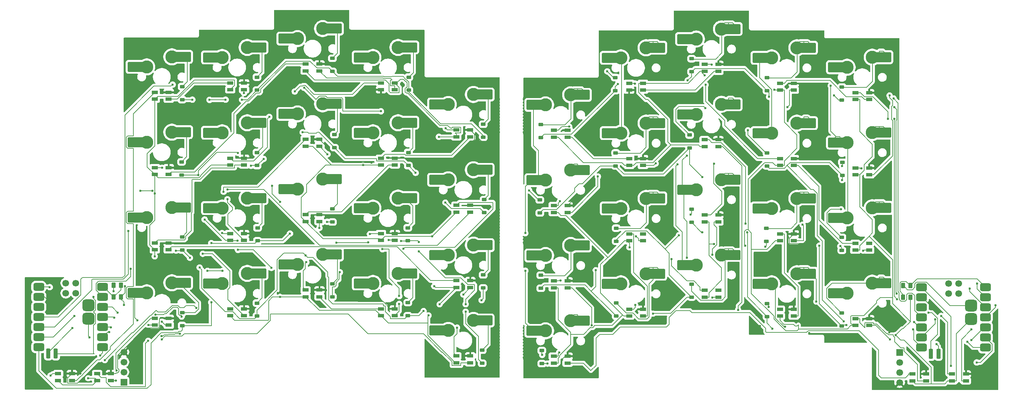
<source format=gbr>
%TF.GenerationSoftware,KiCad,Pcbnew,9.0.6*%
%TF.CreationDate,2025-12-27T17:50:34+00:00*%
%TF.ProjectId,Split Keyboard,53706c69-7420-44b6-9579-626f6172642e,rev?*%
%TF.SameCoordinates,Original*%
%TF.FileFunction,Copper,L2,Bot*%
%TF.FilePolarity,Positive*%
%FSLAX46Y46*%
G04 Gerber Fmt 4.6, Leading zero omitted, Abs format (unit mm)*
G04 Created by KiCad (PCBNEW 9.0.6) date 2025-12-27 17:50:34*
%MOMM*%
%LPD*%
G01*
G04 APERTURE LIST*
G04 Aperture macros list*
%AMRoundRect*
0 Rectangle with rounded corners*
0 $1 Rounding radius*
0 $2 $3 $4 $5 $6 $7 $8 $9 X,Y pos of 4 corners*
0 Add a 4 corners polygon primitive as box body*
4,1,4,$2,$3,$4,$5,$6,$7,$8,$9,$2,$3,0*
0 Add four circle primitives for the rounded corners*
1,1,$1+$1,$2,$3*
1,1,$1+$1,$4,$5*
1,1,$1+$1,$6,$7*
1,1,$1+$1,$8,$9*
0 Add four rect primitives between the rounded corners*
20,1,$1+$1,$2,$3,$4,$5,0*
20,1,$1+$1,$4,$5,$6,$7,0*
20,1,$1+$1,$6,$7,$8,$9,0*
20,1,$1+$1,$8,$9,$2,$3,0*%
G04 Aperture macros list end*
%TA.AperFunction,SMDPad,CuDef*%
%ADD10R,1.600000X0.850000*%
%TD*%
%TA.AperFunction,ComponentPad*%
%ADD11R,1.700000X1.700000*%
%TD*%
%TA.AperFunction,ComponentPad*%
%ADD12C,1.700000*%
%TD*%
%TA.AperFunction,SMDPad,CuDef*%
%ADD13RoundRect,0.225000X0.375000X-0.225000X0.375000X0.225000X-0.375000X0.225000X-0.375000X-0.225000X0*%
%TD*%
%TA.AperFunction,ComponentPad*%
%ADD14C,3.300000*%
%TD*%
%TA.AperFunction,SMDPad,CuDef*%
%ADD15R,1.650000X2.500000*%
%TD*%
%TA.AperFunction,SMDPad,CuDef*%
%ADD16RoundRect,0.250000X1.025000X1.000000X-1.025000X1.000000X-1.025000X-1.000000X1.025000X-1.000000X0*%
%TD*%
%TA.AperFunction,SMDPad,CuDef*%
%ADD17RoundRect,0.250000X0.262500X0.450000X-0.262500X0.450000X-0.262500X-0.450000X0.262500X-0.450000X0*%
%TD*%
%TA.AperFunction,SMDPad,CuDef*%
%ADD18RoundRect,0.500000X0.875000X0.500000X-0.875000X0.500000X-0.875000X-0.500000X0.875000X-0.500000X0*%
%TD*%
%TA.AperFunction,ComponentPad*%
%ADD19RoundRect,0.750000X-0.750000X-0.750000X0.750000X-0.750000X0.750000X0.750000X-0.750000X0.750000X0*%
%TD*%
%TA.AperFunction,SMDPad,CuDef*%
%ADD20RoundRect,0.275000X-0.275000X0.975000X-0.275000X-0.975000X0.275000X-0.975000X0.275000X0.975000X0*%
%TD*%
%TA.AperFunction,SMDPad,CuDef*%
%ADD21C,1.700000*%
%TD*%
%TA.AperFunction,ViaPad*%
%ADD22C,0.600000*%
%TD*%
%TA.AperFunction,Conductor*%
%ADD23C,0.200000*%
%TD*%
G04 APERTURE END LIST*
D10*
%TO.P,D62,4,DOUT*%
%TO.N,Net-(D61-DIN)*%
X253250000Y-121320800D03*
%TO.P,D62,3,VDD*%
%TO.N,/left/<NO NET>*%
X253250000Y-123070800D03*
%TO.P,D62,2,DIN*%
%TO.N,Net-(D57-DOUT)*%
X256750000Y-123070800D03*
%TO.P,D62,1,VSS*%
%TO.N,GND*%
X256750000Y-121320800D03*
%TD*%
D11*
%TO.P,J2,1,Pin_1*%
%TO.N,/right/SDA*%
X54000000Y-123370000D03*
D12*
%TO.P,J2,2,Pin_2*%
%TO.N,/right/SCL*%
X54000000Y-120830000D03*
%TO.P,J2,3,Pin_3*%
%TO.N,Net-(J2-Pin_3)*%
X54000000Y-118290000D03*
%TO.P,J2,4,Pin_4*%
%TO.N,GND*%
X54000000Y-115750000D03*
%TD*%
D11*
%TO.P,J1,1,Pin_1*%
%TO.N,/left/SDA*%
X250000000Y-115859800D03*
D12*
%TO.P,J1,2,Pin_2*%
%TO.N,/left/SCL*%
X250000000Y-118399800D03*
%TO.P,J1,3,Pin_3*%
%TO.N,Net-(J1-Pin_3)*%
X250000000Y-120939800D03*
%TO.P,J1,4,Pin_4*%
%TO.N,GND*%
X250000000Y-123479800D03*
%TD*%
D13*
%TO.P,D28,1,K*%
%TO.N,/left/ROW 3*%
X197452000Y-101888800D03*
%TO.P,D28,2,A*%
%TO.N,Net-(D28-A)*%
X197452000Y-98588800D03*
%TD*%
D14*
%TO.P,SW26,1,1*%
%TO.N,/left/COL 2*%
X236758500Y-100873800D03*
D15*
X234933500Y-100873800D03*
D16*
X233208500Y-100873800D03*
%TO.P,SW26,2,2*%
%TO.N,Net-(D26-A)*%
X246658500Y-98333800D03*
D15*
X244908500Y-98333800D03*
D14*
X243108500Y-98333800D03*
%TD*%
D13*
%TO.P,D2,1,K*%
%TO.N,/right/ROW 0*%
X68726400Y-51913250D03*
%TO.P,D2,2,A*%
%TO.N,Net-(D2-A)*%
X68726400Y-48613250D03*
%TD*%
D14*
%TO.P,SW30,1,1*%
%TO.N,/left/COL 4*%
X160558500Y-110398800D03*
D15*
X158733500Y-110398800D03*
D16*
X157008500Y-110398800D03*
%TO.P,SW30,2,2*%
%TO.N,Net-(D30-A)*%
X170458500Y-107858800D03*
D15*
X168708500Y-107858800D03*
D14*
X166908500Y-107858800D03*
%TD*%
D10*
%TO.P,D53,1,VSS*%
%TO.N,GND*%
X223268500Y-85870000D03*
%TO.P,D53,2,DIN*%
%TO.N,Net-(D49-DOUT)*%
X223268500Y-87620000D03*
%TO.P,D53,3,VDD*%
%TO.N,/left/<NO NET>*%
X219768500Y-87620000D03*
%TO.P,D53,4,DOUT*%
%TO.N,Net-(D53-DOUT)*%
X219768500Y-85870000D03*
%TD*%
%TO.P,D59,1,VSS*%
%TO.N,GND*%
X204218500Y-100157500D03*
%TO.P,D59,2,DIN*%
%TO.N,Net-(D59-DIN)*%
X204218500Y-101907500D03*
%TO.P,D59,3,VDD*%
%TO.N,/left/<NO NET>*%
X200718500Y-101907500D03*
%TO.P,D59,4,DOUT*%
%TO.N,Net-(D54-DIN)*%
X200718500Y-100157500D03*
%TD*%
%TO.P,D65,1,VSS*%
%TO.N,GND*%
X103432900Y-42911250D03*
%TO.P,D65,2,DIN*%
%TO.N,Net-(D65-DIN)*%
X103432900Y-44661250D03*
%TO.P,D65,3,VDD*%
%TO.N,/right/<NO NET>*%
X99932900Y-44661250D03*
%TO.P,D65,4,DOUT*%
%TO.N,Net-(D65-DOUT)*%
X99932900Y-42911250D03*
%TD*%
%TO.P,D54,1,VSS*%
%TO.N,GND*%
X204218500Y-81107500D03*
%TO.P,D54,2,DIN*%
%TO.N,Net-(D54-DIN)*%
X204218500Y-82857500D03*
%TO.P,D54,3,VDD*%
%TO.N,/left/<NO NET>*%
X200718500Y-82857500D03*
%TO.P,D54,4,DOUT*%
%TO.N,Net-(D50-DIN)*%
X200718500Y-81107500D03*
%TD*%
%TO.P,D79,1,VSS*%
%TO.N,GND*%
X65332900Y-107205000D03*
%TO.P,D79,2,DIN*%
%TO.N,/right/LED*%
X65332900Y-108955000D03*
%TO.P,D79,3,VDD*%
%TO.N,/right/<NO NET>*%
X61832900Y-108955000D03*
%TO.P,D79,4,DOUT*%
%TO.N,Net-(D79-DOUT)*%
X61832900Y-107205000D03*
%TD*%
%TO.P,D52,1,VSS*%
%TO.N,GND*%
X242318500Y-88251300D03*
%TO.P,D52,2,DIN*%
%TO.N,Net-(D52-DIN)*%
X242318500Y-90001300D03*
%TO.P,D52,3,VDD*%
%TO.N,/left/<NO NET>*%
X238818500Y-90001300D03*
%TO.P,D52,4,DOUT*%
%TO.N,Net-(D48-DIN)*%
X238818500Y-88251300D03*
%TD*%
D17*
%TO.P,806K1,1*%
%TO.N,/left/<NO NET>*%
X252744000Y-101918800D03*
%TO.P,806K1,2*%
%TO.N,/left/BT_PIN1*%
X250919000Y-101918800D03*
%TD*%
D14*
%TO.P,SW16,1,1*%
%TO.N,/right/COL 0*%
X59772900Y-62677500D03*
D15*
X57947900Y-62677500D03*
D16*
X56222900Y-62677500D03*
%TO.P,SW16,2,2*%
%TO.N,Net-(D16-A)*%
X69672900Y-60137500D03*
D15*
X67922900Y-60137500D03*
D14*
X66122900Y-60137500D03*
%TD*%
%TO.P,SW12,1,1*%
%TO.N,/left/COL 1*%
X217708500Y-60392500D03*
D15*
X215883500Y-60392500D03*
D16*
X214158500Y-60392500D03*
%TO.P,SW12,2,2*%
%TO.N,Net-(D12-A)*%
X227608500Y-57852500D03*
D15*
X225858500Y-57852500D03*
D14*
X224058500Y-57852500D03*
%TD*%
D17*
%TO.P,2M2,1*%
%TO.N,/right/BT_PIN1*%
X53232400Y-98872500D03*
%TO.P,2M2,2*%
%TO.N,Net-(2M2-Pad2)*%
X51407400Y-98872500D03*
%TD*%
D13*
%TO.P,D10,1,K*%
%TO.N,/right/ROW 0*%
X144799400Y-61438250D03*
%TO.P,D10,2,A*%
%TO.N,Net-(D10-A)*%
X144799400Y-58138250D03*
%TD*%
%TO.P,D26,1,K*%
%TO.N,/left/ROW 3*%
X235425000Y-109159500D03*
%TO.P,D26,2,A*%
%TO.N,Net-(D26-A)*%
X235425000Y-105859500D03*
%TD*%
D14*
%TO.P,SW17,1,1*%
%TO.N,/right/COL 1*%
X78822900Y-60296250D03*
D15*
X76997900Y-60296250D03*
D16*
X75272900Y-60296250D03*
%TO.P,SW17,2,2*%
%TO.N,Net-(D17-A)*%
X88722900Y-57756250D03*
D15*
X86972900Y-57756250D03*
D14*
X85172900Y-57756250D03*
%TD*%
D13*
%TO.P,D15,1,K*%
%TO.N,/left/ROW 1*%
X159098000Y-80584500D03*
%TO.P,D15,2,A*%
%TO.N,Net-(D15-A)*%
X159098000Y-77284500D03*
%TD*%
D14*
%TO.P,SW3,1,1*%
%TO.N,/left/COL 1*%
X217708500Y-41342500D03*
D15*
X215883500Y-41342500D03*
D16*
X214158500Y-41342500D03*
%TO.P,SW3,2,2*%
%TO.N,Net-(D3-A)*%
X227608500Y-38802500D03*
D15*
X225858500Y-38802500D03*
D14*
X224058500Y-38802500D03*
%TD*%
D10*
%TO.P,D58,1,VSS*%
%TO.N,GND*%
X223268500Y-104920000D03*
%TO.P,D58,2,DIN*%
%TO.N,Net-(D53-DOUT)*%
X223268500Y-106670000D03*
%TO.P,D58,3,VDD*%
%TO.N,/left/<NO NET>*%
X219768500Y-106670000D03*
%TO.P,D58,4,DOUT*%
%TO.N,unconnected-(D58-DOUT-Pad4)*%
X219768500Y-104920000D03*
%TD*%
%TO.P,D81,1,VSS*%
%TO.N,GND*%
X103432900Y-100061250D03*
%TO.P,D81,2,DIN*%
%TO.N,Net-(D81-DIN)*%
X103432900Y-101811250D03*
%TO.P,D81,3,VDD*%
%TO.N,/right/<NO NET>*%
X99932900Y-101811250D03*
%TO.P,D81,4,DOUT*%
%TO.N,Net-(D76-DIN)*%
X99932900Y-100061250D03*
%TD*%
D13*
%TO.P,D8,1,K*%
%TO.N,/right/ROW 0*%
X126003400Y-49532000D03*
%TO.P,D8,2,A*%
%TO.N,Net-(D8-A)*%
X126003400Y-46232000D03*
%TD*%
D14*
%TO.P,SW31,1,1*%
%TO.N,/right/COL 0*%
X59772900Y-81727500D03*
D15*
X57947900Y-81727500D03*
D16*
X56222900Y-81727500D03*
%TO.P,SW31,2,2*%
%TO.N,Net-(D31-A)*%
X69672900Y-79187500D03*
D15*
X67922900Y-79187500D03*
D14*
X66122900Y-79187500D03*
%TD*%
D10*
%TO.P,D74,1,VSS*%
%TO.N,GND*%
X65332900Y-88155000D03*
%TO.P,D74,2,DIN*%
%TO.N,Net-(D74-DIN)*%
X65332900Y-89905000D03*
%TO.P,D74,3,VDD*%
%TO.N,/right/<NO NET>*%
X61832900Y-89905000D03*
%TO.P,D74,4,DOUT*%
%TO.N,Net-(D70-DIN)*%
X61832900Y-88155000D03*
%TD*%
D13*
%TO.P,D13,1,K*%
%TO.N,/left/ROW 1*%
X196944000Y-64169800D03*
%TO.P,D13,2,A*%
%TO.N,Net-(D13-A)*%
X196944000Y-60869800D03*
%TD*%
D10*
%TO.P,D78,1,VSS*%
%TO.N,GND*%
X141532900Y-97680000D03*
%TO.P,D78,2,DIN*%
%TO.N,Net-(D78-DIN)*%
X141532900Y-99430000D03*
%TO.P,D78,3,VDD*%
%TO.N,/right/<NO NET>*%
X138032900Y-99430000D03*
%TO.P,D78,4,DOUT*%
%TO.N,Net-(D74-DIN)*%
X138032900Y-97680000D03*
%TD*%
D14*
%TO.P,SW33,1,1*%
%TO.N,/right/COL 1*%
X97872900Y-74583750D03*
D15*
X96047900Y-74583750D03*
D16*
X94322900Y-74583750D03*
%TO.P,SW33,2,2*%
%TO.N,Net-(D33-A)*%
X107772900Y-72043750D03*
D15*
X106022900Y-72043750D03*
D14*
X104222900Y-72043750D03*
%TD*%
%TO.P,SW11,1,1*%
%TO.N,/left/COL 0*%
X236758500Y-62773800D03*
D15*
X234933500Y-62773800D03*
D16*
X233208500Y-62773800D03*
%TO.P,SW11,2,2*%
%TO.N,Net-(D11-A)*%
X246658500Y-60233800D03*
D15*
X244908500Y-60233800D03*
D14*
X243108500Y-60233800D03*
%TD*%
D13*
%TO.P,D39,1,K*%
%TO.N,/right/ROW 2*%
X125749400Y-106555000D03*
%TO.P,D39,2,A*%
%TO.N,Net-(D39-A)*%
X125749400Y-103255000D03*
%TD*%
D14*
%TO.P,SW36,1,1*%
%TO.N,/right/COL 2*%
X59772900Y-100777500D03*
D15*
X57947900Y-100777500D03*
D16*
X56222900Y-100777500D03*
%TO.P,SW36,2,2*%
%TO.N,Net-(D36-A)*%
X69672900Y-98237500D03*
D15*
X67922900Y-98237500D03*
D14*
X66122900Y-98237500D03*
%TD*%
%TO.P,SW4,1,1*%
%TO.N,/right/COL 1*%
X78822900Y-41246250D03*
D15*
X76997900Y-41246250D03*
D16*
X75272900Y-41246250D03*
%TO.P,SW4,2,2*%
%TO.N,Net-(D4-A)*%
X88722900Y-38706250D03*
D15*
X86972900Y-38706250D03*
D14*
X85172900Y-38706250D03*
%TD*%
D10*
%TO.P,D80,1,VSS*%
%TO.N,GND*%
X84382900Y-104823750D03*
%TO.P,D80,2,DIN*%
%TO.N,Net-(D75-DOUT)*%
X84382900Y-106573750D03*
%TO.P,D80,3,VDD*%
%TO.N,/right/<NO NET>*%
X80882900Y-106573750D03*
%TO.P,D80,4,DOUT*%
%TO.N,unconnected-(D80-DOUT-Pad4)*%
X80882900Y-104823750D03*
%TD*%
%TO.P,D73,1,VSS*%
%TO.N,GND*%
X141532900Y-78630000D03*
%TO.P,D73,2,DIN*%
%TO.N,Net-(D69-DOUT)*%
X141532900Y-80380000D03*
%TO.P,D73,3,VDD*%
%TO.N,/right/<NO NET>*%
X138032900Y-80380000D03*
%TO.P,D73,4,DOUT*%
%TO.N,Net-(D73-DOUT)*%
X138032900Y-78630000D03*
%TD*%
%TO.P,D44,1,VSS*%
%TO.N,/left/<NO NET>*%
X185168500Y-47770000D03*
%TO.P,D44,2,DIN*%
%TO.N,Net-(D43-DIN)*%
X185168500Y-49520000D03*
%TO.P,D44,3,VDD*%
%TO.N,GND*%
X181668500Y-49520000D03*
%TO.P,D44,4,DOUT*%
%TO.N,Net-(D44-DOUT)*%
X181668500Y-47770000D03*
%TD*%
D13*
%TO.P,D34,1,K*%
%TO.N,/right/ROW 3*%
X125749400Y-87632000D03*
%TO.P,D34,2,A*%
%TO.N,Net-(D34-A)*%
X125749400Y-84332000D03*
%TD*%
%TO.P,D23,1,K*%
%TO.N,/left/ROW 2*%
X197452000Y-82964800D03*
%TO.P,D23,2,A*%
%TO.N,Net-(D23-A)*%
X197452000Y-79664800D03*
%TD*%
%TO.P,D31,1,K*%
%TO.N,/right/ROW 2*%
X68726400Y-89948750D03*
%TO.P,D31,2,A*%
%TO.N,Net-(D31-A)*%
X68726400Y-86648750D03*
%TD*%
D14*
%TO.P,SW22,1,1*%
%TO.N,/left/COL 0*%
X217708500Y-79442500D03*
D15*
X215883500Y-79442500D03*
D16*
X214158500Y-79442500D03*
%TO.P,SW22,2,2*%
%TO.N,Net-(D22-A)*%
X227608500Y-76902500D03*
D15*
X225858500Y-76902500D03*
D14*
X224058500Y-76902500D03*
%TD*%
D13*
%TO.P,D3,1,K*%
%TO.N,/left/ROW 0*%
X216502000Y-49628300D03*
%TO.P,D3,2,A*%
%TO.N,Net-(D3-A)*%
X216502000Y-46328300D03*
%TD*%
%TO.P,D36,1,K*%
%TO.N,/right/ROW 3*%
X68726400Y-109063250D03*
%TO.P,D36,2,A*%
%TO.N,Net-(D36-A)*%
X68726400Y-105763250D03*
%TD*%
D14*
%TO.P,SW40,1,1*%
%TO.N,/right/COL 4*%
X135972900Y-110302500D03*
D15*
X134147900Y-110302500D03*
D16*
X132422900Y-110302500D03*
%TO.P,SW40,2,2*%
%TO.N,Net-(D40-A)*%
X145872900Y-107762500D03*
D15*
X144122900Y-107762500D03*
D14*
X142322900Y-107762500D03*
%TD*%
D13*
%TO.P,D19,1,K*%
%TO.N,/right/ROW 1*%
X125876400Y-68582000D03*
%TO.P,D19,2,A*%
%TO.N,Net-(D19-A)*%
X125876400Y-65282000D03*
%TD*%
D14*
%TO.P,SW25,1,1*%
%TO.N,/left/COL 2*%
X160558500Y-91348800D03*
D15*
X158733500Y-91348800D03*
D16*
X157008500Y-91348800D03*
%TO.P,SW25,2,2*%
%TO.N,Net-(D25-A)*%
X170458500Y-88808800D03*
D15*
X168708500Y-88808800D03*
D14*
X166908500Y-88808800D03*
%TD*%
%TO.P,SW1,1,1*%
%TO.N,/left/COL 0*%
X236758500Y-43723800D03*
D15*
X234933500Y-43723800D03*
D16*
X233208500Y-43723800D03*
%TO.P,SW1,2,2*%
%TO.N,Net-(D1-A)*%
X246658500Y-41183800D03*
D15*
X244908500Y-41183800D03*
D14*
X243108500Y-41183800D03*
%TD*%
D10*
%TO.P,D56,1,VSS*%
%TO.N,GND*%
X166118500Y-97776300D03*
%TO.P,D56,2,DIN*%
%TO.N,Net-(D56-DIN)*%
X166118500Y-99526300D03*
%TO.P,D56,3,VDD*%
%TO.N,/left/<NO NET>*%
X162618500Y-99526300D03*
%TO.P,D56,4,DOUT*%
%TO.N,Net-(D52-DIN)*%
X162618500Y-97776300D03*
%TD*%
D13*
%TO.P,D25,1,K*%
%TO.N,/left/ROW 2*%
X159352000Y-99634500D03*
%TO.P,D25,2,A*%
%TO.N,Net-(D25-A)*%
X159352000Y-96334500D03*
%TD*%
D14*
%TO.P,SW27,1,1*%
%TO.N,/left/COL 3*%
X217708500Y-98492500D03*
D15*
X215883500Y-98492500D03*
D16*
X214158500Y-98492500D03*
%TO.P,SW27,2,2*%
%TO.N,Net-(D27-A)*%
X227608500Y-95952500D03*
D15*
X225858500Y-95952500D03*
D14*
X224058500Y-95952500D03*
%TD*%
D10*
%TO.P,D75,1,VSS*%
%TO.N,GND*%
X84382900Y-85773750D03*
%TO.P,D75,2,DIN*%
%TO.N,Net-(D71-DOUT)*%
X84382900Y-87523750D03*
%TO.P,D75,3,VDD*%
%TO.N,/right/<NO NET>*%
X80882900Y-87523750D03*
%TO.P,D75,4,DOUT*%
%TO.N,Net-(D75-DOUT)*%
X80882900Y-85773750D03*
%TD*%
D13*
%TO.P,D17,1,K*%
%TO.N,/right/ROW 1*%
X87649400Y-68582000D03*
%TO.P,D17,2,A*%
%TO.N,Net-(D17-A)*%
X87649400Y-65282000D03*
%TD*%
D14*
%TO.P,SW38,1,1*%
%TO.N,/right/COL 3*%
X97872900Y-93633750D03*
D15*
X96047900Y-93633750D03*
D16*
X94322900Y-93633750D03*
%TO.P,SW38,2,2*%
%TO.N,Net-(D38-A)*%
X107772900Y-91093750D03*
D15*
X106022900Y-91093750D03*
D14*
X104222900Y-91093750D03*
%TD*%
D10*
%TO.P,D60,1,VSS*%
%TO.N,GND*%
X185168500Y-104920000D03*
%TO.P,D60,2,DIN*%
%TO.N,Net-(D55-DOUT)*%
X185168500Y-106670000D03*
%TO.P,D60,3,VDD*%
%TO.N,/left/<NO NET>*%
X181668500Y-106670000D03*
%TO.P,D60,4,DOUT*%
%TO.N,Net-(D59-DIN)*%
X181668500Y-104920000D03*
%TD*%
D14*
%TO.P,SW5,1,1*%
%TO.N,/left/COL 2*%
X198658500Y-36580000D03*
D15*
X196833500Y-36580000D03*
D16*
X195108500Y-36580000D03*
%TO.P,SW5,2,2*%
%TO.N,Net-(D5-A)*%
X208558500Y-34040000D03*
D15*
X206808500Y-34040000D03*
D14*
X205008500Y-34040000D03*
%TD*%
D18*
%TO.P,U1,1,P0.02_A0_D0*%
%TO.N,/left/BT_PIN1*%
X271716500Y-99375200D03*
%TO.P,U1,2,P0.03_A1_D1*%
%TO.N,/left/COL 0*%
X271716500Y-101915200D03*
%TO.P,U1,3,P0.28_A2_D2*%
%TO.N,/left/COL 1*%
X271716500Y-104455200D03*
%TO.P,U1,4,P0.29_A3_D3*%
%TO.N,/left/COL 2*%
X271716500Y-106995200D03*
%TO.P,U1,5,P0.04_A4_D4_SDA*%
%TO.N,/left/SDA*%
X271716500Y-109535200D03*
%TO.P,U1,6,P0.05_A5_D5_SCL*%
%TO.N,/left/SCL*%
X271716500Y-112075200D03*
%TO.P,U1,7,P1.11_D6_TX*%
%TO.N,/left/COL 3*%
X271716500Y-114615200D03*
%TO.P,U1,8,P1.12_D7_RX*%
%TO.N,/left/ROW 3*%
X255551500Y-114615200D03*
%TO.P,U1,9,P1.13_D8_SCK*%
%TO.N,/left/ROW 2*%
X255551500Y-112075200D03*
%TO.P,U1,10,P1.14_D9_MISO*%
%TO.N,/left/ROW 1*%
X255551500Y-109535200D03*
%TO.P,U1,11,P1.15_D10_MOSI*%
%TO.N,/left/ROW 0*%
X255551500Y-106995200D03*
%TO.P,U1,12,3V3*%
%TO.N,unconnected-(U1-3V3-Pad12)*%
X255551500Y-104455200D03*
%TO.P,U1,13,GND*%
%TO.N,GND*%
X255551500Y-101915200D03*
%TO.P,U1,14,5V*%
%TO.N,Net-(J1-Pin_3)*%
X255551500Y-99375200D03*
D19*
%TO.P,U1,15,BAT*%
%TO.N,/left/<NO NET>*%
X268106500Y-107395200D03*
%TO.P,U1,16,GND*%
%TO.N,Net-(2M1-Pad2)*%
X268106500Y-103995200D03*
D20*
%TO.P,U1,17,NFC1*%
%TO.N,/left/LED*%
X259851500Y-116232100D03*
%TO.P,U1,18,NFC2*%
%TO.N,/left/COL 4*%
X257946500Y-116232100D03*
D21*
%TO.P,U1,19,PA31_SWDIO*%
%TO.N,unconnected-(U1-PA31_SWDIO-Pad19)*%
X264931500Y-98426700D03*
%TO.P,U1,20,PA30_SWCLK*%
%TO.N,unconnected-(U1-PA30_SWCLK-Pad20)*%
X262391500Y-98426700D03*
%TO.P,U1,21,RESET*%
%TO.N,unconnected-(U1-RESET-Pad21)*%
X264931500Y-100966700D03*
%TO.P,U1,22,GND*%
%TO.N,unconnected-(U1-GND-Pad22)*%
X262391500Y-100966700D03*
%TD*%
D13*
%TO.P,D14,1,K*%
%TO.N,/left/ROW 1*%
X178275000Y-68678300D03*
%TO.P,D14,2,A*%
%TO.N,Net-(D14-A)*%
X178275000Y-65378300D03*
%TD*%
D10*
%TO.P,D57,1,VSS*%
%TO.N,GND*%
X242318500Y-107301300D03*
%TO.P,D57,2,DIN*%
%TO.N,/left/LED*%
X242318500Y-109051300D03*
%TO.P,D57,3,VDD*%
%TO.N,/left/<NO NET>*%
X238818500Y-109051300D03*
%TO.P,D57,4,DOUT*%
%TO.N,Net-(D57-DOUT)*%
X238818500Y-107301300D03*
%TD*%
D14*
%TO.P,SW21,1,1*%
%TO.N,/left/COL 0*%
X236758500Y-81823800D03*
D15*
X234933500Y-81823800D03*
D16*
X233208500Y-81823800D03*
%TO.P,SW21,2,2*%
%TO.N,Net-(D21-A)*%
X246658500Y-79283800D03*
D15*
X244908500Y-79283800D03*
D14*
X243108500Y-79283800D03*
%TD*%
D10*
%TO.P,D42,1,VSS*%
%TO.N,GND*%
X223268500Y-47770000D03*
%TO.P,D42,2,DIN*%
%TO.N,Net-(D42-DIN)*%
X223268500Y-49520000D03*
%TO.P,D42,3,VDD*%
%TO.N,/left/<NO NET>*%
X219768500Y-49520000D03*
%TO.P,D42,4,DOUT*%
%TO.N,Net-(D41-DIN)*%
X219768500Y-47770000D03*
%TD*%
D14*
%TO.P,SW34,1,1*%
%TO.N,/right/COL 1*%
X116922900Y-79346250D03*
D15*
X115097900Y-79346250D03*
D16*
X113372900Y-79346250D03*
%TO.P,SW34,2,2*%
%TO.N,Net-(D34-A)*%
X126822900Y-76806250D03*
D15*
X125072900Y-76806250D03*
D14*
X123272900Y-76806250D03*
%TD*%
D10*
%TO.P,D70,1,VSS*%
%TO.N,GND*%
X84382900Y-66723750D03*
%TO.P,D70,2,DIN*%
%TO.N,Net-(D70-DIN)*%
X84382900Y-68473750D03*
%TO.P,D70,3,VDD*%
%TO.N,/right/<NO NET>*%
X80882900Y-68473750D03*
%TO.P,D70,4,DOUT*%
%TO.N,Net-(D66-DOUT)*%
X80882900Y-66723750D03*
%TD*%
D14*
%TO.P,SW13,1,1*%
%TO.N,/left/COL 2*%
X198658500Y-55630000D03*
D15*
X196833500Y-55630000D03*
D16*
X195108500Y-55630000D03*
%TO.P,SW13,2,2*%
%TO.N,Net-(D13-A)*%
X208558500Y-53090000D03*
D15*
X206808500Y-53090000D03*
D14*
X205008500Y-53090000D03*
%TD*%
D10*
%TO.P,D77,1,VSS*%
%TO.N,GND*%
X122482900Y-85773750D03*
%TO.P,D77,2,DIN*%
%TO.N,Net-(D73-DOUT)*%
X122482900Y-87523750D03*
%TO.P,D77,3,VDD*%
%TO.N,/right/<NO NET>*%
X118982900Y-87523750D03*
%TO.P,D77,4,DOUT*%
%TO.N,Net-(D77-DOUT)*%
X118982900Y-85773750D03*
%TD*%
%TO.P,D46,1,VSS*%
%TO.N,GND*%
X166118500Y-59676300D03*
%TO.P,D46,2,DIN*%
%TO.N,Net-(D46-DIN)*%
X166118500Y-61426300D03*
%TO.P,D46,3,VDD*%
%TO.N,/left/<NO NET>*%
X162618500Y-61426300D03*
%TO.P,D46,4,DOUT*%
%TO.N,Net-(D42-DIN)*%
X162618500Y-59676300D03*
%TD*%
D13*
%TO.P,D1,1,K*%
%TO.N,/left/ROW 0*%
X235425000Y-52009500D03*
%TO.P,D1,2,A*%
%TO.N,Net-(D1-A)*%
X235425000Y-48709500D03*
%TD*%
D17*
%TO.P,806K2,1*%
%TO.N,/right/<NO NET>*%
X53232400Y-101822500D03*
%TO.P,806K2,2*%
%TO.N,/right/BT_PIN1*%
X51407400Y-101822500D03*
%TD*%
D13*
%TO.P,D6,1,K*%
%TO.N,/right/ROW 0*%
X106699400Y-44769500D03*
%TO.P,D6,2,A*%
%TO.N,Net-(D6-A)*%
X106699400Y-41469500D03*
%TD*%
D10*
%TO.P,D69,1,VSS*%
%TO.N,GND*%
X65332900Y-69105000D03*
%TO.P,D69,2,DIN*%
%TO.N,Net-(D65-DOUT)*%
X65332900Y-70855000D03*
%TO.P,D69,3,VDD*%
%TO.N,/right/<NO NET>*%
X61832900Y-70855000D03*
%TO.P,D69,4,DOUT*%
%TO.N,Net-(D69-DOUT)*%
X61832900Y-69105000D03*
%TD*%
D14*
%TO.P,SW20,1,1*%
%TO.N,/right/COL 4*%
X135972900Y-72202500D03*
D15*
X134147900Y-72202500D03*
D16*
X132422900Y-72202500D03*
%TO.P,SW20,2,2*%
%TO.N,Net-(D20-A)*%
X145872900Y-69662500D03*
D15*
X144122900Y-69662500D03*
D14*
X142322900Y-69662500D03*
%TD*%
%TO.P,SW35,1,1*%
%TO.N,/right/COL 2*%
X135972900Y-91252500D03*
D15*
X134147900Y-91252500D03*
D16*
X132422900Y-91252500D03*
%TO.P,SW35,2,2*%
%TO.N,Net-(D35-A)*%
X145872900Y-88712500D03*
D15*
X144122900Y-88712500D03*
D14*
X142322900Y-88712500D03*
%TD*%
D10*
%TO.P,D83,1,VSS*%
%TO.N,GND*%
X141532900Y-116730000D03*
%TO.P,D83,2,DIN*%
%TO.N,Net-(D83-DIN)*%
X141532900Y-118480000D03*
%TO.P,D83,3,VDD*%
%TO.N,/right/<NO NET>*%
X138032900Y-118480000D03*
%TO.P,D83,4,DOUT*%
%TO.N,Net-(D78-DIN)*%
X138032900Y-116730000D03*
%TD*%
%TO.P,D82,1,VSS*%
%TO.N,GND*%
X122482900Y-104823750D03*
%TO.P,D82,2,DIN*%
%TO.N,Net-(D77-DOUT)*%
X122482900Y-106573750D03*
%TO.P,D82,3,VDD*%
%TO.N,/right/<NO NET>*%
X118982900Y-106573750D03*
%TO.P,D82,4,DOUT*%
%TO.N,Net-(D81-DIN)*%
X118982900Y-104823750D03*
%TD*%
D14*
%TO.P,SW6,1,1*%
%TO.N,/right/COL 2*%
X97872900Y-36483750D03*
D15*
X96047900Y-36483750D03*
D16*
X94322900Y-36483750D03*
%TO.P,SW6,2,2*%
%TO.N,Net-(D6-A)*%
X107772900Y-33943750D03*
D15*
X106022900Y-33943750D03*
D14*
X104222900Y-33943750D03*
%TD*%
D13*
%TO.P,D7,1,K*%
%TO.N,/left/ROW 0*%
X178148000Y-49628300D03*
%TO.P,D7,2,A*%
%TO.N,Net-(D7-A)*%
X178148000Y-46328300D03*
%TD*%
%TO.P,D27,1,K*%
%TO.N,/left/ROW 2*%
X216502000Y-106778300D03*
%TO.P,D27,2,A*%
%TO.N,Net-(D27-A)*%
X216502000Y-103478300D03*
%TD*%
D10*
%TO.P,D63,1,VSS*%
%TO.N,GND*%
X65332900Y-50055000D03*
%TO.P,D63,2,DIN*%
%TO.N,Net-(D63-DIN)*%
X65332900Y-51805000D03*
%TO.P,D63,3,VDD*%
%TO.N,/right/<NO NET>*%
X61832900Y-51805000D03*
%TO.P,D63,4,DOUT*%
%TO.N,Net-(D63-DOUT)*%
X61832900Y-50055000D03*
%TD*%
D13*
%TO.P,D33,1,K*%
%TO.N,/right/ROW 2*%
X106699400Y-82868500D03*
%TO.P,D33,2,A*%
%TO.N,Net-(D33-A)*%
X106699400Y-79568500D03*
%TD*%
%TO.P,D37,1,K*%
%TO.N,/right/ROW 2*%
X87649400Y-106682000D03*
%TO.P,D37,2,A*%
%TO.N,Net-(D37-A)*%
X87649400Y-103382000D03*
%TD*%
%TO.P,D12,1,K*%
%TO.N,/left/ROW 1*%
X216502000Y-68678300D03*
%TO.P,D12,2,A*%
%TO.N,Net-(D12-A)*%
X216502000Y-65378300D03*
%TD*%
D10*
%TO.P,D41,1,VSS*%
%TO.N,GND*%
X242318500Y-50151300D03*
%TO.P,D41,2,DIN*%
%TO.N,Net-(D41-DIN)*%
X242318500Y-51901300D03*
%TO.P,D41,3,VDD*%
%TO.N,/left/<NO NET>*%
X238818500Y-51901300D03*
%TO.P,D41,4,DOUT*%
%TO.N,Net-(D41-DOUT)*%
X238818500Y-50151300D03*
%TD*%
D13*
%TO.P,D16,1,K*%
%TO.N,/right/ROW 1*%
X68599400Y-70963250D03*
%TO.P,D16,2,A*%
%TO.N,Net-(D16-A)*%
X68599400Y-67663250D03*
%TD*%
%TO.P,D24,1,K*%
%TO.N,/left/ROW 3*%
X178402000Y-87728300D03*
%TO.P,D24,2,A*%
%TO.N,Net-(D24-A)*%
X178402000Y-84428300D03*
%TD*%
D10*
%TO.P,D50,1,VSS*%
%TO.N,GND*%
X185168500Y-66820000D03*
%TO.P,D50,2,DIN*%
%TO.N,Net-(D50-DIN)*%
X185168500Y-68570000D03*
%TO.P,D50,3,VDD*%
%TO.N,/left/<NO NET>*%
X181668500Y-68570000D03*
%TO.P,D50,4,DOUT*%
%TO.N,Net-(D46-DIN)*%
X181668500Y-66820000D03*
%TD*%
%TO.P,D43,1,VSS*%
%TO.N,GND*%
X204218500Y-43007500D03*
%TO.P,D43,2,DIN*%
%TO.N,Net-(D43-DIN)*%
X204218500Y-44757500D03*
%TO.P,D43,3,VDD*%
%TO.N,/left/<NO NET>*%
X200718500Y-44757500D03*
%TO.P,D43,4,DOUT*%
%TO.N,Net-(D43-DOUT)*%
X200718500Y-43007500D03*
%TD*%
%TO.P,D55,1,VSS*%
%TO.N,GND*%
X185168500Y-85870000D03*
%TO.P,D55,2,DIN*%
%TO.N,Net-(D51-DOUT)*%
X185168500Y-87620000D03*
%TO.P,D55,3,VDD*%
%TO.N,/left/<NO NET>*%
X181668500Y-87620000D03*
%TO.P,D55,4,DOUT*%
%TO.N,Net-(D55-DOUT)*%
X181668500Y-85870000D03*
%TD*%
D14*
%TO.P,SW32,1,1*%
%TO.N,/right/COL 0*%
X78822900Y-79346250D03*
D15*
X76997900Y-79346250D03*
D16*
X75272900Y-79346250D03*
%TO.P,SW32,2,2*%
%TO.N,Net-(D32-A)*%
X88722900Y-76806250D03*
D15*
X86972900Y-76806250D03*
D14*
X85172900Y-76806250D03*
%TD*%
%TO.P,SW7,1,1*%
%TO.N,/left/COL 3*%
X179608500Y-41342500D03*
D15*
X177783500Y-41342500D03*
D16*
X176058500Y-41342500D03*
%TO.P,SW7,2,2*%
%TO.N,Net-(D7-A)*%
X189508500Y-38802500D03*
D15*
X187758500Y-38802500D03*
D14*
X185958500Y-38802500D03*
%TD*%
%TO.P,SW37,1,1*%
%TO.N,/right/COL 3*%
X78822900Y-98396250D03*
D15*
X76997900Y-98396250D03*
D16*
X75272900Y-98396250D03*
%TO.P,SW37,2,2*%
%TO.N,Net-(D37-A)*%
X88722900Y-95856250D03*
D15*
X86972900Y-95856250D03*
D14*
X85172900Y-95856250D03*
%TD*%
D13*
%TO.P,D11,1,K*%
%TO.N,/left/ROW 1*%
X235552000Y-71059500D03*
%TO.P,D11,2,A*%
%TO.N,Net-(D11-A)*%
X235552000Y-67759500D03*
%TD*%
D10*
%TO.P,D61,1,VSS*%
%TO.N,GND*%
X166118500Y-116826300D03*
%TO.P,D61,2,DIN*%
%TO.N,Net-(D61-DIN)*%
X166118500Y-118576300D03*
%TO.P,D61,3,VDD*%
%TO.N,/left/<NO NET>*%
X162618500Y-118576300D03*
%TO.P,D61,4,DOUT*%
%TO.N,Net-(D56-DIN)*%
X162618500Y-116826300D03*
%TD*%
%TO.P,D72,1,VSS*%
%TO.N,GND*%
X122482900Y-66723750D03*
%TO.P,D72,2,DIN*%
%TO.N,Net-(D72-DIN)*%
X122482900Y-68473750D03*
%TO.P,D72,3,VDD*%
%TO.N,/right/<NO NET>*%
X118982900Y-68473750D03*
%TO.P,D72,4,DOUT*%
%TO.N,Net-(D68-DIN)*%
X118982900Y-66723750D03*
%TD*%
%TO.P,D64,1,VSS*%
%TO.N,GND*%
X84382900Y-47673750D03*
%TO.P,D64,2,DIN*%
%TO.N,Net-(D64-DIN)*%
X84382900Y-49423750D03*
%TO.P,D64,3,VDD*%
%TO.N,/right/<NO NET>*%
X80882900Y-49423750D03*
%TO.P,D64,4,DOUT*%
%TO.N,Net-(D63-DIN)*%
X80882900Y-47673750D03*
%TD*%
D13*
%TO.P,D35,1,K*%
%TO.N,/right/ROW 2*%
X144799400Y-99538250D03*
%TO.P,D35,2,A*%
%TO.N,Net-(D35-A)*%
X144799400Y-96238250D03*
%TD*%
%TO.P,D29,1,K*%
%TO.N,/left/ROW 2*%
X178402000Y-106651300D03*
%TO.P,D29,2,A*%
%TO.N,Net-(D29-A)*%
X178402000Y-103351300D03*
%TD*%
D10*
%TO.P,D51,1,VSS*%
%TO.N,GND*%
X166118500Y-78726300D03*
%TO.P,D51,2,DIN*%
%TO.N,Net-(D47-DOUT)*%
X166118500Y-80476300D03*
%TO.P,D51,3,VDD*%
%TO.N,/left/<NO NET>*%
X162618500Y-80476300D03*
%TO.P,D51,4,DOUT*%
%TO.N,Net-(D51-DOUT)*%
X162618500Y-78726300D03*
%TD*%
%TO.P,D47,1,VSS*%
%TO.N,GND*%
X242318500Y-69201300D03*
%TO.P,D47,2,DIN*%
%TO.N,Net-(D43-DOUT)*%
X242318500Y-70951300D03*
%TO.P,D47,3,VDD*%
%TO.N,/left/<NO NET>*%
X238818500Y-70951300D03*
%TO.P,D47,4,DOUT*%
%TO.N,Net-(D47-DOUT)*%
X238818500Y-69201300D03*
%TD*%
D17*
%TO.P,2M1,1*%
%TO.N,/left/BT_PIN1*%
X252744000Y-98968800D03*
%TO.P,2M1,2*%
%TO.N,Net-(2M1-Pad2)*%
X250919000Y-98968800D03*
%TD*%
D10*
%TO.P,D68,1,VSS*%
%TO.N,GND*%
X141532900Y-59580000D03*
%TO.P,D68,2,DIN*%
%TO.N,Net-(D68-DIN)*%
X141532900Y-61330000D03*
%TO.P,D68,3,VDD*%
%TO.N,/right/<NO NET>*%
X138032900Y-61330000D03*
%TO.P,D68,4,DOUT*%
%TO.N,Net-(D64-DIN)*%
X138032900Y-59580000D03*
%TD*%
D14*
%TO.P,SW8,1,1*%
%TO.N,/right/COL 3*%
X116922900Y-41246250D03*
D15*
X115097900Y-41246250D03*
D16*
X113372900Y-41246250D03*
%TO.P,SW8,2,2*%
%TO.N,Net-(D8-A)*%
X126822900Y-38706250D03*
D15*
X125072900Y-38706250D03*
D14*
X123272900Y-38706250D03*
%TD*%
D10*
%TO.P,D90,1,VSS*%
%TO.N,GND*%
X40885400Y-121224500D03*
%TO.P,D90,2,DIN*%
%TO.N,Net-(D63-DOUT)*%
X40885400Y-122974500D03*
%TO.P,D90,3,VDD*%
%TO.N,/right/<NO NET>*%
X37385400Y-122974500D03*
%TO.P,D90,4,DOUT*%
%TO.N,Net-(D71-DIN)*%
X37385400Y-121224500D03*
%TD*%
D13*
%TO.P,D9,1,K*%
%TO.N,/left/ROW 0*%
X159352000Y-61534500D03*
%TO.P,D9,2,A*%
%TO.N,Net-(D9-A)*%
X159352000Y-58234500D03*
%TD*%
D10*
%TO.P,D76,1,VSS*%
%TO.N,GND*%
X103432900Y-81011250D03*
%TO.P,D76,2,DIN*%
%TO.N,Net-(D76-DIN)*%
X103432900Y-82761250D03*
%TO.P,D76,3,VDD*%
%TO.N,/right/<NO NET>*%
X99932900Y-82761250D03*
%TO.P,D76,4,DOUT*%
%TO.N,Net-(D72-DIN)*%
X99932900Y-81011250D03*
%TD*%
D14*
%TO.P,SW24,1,1*%
%TO.N,/left/COL 1*%
X179608500Y-79442500D03*
D15*
X177783500Y-79442500D03*
D16*
X176058500Y-79442500D03*
%TO.P,SW24,2,2*%
%TO.N,Net-(D24-A)*%
X189508500Y-76902500D03*
D15*
X187758500Y-76902500D03*
D14*
X185958500Y-76902500D03*
%TD*%
D13*
%TO.P,D40,1,K*%
%TO.N,/right/ROW 3*%
X144545400Y-118588250D03*
%TO.P,D40,2,A*%
%TO.N,Net-(D40-A)*%
X144545400Y-115288250D03*
%TD*%
D14*
%TO.P,SW39,1,1*%
%TO.N,/right/COL 4*%
X116922900Y-98396250D03*
D15*
X115097900Y-98396250D03*
D16*
X113372900Y-98396250D03*
%TO.P,SW39,2,2*%
%TO.N,Net-(D39-A)*%
X126822900Y-95856250D03*
D15*
X125072900Y-95856250D03*
D14*
X123272900Y-95856250D03*
%TD*%
D10*
%TO.P,D66,1,VSS*%
%TO.N,/right/<NO NET>*%
X122482900Y-47673750D03*
%TO.P,D66,2,DIN*%
%TO.N,Net-(D65-DIN)*%
X122482900Y-49423750D03*
%TO.P,D66,3,VDD*%
%TO.N,GND*%
X118982900Y-49423750D03*
%TO.P,D66,4,DOUT*%
%TO.N,Net-(D66-DOUT)*%
X118982900Y-47673750D03*
%TD*%
D13*
%TO.P,D18,1,K*%
%TO.N,/right/ROW 1*%
X107207400Y-64073500D03*
%TO.P,D18,2,A*%
%TO.N,Net-(D18-A)*%
X107207400Y-60773500D03*
%TD*%
D14*
%TO.P,SW9,1,1*%
%TO.N,/left/COL 4*%
X160558500Y-53248800D03*
D15*
X158733500Y-53248800D03*
D16*
X157008500Y-53248800D03*
%TO.P,SW9,2,2*%
%TO.N,Net-(D9-A)*%
X170458500Y-50708800D03*
D15*
X168708500Y-50708800D03*
D14*
X166908500Y-50708800D03*
%TD*%
%TO.P,SW29,1,1*%
%TO.N,/left/COL 4*%
X179608500Y-98492500D03*
D15*
X177783500Y-98492500D03*
D16*
X176058500Y-98492500D03*
%TO.P,SW29,2,2*%
%TO.N,Net-(D29-A)*%
X189508500Y-95952500D03*
D15*
X187758500Y-95952500D03*
D14*
X185958500Y-95952500D03*
%TD*%
D18*
%TO.P,U2,1,P0.02_A0_D0*%
%TO.N,/right/BT_PIN1*%
X48654900Y-99278900D03*
%TO.P,U2,2,P0.03_A1_D1*%
%TO.N,/right/COL 0*%
X48654900Y-101818900D03*
%TO.P,U2,3,P0.28_A2_D2*%
%TO.N,/right/COL 1*%
X48654900Y-104358900D03*
%TO.P,U2,4,P0.29_A3_D3*%
%TO.N,/right/COL 2*%
X48654900Y-106898900D03*
%TO.P,U2,5,P0.04_A4_D4_SDA*%
%TO.N,/right/SDA*%
X48654900Y-109438900D03*
%TO.P,U2,6,P0.05_A5_D5_SCL*%
%TO.N,/right/SCL*%
X48654900Y-111978900D03*
%TO.P,U2,7,P1.11_D6_TX*%
%TO.N,/right/COL 3*%
X48654900Y-114518900D03*
%TO.P,U2,8,P1.12_D7_RX*%
%TO.N,/right/ROW 3*%
X32489900Y-114518900D03*
%TO.P,U2,9,P1.13_D8_SCK*%
%TO.N,/right/ROW 2*%
X32489900Y-111978900D03*
%TO.P,U2,10,P1.14_D9_MISO*%
%TO.N,/right/ROW 1*%
X32489900Y-109438900D03*
%TO.P,U2,11,P1.15_D10_MOSI*%
%TO.N,/right/ROW 0*%
X32489900Y-106898900D03*
%TO.P,U2,12,3V3*%
%TO.N,unconnected-(U2-3V3-Pad12)*%
X32489900Y-104358900D03*
%TO.P,U2,13,GND*%
%TO.N,GND*%
X32489900Y-101818900D03*
%TO.P,U2,14,5V*%
%TO.N,Net-(J2-Pin_3)*%
X32489900Y-99278900D03*
D19*
%TO.P,U2,15,BAT*%
%TO.N,/right/<NO NET>*%
X45044900Y-107298900D03*
%TO.P,U2,16,GND*%
%TO.N,Net-(2M2-Pad2)*%
X45044900Y-103898900D03*
D20*
%TO.P,U2,17,NFC1*%
%TO.N,/right/LED*%
X36789900Y-116135800D03*
%TO.P,U2,18,NFC2*%
%TO.N,/right/COL 4*%
X34884900Y-116135800D03*
D21*
%TO.P,U2,19,PA31_SWDIO*%
%TO.N,unconnected-(U2-PA31_SWDIO-Pad19)*%
X41869900Y-98330400D03*
%TO.P,U2,20,PA30_SWCLK*%
%TO.N,unconnected-(U2-PA30_SWCLK-Pad20)*%
X39329900Y-98330400D03*
%TO.P,U2,21,RESET*%
%TO.N,unconnected-(U2-RESET-Pad21)*%
X41869900Y-100870400D03*
%TO.P,U2,22,GND*%
%TO.N,unconnected-(U2-GND-Pad22)*%
X39329900Y-100870400D03*
%TD*%
D13*
%TO.P,D38,1,K*%
%TO.N,/right/ROW 3*%
X106699400Y-101792500D03*
%TO.P,D38,2,A*%
%TO.N,Net-(D38-A)*%
X106699400Y-98492500D03*
%TD*%
%TO.P,D20,1,K*%
%TO.N,/right/ROW 1*%
X145053400Y-80488250D03*
%TO.P,D20,2,A*%
%TO.N,Net-(D20-A)*%
X145053400Y-77188250D03*
%TD*%
D10*
%TO.P,D84,1,VSS*%
%TO.N,GND*%
X50750000Y-121224500D03*
%TO.P,D84,2,DIN*%
%TO.N,Net-(D79-DOUT)*%
X50750000Y-122974500D03*
%TO.P,D84,3,VDD*%
%TO.N,/right/<NO NET>*%
X47250000Y-122974500D03*
%TO.P,D84,4,DOUT*%
%TO.N,Net-(D83-DIN)*%
X47250000Y-121224500D03*
%TD*%
D14*
%TO.P,SW23,1,1*%
%TO.N,/left/COL 1*%
X198658500Y-74680000D03*
D15*
X196833500Y-74680000D03*
D16*
X195108500Y-74680000D03*
%TO.P,SW23,2,2*%
%TO.N,Net-(D23-A)*%
X208558500Y-72140000D03*
D15*
X206808500Y-72140000D03*
D14*
X205008500Y-72140000D03*
%TD*%
D10*
%TO.P,D45,1,VSS*%
%TO.N,GND*%
X266766000Y-121320800D03*
%TO.P,D45,2,DIN*%
%TO.N,Net-(D41-DOUT)*%
X266766000Y-123070800D03*
%TO.P,D45,3,VDD*%
%TO.N,/left/<NO NET>*%
X263266000Y-123070800D03*
%TO.P,D45,4,DOUT*%
%TO.N,Net-(D45-DOUT)*%
X263266000Y-121320800D03*
%TD*%
%TO.P,D49,1,VSS*%
%TO.N,GND*%
X204218500Y-62057500D03*
%TO.P,D49,2,DIN*%
%TO.N,Net-(D45-DOUT)*%
X204218500Y-63807500D03*
%TO.P,D49,3,VDD*%
%TO.N,/left/<NO NET>*%
X200718500Y-63807500D03*
%TO.P,D49,4,DOUT*%
%TO.N,Net-(D49-DOUT)*%
X200718500Y-62057500D03*
%TD*%
D13*
%TO.P,D22,1,K*%
%TO.N,/left/ROW 3*%
X216375000Y-87728300D03*
%TO.P,D22,2,A*%
%TO.N,Net-(D22-A)*%
X216375000Y-84428300D03*
%TD*%
D10*
%TO.P,D71,1,VSS*%
%TO.N,GND*%
X103432900Y-61961250D03*
%TO.P,D71,2,DIN*%
%TO.N,Net-(D71-DIN)*%
X103432900Y-63711250D03*
%TO.P,D71,3,VDD*%
%TO.N,/right/<NO NET>*%
X99932900Y-63711250D03*
%TO.P,D71,4,DOUT*%
%TO.N,Net-(D71-DOUT)*%
X99932900Y-61961250D03*
%TD*%
D14*
%TO.P,SW19,1,1*%
%TO.N,/right/COL 3*%
X116922900Y-60296250D03*
D15*
X115097900Y-60296250D03*
D16*
X113372900Y-60296250D03*
%TO.P,SW19,2,2*%
%TO.N,Net-(D19-A)*%
X126822900Y-57756250D03*
D15*
X125072900Y-57756250D03*
D14*
X123272900Y-57756250D03*
%TD*%
%TO.P,SW10,1,1*%
%TO.N,/right/COL 4*%
X135972900Y-53152500D03*
D15*
X134147900Y-53152500D03*
D16*
X132422900Y-53152500D03*
%TO.P,SW10,2,2*%
%TO.N,Net-(D10-A)*%
X145872900Y-50612500D03*
D15*
X144122900Y-50612500D03*
D14*
X142322900Y-50612500D03*
%TD*%
D13*
%TO.P,D21,1,K*%
%TO.N,/left/ROW 2*%
X235425000Y-90045000D03*
%TO.P,D21,2,A*%
%TO.N,Net-(D21-A)*%
X235425000Y-86745000D03*
%TD*%
%TO.P,D32,1,K*%
%TO.N,/right/ROW 3*%
X87776400Y-87632000D03*
%TO.P,D32,2,A*%
%TO.N,Net-(D32-A)*%
X87776400Y-84332000D03*
%TD*%
D14*
%TO.P,SW18,1,1*%
%TO.N,/right/COL 2*%
X97872900Y-55533750D03*
D15*
X96047900Y-55533750D03*
D16*
X94322900Y-55533750D03*
%TO.P,SW18,2,2*%
%TO.N,Net-(D18-A)*%
X107772900Y-52993750D03*
D15*
X106022900Y-52993750D03*
D14*
X104222900Y-52993750D03*
%TD*%
%TO.P,SW14,1,1*%
%TO.N,/left/COL 3*%
X179608500Y-60392500D03*
D15*
X177783500Y-60392500D03*
D16*
X176058500Y-60392500D03*
%TO.P,SW14,2,2*%
%TO.N,Net-(D14-A)*%
X189508500Y-57852500D03*
D15*
X187758500Y-57852500D03*
D14*
X185958500Y-57852500D03*
%TD*%
%TO.P,SW28,1,1*%
%TO.N,/left/COL 3*%
X198658500Y-93730000D03*
D15*
X196833500Y-93730000D03*
D16*
X195108500Y-93730000D03*
%TO.P,SW28,2,2*%
%TO.N,Net-(D28-A)*%
X208558500Y-91190000D03*
D15*
X206808500Y-91190000D03*
D14*
X205008500Y-91190000D03*
%TD*%
D13*
%TO.P,D5,1,K*%
%TO.N,/left/ROW 0*%
X197452000Y-44865800D03*
%TO.P,D5,2,A*%
%TO.N,Net-(D5-A)*%
X197452000Y-41565800D03*
%TD*%
D14*
%TO.P,SW15,1,1*%
%TO.N,/left/COL 4*%
X160558500Y-72298800D03*
D15*
X158733500Y-72298800D03*
D16*
X157008500Y-72298800D03*
%TO.P,SW15,2,2*%
%TO.N,Net-(D15-A)*%
X170458500Y-69758800D03*
D15*
X168708500Y-69758800D03*
D14*
X166908500Y-69758800D03*
%TD*%
D13*
%TO.P,D4,1,K*%
%TO.N,/right/ROW 0*%
X87649400Y-49532000D03*
%TO.P,D4,2,A*%
%TO.N,Net-(D4-A)*%
X87649400Y-46232000D03*
%TD*%
D14*
%TO.P,SW2,1,1*%
%TO.N,/right/COL 0*%
X59772900Y-43627500D03*
D15*
X57947900Y-43627500D03*
D16*
X56222900Y-43627500D03*
%TO.P,SW2,2,2*%
%TO.N,Net-(D2-A)*%
X69672900Y-41087500D03*
D15*
X67922900Y-41087500D03*
D14*
X66122900Y-41087500D03*
%TD*%
D10*
%TO.P,D48,1,VSS*%
%TO.N,GND*%
X223268500Y-66820000D03*
%TO.P,D48,2,DIN*%
%TO.N,Net-(D48-DIN)*%
X223268500Y-68570000D03*
%TO.P,D48,3,VDD*%
%TO.N,/left/<NO NET>*%
X219768500Y-68570000D03*
%TO.P,D48,4,DOUT*%
%TO.N,Net-(D44-DOUT)*%
X219768500Y-66820000D03*
%TD*%
D13*
%TO.P,D30,1,K*%
%TO.N,/left/ROW 3*%
X159606000Y-118684500D03*
%TO.P,D30,2,A*%
%TO.N,Net-(D30-A)*%
X159606000Y-115384500D03*
%TD*%
D22*
%TO.N,GND*%
X255630000Y-119980000D03*
%TO.N,Net-(2M2-Pad2)*%
X51381400Y-100352500D03*
%TO.N,/right/<NO NET>*%
X114461400Y-68473750D03*
X82811400Y-89912500D03*
X45000000Y-122392500D03*
X61832900Y-75662500D03*
X131913150Y-86499750D03*
X74401400Y-82232500D03*
X82721400Y-87572500D03*
X130975900Y-106487000D03*
X45351400Y-112022500D03*
X54244900Y-99095813D03*
X91291400Y-94482500D03*
X93461400Y-101811250D03*
X61801400Y-91542500D03*
X54046900Y-103882500D03*
X133785900Y-103677000D03*
X132426400Y-99087500D03*
X133601400Y-61330000D03*
X60171400Y-108922500D03*
%TO.N,/right/ROW 0*%
X79721400Y-51912500D03*
X71311400Y-51913250D03*
X83841400Y-51942500D03*
X75661400Y-51982500D03*
X66331400Y-48102500D03*
%TO.N,/right/ROW 1*%
X86125400Y-68646500D03*
X99171400Y-60162500D03*
X55171400Y-85152500D03*
X72821400Y-70963250D03*
X58181400Y-74982500D03*
X135234150Y-77939750D03*
X82801902Y-65374531D03*
X61232900Y-75002500D03*
X127729150Y-70434750D03*
X89315150Y-66916250D03*
%TO.N,/right/ROW 2*%
X99907135Y-91306765D03*
X129731400Y-105382500D03*
X73140775Y-94363125D03*
X144401400Y-102652500D03*
X41501400Y-106632500D03*
X67191400Y-90102500D03*
X70695775Y-91918125D03*
X105361400Y-82812500D03*
%TO.N,/right/ROW 3*%
X95981400Y-85802500D03*
X108588900Y-95582500D03*
X76092400Y-88204500D03*
X128551400Y-90302500D03*
X107741400Y-88132500D03*
X115721400Y-87972500D03*
X124091400Y-87712500D03*
X140371900Y-105552500D03*
X140371900Y-103662500D03*
X128551400Y-87902500D03*
X76092400Y-103172500D03*
%TO.N,GND*%
X90861400Y-97832500D03*
X169808500Y-100052500D03*
X110291400Y-100132500D03*
X208508500Y-100152500D03*
X221308500Y-73852500D03*
X191508500Y-97452500D03*
X232208500Y-91552500D03*
X178108500Y-92352500D03*
X170208500Y-117452500D03*
X227308500Y-49952500D03*
X185168500Y-85870000D03*
X247508500Y-104752500D03*
X105081400Y-100132500D03*
X43011400Y-121232500D03*
X146676400Y-82482500D03*
X172308500Y-92452500D03*
X207608500Y-80652500D03*
X226408500Y-35152500D03*
X227408500Y-47852500D03*
X158508500Y-104352500D03*
X185408500Y-102852500D03*
X168608500Y-77052500D03*
X258308500Y-104552500D03*
X120801400Y-66682500D03*
X35046400Y-102937500D03*
X223268500Y-66820000D03*
X237208500Y-86252500D03*
X161908500Y-107652500D03*
X190008500Y-69052500D03*
X92861400Y-100832500D03*
X258808500Y-120952500D03*
X213908500Y-106352500D03*
X233108500Y-73752500D03*
X181008500Y-57452500D03*
X146676400Y-79057500D03*
X97861400Y-100732500D03*
X214708500Y-109152500D03*
X244408500Y-90052500D03*
X232208500Y-108552500D03*
X248608500Y-48052500D03*
X228308500Y-52052500D03*
X172408500Y-80452500D03*
X240508500Y-86952500D03*
X226308500Y-99352500D03*
X227208500Y-110952500D03*
X156008500Y-59252500D03*
X246708500Y-87152500D03*
X191008500Y-82752500D03*
X158408500Y-101752500D03*
X209008500Y-46252500D03*
X94761400Y-97832500D03*
X164508500Y-120552500D03*
X116591400Y-67872500D03*
X218908500Y-95752500D03*
X199308500Y-59252500D03*
X191508500Y-52652500D03*
X271308500Y-122352500D03*
X238308500Y-111852500D03*
X204218500Y-100157500D03*
X233508500Y-95652500D03*
X183208500Y-73152500D03*
X232008500Y-87952500D03*
X191908500Y-101752500D03*
X226908500Y-87052500D03*
X172100500Y-99117300D03*
X188008500Y-64852500D03*
X166118500Y-59676300D03*
X211108500Y-102752500D03*
X232108500Y-39452500D03*
X246408500Y-63352500D03*
X174408500Y-64552500D03*
X247450000Y-110770000D03*
X246908500Y-73652500D03*
X142881400Y-95742500D03*
X242318500Y-88251300D03*
X225408500Y-102352500D03*
X194108500Y-61752500D03*
X214408500Y-35752500D03*
%TO.N,Net-(D64-DIN)*%
X99561400Y-48912500D03*
X118951400Y-54862500D03*
X135351400Y-59172500D03*
X84361400Y-50252500D03*
%TO.N,Net-(D66-DOUT)*%
X90757195Y-56288295D03*
X97197195Y-49848295D03*
%TO.N,Net-(D69-DOUT)*%
X80173900Y-74615500D03*
X63646400Y-69154500D03*
%TO.N,Net-(D71-DOUT)*%
X79201400Y-75232500D03*
X80173900Y-77122500D03*
%TO.N,Net-(D71-DIN)*%
X91461400Y-73732500D03*
X35461400Y-121732500D03*
X93461400Y-77732500D03*
X105461400Y-65732500D03*
%TO.N,Net-(D73-DOUT)*%
X124681400Y-89622500D03*
X120911400Y-87442500D03*
%TO.N,Net-(D75-DOUT)*%
X73941400Y-90902500D03*
X78811400Y-85662500D03*
%TO.N,Net-(D76-DIN)*%
X103411400Y-84382500D03*
X100111400Y-93033750D03*
%TO.N,Net-(D77-DOUT)*%
X123583900Y-103582500D03*
X123583900Y-101602500D03*
X119352623Y-89742750D03*
X116171400Y-85912500D03*
%TO.N,Net-(D78-DIN)*%
X138191400Y-109572500D03*
X139765900Y-101197000D03*
%TO.N,/right/LED*%
X46321400Y-101812500D03*
X63621400Y-108092500D03*
%TO.N,Net-(D79-DOUT)*%
X52000000Y-122974500D03*
X52148125Y-120444375D03*
%TO.N,Net-(D83-DIN)*%
X63617975Y-112531500D03*
X60143900Y-112920000D03*
%TO.N,/right/SDA*%
X50761400Y-109522500D03*
%TO.N,Net-(J2-Pin_3)*%
X35271400Y-99342500D03*
%TO.N,/right/SCL*%
X50321400Y-110672500D03*
%TO.N,/right/COL 0*%
X55761400Y-94702500D03*
%TO.N,/right/COL 1*%
X68601400Y-106812500D03*
X61962429Y-106280001D03*
X75151400Y-95232500D03*
X52461400Y-105792500D03*
X78961400Y-95232500D03*
%TO.N,/right/COL 2*%
X57401400Y-107712500D03*
X51571400Y-107032500D03*
%TO.N,/right/COL 4*%
X41031400Y-109702500D03*
X63530513Y-111736292D03*
X68161400Y-111152500D03*
%TO.N,/left/<NO NET>*%
X200792600Y-45803000D03*
X181754000Y-89273400D03*
X249050000Y-111450000D03*
X203144200Y-88403300D03*
X218388500Y-49384600D03*
X210966500Y-88849400D03*
%TO.N,/left/ROW 0*%
X178846200Y-47978300D03*
X217027600Y-51211000D03*
X248515000Y-51625600D03*
X233458100Y-50873200D03*
X196462200Y-47062500D03*
%TO.N,Net-(D7-A)*%
X176137400Y-44759600D03*
%TO.N,Net-(D11-A)*%
X235510600Y-68722200D03*
%TO.N,/left/ROW 1*%
X200188100Y-71491700D03*
X235510600Y-72237400D03*
X253674100Y-108154400D03*
X235928400Y-107963500D03*
%TO.N,Net-(D12-A)*%
X211708500Y-59652500D03*
%TO.N,Net-(D13-A)*%
X200954900Y-54090000D03*
%TO.N,Net-(D15-A)*%
X156424800Y-74916900D03*
%TO.N,Net-(D21-A)*%
X235229800Y-79664600D03*
%TO.N,/left/ROW 2*%
X211498600Y-85432800D03*
X259026300Y-107516500D03*
X200188100Y-85432800D03*
X217880300Y-109827600D03*
X235038400Y-88972800D03*
X173236200Y-95055700D03*
%TO.N,/left/ROW 3*%
X187708500Y-106052500D03*
X194274300Y-86219200D03*
X229749100Y-88849400D03*
X253420300Y-110034000D03*
X216109000Y-89141500D03*
X161049600Y-118671900D03*
X236582600Y-108892600D03*
%TO.N,Net-(D23-A)*%
X197232000Y-80958300D03*
%TO.N,Net-(D27-A)*%
X228960100Y-102972200D03*
X216908500Y-104352500D03*
%TO.N,Net-(D30-A)*%
X159709100Y-116491200D03*
%TO.N,Net-(D41-DOUT)*%
X247072900Y-56764200D03*
X249361500Y-102392700D03*
X248650900Y-56764200D03*
X268165600Y-110064300D03*
%TO.N,Net-(D42-DIN)*%
X221664700Y-53818700D03*
X166555700Y-58744100D03*
%TO.N,Net-(D43-DOUT)*%
X202542300Y-43046000D03*
X247485700Y-50873200D03*
%TO.N,Net-(D44-DOUT)*%
X183176500Y-47854000D03*
X201005500Y-48157000D03*
%TO.N,Net-(D45-DOUT)*%
X209208500Y-105152500D03*
X260520500Y-106622500D03*
%TO.N,Net-(D47-DOUT)*%
X173784400Y-71362800D03*
X240349500Y-69334100D03*
%TO.N,Net-(D49-DOUT)*%
X211095300Y-83252000D03*
X225508500Y-83552500D03*
%TO.N,Net-(D50-DIN)*%
X203144200Y-68153800D03*
X188363700Y-68068300D03*
%TO.N,Net-(D51-DOUT)*%
X183399900Y-86454100D03*
X164181600Y-77606200D03*
%TO.N,Net-(D52-DIN)*%
X240807000Y-90106900D03*
X164368500Y-97633700D03*
%TO.N,Net-(D54-DIN)*%
X192391000Y-92281700D03*
X202719500Y-91175400D03*
%TO.N,Net-(D56-DIN)*%
X163984235Y-115891200D03*
X172221143Y-108994797D03*
%TO.N,/left/LED*%
X259310100Y-113744600D03*
X247608300Y-112606100D03*
%TO.N,Net-(D59-DIN)*%
X202669500Y-101951000D03*
X183209300Y-103884100D03*
%TO.N,/left/SDA*%
X268178400Y-112728700D03*
%TO.N,Net-(J1-Pin_3)*%
X263004400Y-119284000D03*
%TO.N,/left/COL 0*%
X269553800Y-98390800D03*
X232632900Y-48414000D03*
%TO.N,/left/COL 1*%
X267700900Y-99713100D03*
X196311000Y-91877600D03*
X196231200Y-66047900D03*
%TO.N,/left/COL 2*%
X248650900Y-53818700D03*
X249259500Y-100947100D03*
X274276000Y-103892200D03*
%TO.N,/left/COL 3*%
X193919500Y-68293400D03*
X221090243Y-109362914D03*
X267142100Y-113187700D03*
%TO.N,/left/COL 4*%
X155424900Y-85682500D03*
X257281500Y-105800900D03*
X155424900Y-95192500D03*
%TO.N,/right/COL 3*%
X72301400Y-104602500D03*
X47991400Y-116592500D03*
X49199450Y-117800550D03*
%TO.N,/left/SCL*%
X269493500Y-118375500D03*
%TD*%
D23*
%TO.N,Net-(D57-DOUT)*%
X239920200Y-107301300D02*
X238818500Y-107301300D01*
X241217500Y-109606600D02*
X239920200Y-108309300D01*
X241217500Y-108325300D02*
X241217500Y-109606600D01*
X243419500Y-108325300D02*
X241217500Y-108325300D01*
X243419500Y-108650300D02*
X243419500Y-108325300D01*
X244219600Y-108650300D02*
X243419500Y-108650300D01*
X246611400Y-111042100D02*
X244219600Y-108650300D01*
X246872157Y-111042100D02*
X246611400Y-111042100D01*
X247201057Y-111371000D02*
X246872157Y-111042100D01*
X248371000Y-111371000D02*
X247201057Y-111371000D01*
X248449000Y-111449000D02*
X248371000Y-111371000D01*
X248449000Y-111698943D02*
X248449000Y-111449000D01*
X248801057Y-112051000D02*
X248449000Y-111698943D01*
X250328800Y-114708800D02*
X248801057Y-113181057D01*
X248801057Y-113181057D02*
X248801057Y-112051000D01*
X239920200Y-108309300D02*
X239920200Y-107301300D01*
X251151000Y-114708800D02*
X250328800Y-114708800D01*
X251151000Y-115531000D02*
X251151000Y-114708800D01*
X256750000Y-123070800D02*
X254520000Y-123070800D01*
X254520000Y-123070800D02*
X254520000Y-118900000D01*
X254520000Y-118900000D02*
X251151000Y-115531000D01*
%TO.N,/left/<NO NET>*%
X258000000Y-123797500D02*
X256817200Y-123797500D01*
X251114700Y-112704700D02*
X258000000Y-119590000D01*
X258000000Y-119590000D02*
X258000000Y-123797500D01*
X250304700Y-112704700D02*
X251114700Y-112704700D01*
X249050000Y-111450000D02*
X250304700Y-112704700D01*
%TO.N,Net-(D61-DIN)*%
X253250000Y-121320800D02*
X252216800Y-121320800D01*
X252216800Y-121320800D02*
X252216500Y-121320500D01*
%TO.N,Net-(D79-DOUT)*%
X60832900Y-107205000D02*
X61832900Y-107205000D01*
X52000000Y-120296250D02*
X52000000Y-116037900D01*
X52000000Y-116037900D02*
X60832900Y-107205000D01*
X52148125Y-120444375D02*
X52000000Y-120296250D01*
%TO.N,/right/COL 3*%
X71711400Y-104012500D02*
X72301400Y-104602500D01*
X69701726Y-104012500D02*
X71711400Y-104012500D01*
X69170726Y-104543500D02*
X69701726Y-104012500D01*
X68155074Y-104543500D02*
X69170726Y-104543500D01*
X67624074Y-104012500D02*
X68155074Y-104543500D01*
X66204089Y-104012500D02*
X67624074Y-104012500D01*
X62611611Y-105662400D02*
X64554189Y-105662400D01*
X60914900Y-106479000D02*
X62171555Y-105222345D01*
X60731900Y-106479000D02*
X60914900Y-106479000D01*
X56305450Y-110905450D02*
X60731900Y-106479000D01*
X64554189Y-105662400D02*
X66204089Y-104012500D01*
X56094550Y-110905450D02*
X56305450Y-110905450D01*
X62171555Y-105222345D02*
X62611611Y-105662400D01*
X49199450Y-117800550D02*
X56094550Y-110905450D01*
%TO.N,Net-(D63-DOUT)*%
X50550000Y-115138858D02*
X47938858Y-117750000D01*
X50550000Y-114450000D02*
X50550000Y-115138858D01*
X47938858Y-117750000D02*
X47250000Y-117750000D01*
%TO.N,Net-(D79-DOUT)*%
X50750000Y-122974500D02*
X52000000Y-122974500D01*
%TO.N,/right/<NO NET>*%
X46791400Y-122392500D02*
X47250000Y-122851100D01*
X45000000Y-122392500D02*
X46791400Y-122392500D01*
%TO.N,Net-(D83-DIN)*%
X48274000Y-122248500D02*
X47250000Y-121224500D01*
X49535400Y-123430450D02*
X49535400Y-122248500D01*
X50639450Y-124534500D02*
X49535400Y-123430450D01*
X59463400Y-124534500D02*
X50639450Y-124534500D01*
X59463400Y-113600500D02*
X59463400Y-124534500D01*
X60143900Y-112920000D02*
X59463400Y-113600500D01*
%TO.N,/right/<NO NET>*%
X38512400Y-124101500D02*
X37385400Y-122974500D01*
X47250000Y-122974500D02*
X46123000Y-124101500D01*
%TO.N,GND*%
X39784400Y-122325500D02*
X40885400Y-121224500D01*
X39784400Y-123655500D02*
X39784400Y-122325500D01*
X42299500Y-123700500D02*
X39829400Y-123700500D01*
X50742400Y-120032500D02*
X45967500Y-120032500D01*
X50750000Y-120040100D02*
X50742400Y-120032500D01*
%TO.N,Net-(D83-DIN)*%
X49535400Y-122248500D02*
X48274000Y-122248500D01*
%TO.N,/right/<NO NET>*%
X46123000Y-124101500D02*
X38512400Y-124101500D01*
%TO.N,GND*%
X50750000Y-121224500D02*
X50750000Y-120040100D01*
X39829400Y-123700500D02*
X39784400Y-123655500D01*
X45967500Y-120032500D02*
X42299500Y-123700500D01*
%TO.N,Net-(D63-DOUT)*%
X56361400Y-55526500D02*
X61832900Y-50055000D01*
X56361400Y-61126500D02*
X56361400Y-55526500D01*
X54962740Y-61126500D02*
X56361400Y-61126500D01*
X54646900Y-63912660D02*
X54646900Y-61442340D01*
X54962740Y-64228500D02*
X54646900Y-63912660D01*
X54962740Y-80176500D02*
X56361400Y-80176500D01*
X54646900Y-80492340D02*
X54962740Y-80176500D01*
X54646900Y-82962660D02*
X54646900Y-80492340D01*
X54962740Y-83278500D02*
X54646900Y-82962660D01*
X56361400Y-83278500D02*
X54962740Y-83278500D01*
X56361400Y-99226500D02*
X56361400Y-83278500D01*
X56361400Y-80176500D02*
X56361400Y-64228500D01*
X54962740Y-99226500D02*
X56361400Y-99226500D01*
X54646900Y-99542340D02*
X54962740Y-99226500D01*
X54646900Y-61442340D02*
X54962740Y-61126500D01*
X54646900Y-102012660D02*
X54646900Y-99542340D01*
X56361400Y-102328500D02*
X54962740Y-102328500D01*
X56361400Y-108638600D02*
X56361400Y-102328500D01*
X50550000Y-114450000D02*
X56361400Y-108638600D01*
X43612400Y-121387600D02*
X47250000Y-117750000D01*
X43260343Y-121833500D02*
X43612400Y-121481443D01*
X43166500Y-121833500D02*
X43260343Y-121833500D01*
X43612400Y-121481443D02*
X43612400Y-121387600D01*
X42025500Y-122974500D02*
X43166500Y-121833500D01*
X56361400Y-64228500D02*
X54962740Y-64228500D01*
X40885400Y-122974500D02*
X42025500Y-122974500D01*
X54962740Y-102328500D02*
X54646900Y-102012660D01*
%TO.N,/right/BT_PIN1*%
X53232400Y-99997500D02*
X51407400Y-101822500D01*
X53232400Y-98872500D02*
X53232400Y-99997500D01*
X51407400Y-101822500D02*
X48863800Y-99278900D01*
%TO.N,Net-(2M2-Pad2)*%
X51381400Y-100352500D02*
X51381400Y-98898500D01*
%TO.N,/right/<NO NET>*%
X136931900Y-58854000D02*
X136931900Y-59179000D01*
X139133900Y-58854000D02*
X136931900Y-58854000D01*
X106462650Y-68473750D02*
X101700150Y-63711250D01*
X61832900Y-89905000D02*
X60581031Y-88653131D01*
X81983900Y-48322750D02*
X81983900Y-46947750D01*
X62558900Y-51079000D02*
X61832900Y-51805000D01*
X73070343Y-71564250D02*
X73422400Y-71212193D01*
X136931900Y-59179000D02*
X136597900Y-59179000D01*
X61801400Y-91542500D02*
X61801400Y-89936500D01*
X61832900Y-82426631D02*
X61832900Y-75662500D01*
X90591400Y-107602500D02*
X90493150Y-107700750D01*
X137724900Y-60306000D02*
X139133900Y-60306000D01*
X71774690Y-46947750D02*
X67643440Y-51079000D01*
X124684300Y-46742500D02*
X123905250Y-46742500D01*
X99932900Y-101811250D02*
X93461400Y-101811250D01*
X118982900Y-68473750D02*
X106462650Y-68473750D01*
X118982900Y-106573750D02*
X117651650Y-105242500D01*
X91291400Y-94482500D02*
X86721400Y-89912500D01*
X61832900Y-108955000D02*
X60203900Y-108955000D01*
X82721400Y-87572500D02*
X80931650Y-87572500D01*
X61832900Y-75662500D02*
X61832900Y-70855000D01*
X100141400Y-75349061D02*
X98831900Y-76658561D01*
X139133900Y-60306000D02*
X139133900Y-58854000D01*
X120841650Y-108432500D02*
X130846900Y-108432500D01*
X98831900Y-81660250D02*
X99932900Y-82761250D01*
X120980900Y-47844750D02*
X120980900Y-49748750D01*
X106462650Y-68473750D02*
X105033769Y-68473750D01*
X54244900Y-99095813D02*
X54245900Y-99096813D01*
X102204800Y-46933150D02*
X120069300Y-46933150D01*
X123905250Y-46742500D02*
X122649000Y-47998750D01*
X61832900Y-70855000D02*
X62692150Y-71714250D01*
X120006900Y-86499750D02*
X118982900Y-87523750D01*
X80882900Y-87523750D02*
X79692650Y-87523750D01*
X61832900Y-63651311D02*
X59911400Y-65572811D01*
X73422400Y-71061500D02*
X76010150Y-68473750D01*
X114461400Y-68473750D02*
X114462650Y-68472500D01*
X125102400Y-49082890D02*
X125404290Y-48781000D01*
X81983900Y-46947750D02*
X71774690Y-46947750D01*
X125602400Y-47660600D02*
X125325800Y-47384000D01*
X72919650Y-71564250D02*
X73070343Y-71564250D01*
X125404290Y-50283000D02*
X125102400Y-49981110D01*
X138032900Y-99430000D02*
X132768900Y-99430000D01*
X124701400Y-46759600D02*
X124684300Y-46742500D01*
X135857300Y-58438400D02*
X133892700Y-58438400D01*
X125602400Y-48781000D02*
X125602400Y-47660600D01*
X67643440Y-51079000D02*
X62558900Y-51079000D01*
X130846900Y-111537660D02*
X130846900Y-108432500D01*
X137789240Y-118480000D02*
X130846900Y-111537660D01*
X138032900Y-60614000D02*
X137724900Y-60306000D01*
X121381900Y-50149750D02*
X123583900Y-50149750D01*
X117651650Y-105242500D02*
X103364150Y-105242500D01*
X86721400Y-89912500D02*
X82811400Y-89912500D01*
X124701400Y-46847210D02*
X124701400Y-46759600D01*
X101700150Y-63711250D02*
X99932900Y-63711250D01*
X90493150Y-107700750D02*
X82009900Y-107700750D01*
X125325800Y-47384000D02*
X125238190Y-47384000D01*
X79692650Y-87523750D02*
X74401400Y-82232500D01*
X123583900Y-48774750D02*
X122482900Y-47673750D01*
X54245900Y-100809000D02*
X53232400Y-101822500D01*
X62692150Y-71714250D02*
X72769650Y-71714250D01*
X125737300Y-50283000D02*
X125404290Y-50283000D01*
X60581031Y-88653131D02*
X60581031Y-83678500D01*
X54046900Y-103122500D02*
X53291400Y-102367000D01*
X120069300Y-46933150D02*
X120980900Y-47844750D01*
X45044900Y-111716000D02*
X45044900Y-107298900D01*
X80882900Y-49423750D02*
X81983900Y-48322750D01*
X125404290Y-48781000D02*
X125602400Y-48781000D01*
X60581031Y-83678500D02*
X61832900Y-82426631D01*
X105033769Y-68473750D02*
X100141400Y-73366119D01*
X98831900Y-76658561D02*
X98831900Y-81660250D01*
X125238190Y-47384000D02*
X124701400Y-46847210D01*
X54046900Y-103882500D02*
X54046900Y-103122500D01*
X59911400Y-65572811D02*
X59911400Y-68933500D01*
X99932900Y-82761250D02*
X104284150Y-87112500D01*
X136597900Y-59179000D02*
X135857300Y-58438400D01*
X125102400Y-49981110D02*
X125102400Y-49082890D01*
X114462650Y-68472500D02*
X117279900Y-68472500D01*
X99932900Y-44661250D02*
X102204800Y-46933150D01*
X133601400Y-61330000D02*
X138032900Y-61330000D01*
X60203900Y-108955000D02*
X60171400Y-108922500D01*
X72769650Y-71714250D02*
X72919650Y-71564250D01*
X132768900Y-99430000D02*
X132426400Y-99087500D01*
X61832900Y-51805000D02*
X61832900Y-63651311D01*
X73422400Y-71212193D02*
X73422400Y-71061500D01*
X123583900Y-50149750D02*
X123583900Y-48774750D01*
X104284150Y-87112500D02*
X118571650Y-87112500D01*
X133892700Y-58438400D02*
X125737300Y-50283000D01*
X118571650Y-87112500D02*
X118982900Y-87523750D01*
X138032900Y-61330000D02*
X138032900Y-60614000D01*
X93461400Y-101811250D02*
X91572650Y-101811250D01*
X54245900Y-99096813D02*
X54245900Y-100809000D01*
X118982900Y-106573750D02*
X120841650Y-108432500D01*
X91572650Y-101811250D02*
X90591400Y-102792500D01*
X76010150Y-68473750D02*
X80882900Y-68473750D01*
X130846900Y-106616000D02*
X130975900Y-106487000D01*
X103364150Y-105242500D02*
X99932900Y-101811250D01*
X133785900Y-103677000D02*
X138032900Y-99430000D01*
X120980900Y-49748750D02*
X121381900Y-50149750D01*
X82009900Y-107700750D02*
X80882900Y-106573750D01*
X131913150Y-86499750D02*
X120006900Y-86499750D01*
X138032900Y-80380000D02*
X131913150Y-86499750D01*
X59911400Y-68933500D02*
X61832900Y-70855000D01*
X90591400Y-102792500D02*
X90591400Y-107602500D01*
X100141400Y-73366119D02*
X100141400Y-75349061D01*
X45351400Y-112022500D02*
X45044900Y-111716000D01*
X130846900Y-108432500D02*
X130846900Y-106616000D01*
%TO.N,/right/ROW 0*%
X124521400Y-46012500D02*
X121822839Y-46012500D01*
X141848550Y-58037400D02*
X134058800Y-58037400D01*
X106699400Y-44769500D02*
X105865150Y-43935250D01*
X125102400Y-46681110D02*
X125102400Y-46593500D01*
X121704189Y-46131150D02*
X119761611Y-46131150D01*
X87649400Y-49532000D02*
X85268150Y-51913250D01*
X125491900Y-46983000D02*
X125404290Y-46983000D01*
X105865150Y-43935250D02*
X102783900Y-43935250D01*
X43091400Y-101276660D02*
X43091400Y-97342500D01*
X144799400Y-60988250D02*
X141848550Y-58037400D01*
X85268150Y-51913250D02*
X83870650Y-51913250D01*
X125102400Y-46593500D02*
X124521400Y-46012500D01*
X71311400Y-51913250D02*
X68726400Y-51913250D01*
X54245900Y-55815000D02*
X61548500Y-48512400D01*
X94996150Y-42185250D02*
X87649400Y-49532000D01*
X65921500Y-48512400D02*
X66331400Y-48102500D01*
X83870650Y-51913250D02*
X83841400Y-51942500D01*
X144799400Y-61438250D02*
X144799400Y-60988250D01*
X126003400Y-47494500D02*
X125491900Y-46983000D01*
X32489900Y-106898900D02*
X37469160Y-106898900D01*
X125404290Y-46983000D02*
X125102400Y-46681110D01*
X119761611Y-46131150D02*
X119642961Y-46012500D01*
X43091400Y-97342500D02*
X43500400Y-96933500D01*
X101033900Y-42185250D02*
X94996150Y-42185250D01*
X75731400Y-51912500D02*
X75661400Y-51982500D01*
X43500400Y-96933500D02*
X53710342Y-96933500D01*
X107942400Y-46012500D02*
X106699400Y-44769500D01*
X53710342Y-96933500D02*
X54245900Y-96397942D01*
X37469160Y-106898900D02*
X43091400Y-101276660D01*
X61548500Y-48512400D02*
X65921500Y-48512400D01*
X119642961Y-46012500D02*
X107942400Y-46012500D01*
X54245900Y-96397942D02*
X54245900Y-55815000D01*
X121822839Y-46012500D02*
X121704189Y-46131150D01*
X126003400Y-49982000D02*
X126003400Y-49532000D01*
X79721400Y-51912500D02*
X75731400Y-51912500D01*
X134058800Y-58037400D02*
X126003400Y-49982000D01*
X126003400Y-49532000D02*
X126003400Y-47494500D01*
X102783900Y-43935250D02*
X101033900Y-42185250D01*
%TO.N,Net-(D2-A)*%
X68726400Y-48613250D02*
X69996400Y-47343250D01*
X69996400Y-47343250D02*
X69996400Y-41411000D01*
%TO.N,Net-(D4-A)*%
X88938900Y-44942500D02*
X88938900Y-38922250D01*
X87649400Y-46232000D02*
X88938900Y-44942500D01*
%TO.N,Net-(D6-A)*%
X107988900Y-40180000D02*
X107988900Y-34159750D01*
X106699400Y-41469500D02*
X107988900Y-40180000D01*
%TO.N,Net-(D8-A)*%
X126003400Y-46232000D02*
X127146400Y-45089000D01*
X127146400Y-45089000D02*
X127146400Y-39029750D01*
%TO.N,Net-(D10-A)*%
X144799400Y-58138250D02*
X146088900Y-56848750D01*
X146088900Y-56848750D02*
X146088900Y-50828500D01*
%TO.N,/right/ROW 1*%
X103296400Y-60162500D02*
X102910339Y-60162500D01*
X102910339Y-60162500D02*
X102654189Y-60418650D01*
X59761400Y-74982500D02*
X59781400Y-75002500D01*
X87649400Y-68582000D02*
X86189900Y-68582000D01*
X82644871Y-65217500D02*
X77472576Y-65217500D01*
X120083900Y-67449750D02*
X117881900Y-67449750D01*
X45941400Y-97482500D02*
X46061400Y-97362500D01*
X123583900Y-67449750D02*
X121381900Y-67449750D01*
X125876400Y-68582000D02*
X127729150Y-70434750D01*
X82801902Y-65374531D02*
X82644871Y-65217500D01*
X135234150Y-77939750D02*
X136735900Y-79441500D01*
X45941400Y-100016060D02*
X45941400Y-97482500D01*
X125876400Y-68582000D02*
X124726900Y-67432500D01*
X144006650Y-79441500D02*
X145053400Y-80488250D01*
X109946400Y-66812500D02*
X107207400Y-64073500D01*
X32489900Y-109438900D02*
X36518560Y-109438900D01*
X89315150Y-66916250D02*
X87649400Y-68582000D01*
X86189900Y-68582000D02*
X86125400Y-68646500D01*
X117881900Y-67449750D02*
X117881900Y-66812500D01*
X77472576Y-65217500D02*
X72821400Y-69868676D01*
X100455461Y-60162500D02*
X99171400Y-60162500D01*
X121381900Y-67449750D02*
X121381900Y-67432500D01*
X124726900Y-67432500D02*
X123583900Y-67432500D01*
X46061400Y-97362500D02*
X53848442Y-97362500D01*
X123583900Y-67432500D02*
X123583900Y-67449750D01*
X53848442Y-97362500D02*
X55160400Y-96050542D01*
X107207400Y-64073500D02*
X103296400Y-60162500D01*
X55160400Y-85163500D02*
X55171400Y-85152500D01*
X120083900Y-67432500D02*
X120083900Y-67449750D01*
X102654189Y-60418650D02*
X100711611Y-60418650D01*
X117881900Y-66812500D02*
X109946400Y-66812500D01*
X58181400Y-74982500D02*
X59761400Y-74982500D01*
X136735900Y-79441500D02*
X144006650Y-79441500D01*
X100711611Y-60418650D02*
X100455461Y-60162500D01*
X59781400Y-75002500D02*
X61232900Y-75002500D01*
X72821400Y-69868676D02*
X72821400Y-70963250D01*
X36518560Y-109438900D02*
X45941400Y-100016060D01*
X121381900Y-67432500D02*
X120083900Y-67432500D01*
X68599400Y-70963250D02*
X72821400Y-70963250D01*
X55160400Y-96050542D02*
X55160400Y-85163500D01*
%TO.N,Net-(D16-A)*%
X68599400Y-67663250D02*
X69888900Y-66373750D01*
X69888900Y-66373750D02*
X69888900Y-60353500D01*
%TO.N,Net-(D17-A)*%
X87649400Y-65282000D02*
X89046400Y-63885000D01*
X89046400Y-63885000D02*
X89046400Y-58079750D01*
%TO.N,Net-(D18-A)*%
X107207400Y-60773500D02*
X107988900Y-59992000D01*
X107988900Y-59992000D02*
X107988900Y-53209750D01*
%TO.N,Net-(D19-A)*%
X125876400Y-65282000D02*
X127038900Y-64119500D01*
X127038900Y-64119500D02*
X127038900Y-57972250D01*
%TO.N,Net-(D20-A)*%
X146088900Y-76152750D02*
X146088900Y-69878500D01*
X145053400Y-77188250D02*
X146088900Y-76152750D01*
%TO.N,Net-(D31-A)*%
X68726400Y-86648750D02*
X69888900Y-85486250D01*
X69888900Y-85486250D02*
X69888900Y-79403500D01*
%TO.N,/right/ROW 2*%
X121381900Y-106833000D02*
X121381900Y-107299750D01*
X36155000Y-111978900D02*
X41501400Y-106632500D01*
X101810608Y-91821765D02*
X105551400Y-95562557D01*
X119581400Y-103595250D02*
X119581400Y-104097750D01*
X106741400Y-103562500D02*
X119548650Y-103562500D01*
X105551400Y-95562557D02*
X105551400Y-95651424D01*
X125004650Y-107299750D02*
X125749400Y-106555000D01*
X105791400Y-96936076D02*
X105791400Y-102612500D01*
X83281900Y-107299750D02*
X87031650Y-107299750D01*
X92746900Y-100069900D02*
X87649400Y-105167400D01*
X105551400Y-95651424D02*
X105536900Y-95665924D01*
X32489900Y-111978900D02*
X36155000Y-111978900D01*
X120083900Y-104097750D02*
X120083900Y-105535000D01*
X87031650Y-107299750D02*
X87649400Y-106682000D01*
X100422135Y-91821765D02*
X101810608Y-91821765D01*
X128558900Y-106555000D02*
X125749400Y-106555000D01*
X121381900Y-107299750D02*
X125004650Y-107299750D01*
X105361400Y-82812500D02*
X106643400Y-82812500D01*
X87649400Y-105167400D02*
X87649400Y-106682000D01*
X92746900Y-92398590D02*
X92746900Y-100069900D01*
X105791400Y-102612500D02*
X106741400Y-103562500D01*
X99907135Y-91306765D02*
X100422135Y-91821765D01*
X119581400Y-104097750D02*
X120083900Y-104097750D01*
X99342870Y-90742500D02*
X94402990Y-90742500D01*
X105536900Y-96681576D02*
X105791400Y-96936076D01*
X120083900Y-105535000D02*
X121381900Y-106833000D01*
X105536900Y-95665924D02*
X105536900Y-96681576D01*
X73140775Y-94363125D02*
X73696900Y-94919250D01*
X129731400Y-105382500D02*
X128558900Y-106555000D01*
X73696900Y-94919250D02*
X73696900Y-99631410D01*
X99907135Y-91306765D02*
X99342870Y-90742500D01*
X144799400Y-99538250D02*
X144799400Y-102254500D01*
X67191400Y-90102500D02*
X68572650Y-90102500D01*
X79615240Y-105549750D02*
X81531900Y-105549750D01*
X144799400Y-102254500D02*
X144401400Y-102652500D01*
X119548650Y-103562500D02*
X119581400Y-103595250D01*
X94402990Y-90742500D02*
X92746900Y-92398590D01*
X68726400Y-89948750D02*
X70695775Y-91918125D01*
X81531900Y-105549750D02*
X83281900Y-107299750D01*
X73696900Y-99631410D02*
X79615240Y-105549750D01*
%TO.N,/right/ROW 3*%
X95981400Y-85802500D02*
X94151900Y-87632000D01*
X66615300Y-110881500D02*
X66745300Y-110751500D01*
X128551400Y-87902500D02*
X128280900Y-87632000D01*
X140371900Y-102418000D02*
X142633900Y-100156000D01*
X76092400Y-103172500D02*
X76092400Y-109063250D01*
X115561400Y-88132500D02*
X115721400Y-87972500D01*
X62401400Y-111932500D02*
X63452400Y-110881500D01*
X143611400Y-111810131D02*
X140371900Y-108570631D01*
X124091400Y-87712500D02*
X125668900Y-87712500D01*
X59904500Y-124935500D02*
X60860400Y-123979600D01*
X107600400Y-98941610D02*
X107298510Y-99243500D01*
X60860400Y-123979600D02*
X60860400Y-113483558D01*
X67712457Y-110751500D02*
X67912457Y-110551500D01*
X143611400Y-117654250D02*
X143611400Y-111810131D01*
X107741400Y-88132500D02*
X115561400Y-88132500D01*
X94151900Y-87632000D02*
X87776400Y-87632000D01*
X140371900Y-108570631D02*
X140371900Y-105552500D01*
X139133900Y-96954000D02*
X135202900Y-96954000D01*
X36897300Y-124935500D02*
X59904500Y-124935500D01*
X142633900Y-100156000D02*
X142633900Y-98704000D01*
X108389900Y-95781500D02*
X108389900Y-97369100D01*
X76092400Y-109063250D02*
X68726400Y-109063250D01*
X140883900Y-98704000D02*
X139133900Y-96954000D01*
X32489900Y-114518900D02*
X32489900Y-120528100D01*
X87776400Y-87632000D02*
X87158650Y-88249750D01*
X63452400Y-110881500D02*
X66615300Y-110881500D01*
X62401400Y-111942558D02*
X62401400Y-111932500D01*
X76137650Y-88249750D02*
X76092400Y-88204500D01*
X106699400Y-99243500D02*
X106699400Y-101792500D01*
X128280900Y-87632000D02*
X125749400Y-87632000D01*
X108588900Y-95582500D02*
X108389900Y-95781500D01*
X142633900Y-98704000D02*
X140883900Y-98704000D01*
X68392400Y-110551500D02*
X68726400Y-110217500D01*
X107298510Y-99243500D02*
X106699400Y-99243500D01*
X140371900Y-103662500D02*
X140371900Y-102418000D01*
X68726400Y-110217500D02*
X68726400Y-109063250D01*
X135202900Y-96954000D02*
X128551400Y-90302500D01*
X107600400Y-98158600D02*
X107600400Y-98941610D01*
X67912457Y-110551500D02*
X68392400Y-110551500D01*
X108389900Y-97369100D02*
X107600400Y-98158600D01*
X87158650Y-88249750D02*
X76137650Y-88249750D01*
X32489900Y-120528100D02*
X36897300Y-124935500D01*
X60860400Y-113483558D02*
X62401400Y-111942558D01*
X144545400Y-118588250D02*
X143611400Y-117654250D01*
X66745300Y-110751500D02*
X67712457Y-110751500D01*
%TO.N,Net-(D32-A)*%
X87776400Y-84332000D02*
X88938900Y-83169500D01*
X88938900Y-83169500D02*
X88938900Y-77022250D01*
%TO.N,Net-(D33-A)*%
X106699400Y-79568500D02*
X107988900Y-78279000D01*
X107988900Y-78279000D02*
X107988900Y-72259750D01*
%TO.N,Net-(D34-A)*%
X125072900Y-76806250D02*
X127038900Y-78772250D01*
X127038900Y-78772250D02*
X127038900Y-83042500D01*
X127038900Y-83042500D02*
X125749400Y-84332000D01*
%TO.N,Net-(D35-A)*%
X146088900Y-94948750D02*
X146088900Y-88928500D01*
X144799400Y-96238250D02*
X146088900Y-94948750D01*
%TO.N,Net-(D36-A)*%
X72902400Y-103217000D02*
X67922900Y-98237500D01*
X72902400Y-104851443D02*
X72902400Y-103217000D01*
X71990593Y-105763250D02*
X72902400Y-104851443D01*
X68726400Y-105763250D02*
X71990593Y-105763250D01*
%TO.N,Net-(D37-A)*%
X88938900Y-102092500D02*
X88938900Y-96072250D01*
X87649400Y-103382000D02*
X88938900Y-102092500D01*
%TO.N,Net-(D38-A)*%
X107988900Y-97203000D02*
X107988900Y-91309750D01*
X106699400Y-98492500D02*
X107988900Y-97203000D01*
%TO.N,Net-(D39-A)*%
X125749400Y-103255000D02*
X127038900Y-101965500D01*
X127038900Y-101965500D02*
X127038900Y-96072250D01*
%TO.N,Net-(D40-A)*%
X146088900Y-113744750D02*
X146088900Y-107978500D01*
X144545400Y-115288250D02*
X146088900Y-113744750D01*
%TO.N,GND*%
X43011400Y-121232500D02*
X43003400Y-121224500D01*
X121377000Y-104823750D02*
X119585750Y-103032500D01*
X148752400Y-66799500D02*
X148752400Y-80406500D01*
X35046400Y-102937500D02*
X35071400Y-102962500D01*
X141532900Y-97091000D02*
X141532900Y-97680000D01*
X255671200Y-101915200D02*
X258308500Y-104552500D01*
X32489900Y-101818900D02*
X33927800Y-101818900D01*
X109344400Y-67872750D02*
X116591150Y-67872750D01*
X142633900Y-62056000D02*
X137966150Y-66723750D01*
X137966150Y-66723750D02*
X122482900Y-66723750D01*
X148752400Y-80406500D02*
X146676400Y-82482500D01*
X116591150Y-67872750D02*
X116591400Y-67872500D01*
X122482900Y-104823750D02*
X121377000Y-104823750D01*
X225615000Y-88346000D02*
X226908500Y-87052500D01*
X141532900Y-59580000D02*
X142633900Y-60681000D01*
X222167500Y-88346000D02*
X225615000Y-88346000D01*
X146248900Y-78630000D02*
X146676400Y-79057500D01*
X247450000Y-104811000D02*
X247508500Y-104752500D01*
X142633900Y-60681000D02*
X142633900Y-62056000D01*
X166118500Y-78726300D02*
X167792300Y-77052500D01*
X141532900Y-59580000D02*
X148752400Y-66799500D01*
X223268500Y-85870000D02*
X222167500Y-86971000D01*
X33927800Y-101818900D02*
X35046400Y-102937500D01*
X43003400Y-121224500D02*
X40885400Y-121224500D01*
X105081400Y-100132500D02*
X103504150Y-100132500D01*
X167792300Y-77052500D02*
X168608500Y-77052500D01*
X222167500Y-86971000D02*
X222167500Y-88346000D01*
X103432900Y-61961250D02*
X109344400Y-67872750D01*
X141532900Y-78630000D02*
X146248900Y-78630000D01*
X113191400Y-103032500D02*
X110291400Y-100132500D01*
X247450000Y-110770000D02*
X247450000Y-104811000D01*
X120801400Y-66682500D02*
X122441650Y-66682500D01*
X142881400Y-95742500D02*
X141532900Y-97091000D01*
X165534700Y-116826300D02*
X164508500Y-117852500D01*
X119585750Y-103032500D02*
X113191400Y-103032500D01*
X164508500Y-117852500D02*
X164508500Y-120552500D01*
X146676400Y-79057500D02*
X146711400Y-79092500D01*
%TO.N,Net-(D63-DIN)*%
X80882900Y-47673750D02*
X71615790Y-47673750D01*
X71615790Y-47673750D02*
X67484540Y-51805000D01*
X67484540Y-51805000D02*
X65332900Y-51805000D01*
%TO.N,Net-(D64-DIN)*%
X105431031Y-51442750D02*
X105031031Y-51042750D01*
X109348900Y-54862500D02*
X109348900Y-51758590D01*
X138032900Y-59580000D02*
X135758900Y-59580000D01*
X105031031Y-51042750D02*
X103414769Y-51042750D01*
X102553209Y-51904309D02*
X99561400Y-48912500D01*
X135758900Y-59580000D02*
X135351400Y-59172500D01*
X103414769Y-51042750D02*
X102553209Y-51904309D01*
X118951400Y-54862500D02*
X109348900Y-54862500D01*
X109033060Y-51442750D02*
X105431031Y-51442750D01*
X109348900Y-51758590D02*
X109033060Y-51442750D01*
X84361400Y-50252500D02*
X84361400Y-49445250D01*
%TO.N,Net-(D65-DIN)*%
X121391050Y-46532150D02*
X119595511Y-46532150D01*
X122482900Y-49423750D02*
X122482900Y-48399750D01*
X119525861Y-46462500D02*
X105234150Y-46462500D01*
X121381900Y-46947750D02*
X121806650Y-46947750D01*
X122482900Y-48399750D02*
X121381900Y-48399750D01*
X121806650Y-46947750D02*
X121391050Y-46532150D01*
X119595511Y-46532150D02*
X119525861Y-46462500D01*
X121381900Y-48399750D02*
X121381900Y-46947750D01*
X105234150Y-46462500D02*
X103432900Y-44661250D01*
%TO.N,Net-(D65-DOUT)*%
X81824769Y-55459131D02*
X81824769Y-60298207D01*
X85434250Y-52314250D02*
X84969650Y-52314250D01*
X88550400Y-49198100D02*
X88550400Y-49981110D01*
X65975650Y-70212250D02*
X65332900Y-70855000D01*
X88550400Y-49981110D02*
X88248510Y-50283000D01*
X71910726Y-70212250D02*
X65975650Y-70212250D01*
X84969650Y-52314250D02*
X81824769Y-55459131D01*
X88248510Y-50283000D02*
X87465500Y-50283000D01*
X94837250Y-42911250D02*
X88550400Y-49198100D01*
X81824769Y-60298207D02*
X71910726Y-70212250D01*
X87465500Y-50283000D02*
X85434250Y-52314250D01*
X99932900Y-42911250D02*
X94837250Y-42911250D01*
%TO.N,Net-(D66-DOUT)*%
X118982900Y-47673750D02*
X114650150Y-47673750D01*
X86831760Y-67449750D02*
X81608900Y-67449750D01*
X90298900Y-56746590D02*
X90298900Y-63982610D01*
X98562990Y-48482500D02*
X97197195Y-49848295D01*
X102070343Y-50571500D02*
X99810343Y-48311500D01*
X99141457Y-48482500D02*
X98562990Y-48482500D01*
X90757195Y-56288295D02*
X90298900Y-56746590D01*
X99312457Y-48311500D02*
X99141457Y-48482500D01*
X111752400Y-50571500D02*
X102070343Y-50571500D01*
X99810343Y-48311500D02*
X99312457Y-48311500D01*
X81608900Y-67449750D02*
X80882900Y-66723750D01*
X114650150Y-47673750D02*
X111752400Y-50571500D01*
X90298900Y-63982610D02*
X86831760Y-67449750D01*
%TO.N,Net-(D68-DIN)*%
X124975400Y-65731110D02*
X125277290Y-66033000D01*
X136829900Y-66033000D02*
X141532900Y-61330000D01*
X119975540Y-65731110D02*
X124975400Y-65731110D01*
X125277290Y-66033000D02*
X136829900Y-66033000D01*
X118982900Y-66723750D02*
X119975540Y-65731110D01*
%TO.N,Net-(D69-DOUT)*%
X103469560Y-88741750D02*
X133171150Y-88741750D01*
X89343310Y-74615500D02*
X103469560Y-88741750D01*
X133171150Y-88741750D02*
X141532900Y-80380000D01*
X63646400Y-69154500D02*
X61882400Y-69154500D01*
X80173900Y-74615500D02*
X89343310Y-74615500D01*
%TO.N,Net-(D70-DIN)*%
X81983900Y-69199750D02*
X81983900Y-68473750D01*
X81983900Y-68473750D02*
X84382900Y-68473750D01*
X71278650Y-72115250D02*
X73218650Y-72115250D01*
X69627400Y-87097860D02*
X69627400Y-86486500D01*
X61832900Y-88155000D02*
X62588150Y-87399750D01*
X69325510Y-87399750D02*
X69627400Y-87097860D01*
X71061400Y-85052500D02*
X71061400Y-80610160D01*
X71248900Y-80422660D02*
X71248900Y-72145000D01*
X76134150Y-69199750D02*
X81983900Y-69199750D01*
X62588150Y-87399750D02*
X69325510Y-87399750D01*
X73218650Y-72115250D02*
X76134150Y-69199750D01*
X71248900Y-72145000D02*
X71278650Y-72115250D01*
X71061400Y-80610160D02*
X71248900Y-80422660D01*
X69627400Y-86486500D02*
X71061400Y-85052500D01*
%TO.N,Net-(D71-DOUT)*%
X81426400Y-79776561D02*
X80288000Y-80914961D01*
X81426400Y-79190619D02*
X81426400Y-79776561D01*
X80288000Y-80914961D02*
X80288000Y-83428850D01*
X80173900Y-77122500D02*
X80173900Y-77938119D01*
X79145457Y-74014500D02*
X79201400Y-74070443D01*
X79201400Y-74070443D02*
X79201400Y-75232500D01*
X87879650Y-74014500D02*
X79145457Y-74014500D01*
X80173900Y-77938119D02*
X81426400Y-79190619D01*
X99932900Y-61961250D02*
X87879650Y-74014500D01*
X80288000Y-83428850D02*
X84382900Y-87523750D01*
%TO.N,Net-(D71-DIN)*%
X37385400Y-121224500D02*
X35969400Y-121224500D01*
X91461400Y-75732500D02*
X93461400Y-77732500D01*
X35969400Y-121224500D02*
X35461400Y-121732500D01*
X103440150Y-63711250D02*
X105461400Y-65732500D01*
X91461400Y-73732500D02*
X91461400Y-75732500D01*
%TO.N,Net-(D72-DIN)*%
X100658900Y-80285250D02*
X99932900Y-81011250D01*
X108964150Y-80319500D02*
X104568150Y-80319500D01*
X122482900Y-68473750D02*
X120809900Y-68473750D01*
X104533900Y-80285250D02*
X100658900Y-80285250D01*
X120809900Y-68473750D02*
X108964150Y-80319500D01*
X104568150Y-80319500D02*
X104533900Y-80285250D01*
%TO.N,Net-(D73-DOUT)*%
X120911400Y-87442500D02*
X122401650Y-87442500D01*
X144419040Y-77904000D02*
X144454290Y-77939250D01*
X125002400Y-89301500D02*
X124681400Y-89622500D01*
X138032900Y-78630000D02*
X138758900Y-77904000D01*
X147291400Y-79600360D02*
X137590260Y-89301500D01*
X147291400Y-77904000D02*
X147291400Y-79600360D01*
X144454290Y-77939250D02*
X145652510Y-77939250D01*
X145652510Y-77939250D02*
X145687760Y-77904000D01*
X145687760Y-77904000D02*
X147291400Y-77904000D01*
X138758900Y-77904000D02*
X144419040Y-77904000D01*
X137590260Y-89301500D02*
X125002400Y-89301500D01*
%TO.N,Net-(D74-DIN)*%
X123004650Y-89142750D02*
X66095150Y-89142750D01*
X131541900Y-97680000D02*
X123004650Y-89142750D01*
X138032900Y-97680000D02*
X131541900Y-97680000D01*
X66095150Y-89142750D02*
X65332900Y-89905000D01*
%TO.N,Net-(D75-DOUT)*%
X80773900Y-99479061D02*
X80773900Y-95303750D01*
X78811400Y-85662500D02*
X78922650Y-85773750D01*
X80773900Y-95303750D02*
X76372650Y-90902500D01*
X84382900Y-106573750D02*
X80288000Y-102478850D01*
X78922650Y-85773750D02*
X80882900Y-85773750D01*
X80288000Y-99964961D02*
X80773900Y-99479061D01*
X80288000Y-102478850D02*
X80288000Y-99964961D01*
X76372650Y-90902500D02*
X73941400Y-90902500D01*
%TO.N,Net-(D76-DIN)*%
X103432900Y-84361000D02*
X103411400Y-84382500D01*
X100111400Y-93033750D02*
X99876400Y-93268750D01*
X99338000Y-95202461D02*
X99338000Y-99466350D01*
X99876400Y-93268750D02*
X99876400Y-94664061D01*
X103432900Y-82761250D02*
X103432900Y-84361000D01*
X99876400Y-94664061D02*
X99338000Y-95202461D01*
X99338000Y-99466350D02*
X99932900Y-100061250D01*
%TO.N,Net-(D77-DOUT)*%
X120991400Y-89742750D02*
X120991400Y-97002250D01*
X120991400Y-97002250D02*
X123583900Y-99594750D01*
X123583900Y-103582500D02*
X123583900Y-105472750D01*
X123583900Y-99594750D02*
X123583900Y-101602500D01*
X116310150Y-85773750D02*
X118982900Y-85773750D01*
X119352623Y-89742750D02*
X120991400Y-89742750D01*
X116171400Y-85912500D02*
X116310150Y-85773750D01*
X123583900Y-105472750D02*
X122482900Y-106573750D01*
%TO.N,Net-(D78-DIN)*%
X141532900Y-99430000D02*
X139765900Y-101197000D01*
X138191400Y-109572500D02*
X138191400Y-111117811D01*
X138191400Y-111117811D02*
X137438000Y-111871211D01*
X137438000Y-111871211D02*
X137438000Y-116135100D01*
X137438000Y-116135100D02*
X138032900Y-116730000D01*
%TO.N,/right/LED*%
X63621400Y-108092500D02*
X64483900Y-108955000D01*
X46331240Y-105598900D02*
X46845900Y-105084240D01*
X46491400Y-116192500D02*
X46321400Y-116022500D01*
X64483900Y-108955000D02*
X65332900Y-108955000D01*
X46845900Y-102713560D02*
X46321400Y-102189060D01*
X46845900Y-108484240D02*
X46845900Y-106113560D01*
X46845900Y-106113560D02*
X46331240Y-105598900D01*
X36846600Y-116192500D02*
X46491400Y-116192500D01*
X46845900Y-105084240D02*
X46845900Y-102713560D01*
X46321400Y-116022500D02*
X46321400Y-109008740D01*
X46321400Y-102189060D02*
X46321400Y-101812500D01*
X46321400Y-109008740D02*
X46845900Y-108484240D01*
%TO.N,Net-(D81-DIN)*%
X106445400Y-104823750D02*
X103432900Y-101811250D01*
X118982900Y-104823750D02*
X106445400Y-104823750D01*
%TO.N,Net-(D83-DIN)*%
X136931900Y-118189760D02*
X136931900Y-119206000D01*
X139133900Y-118480000D02*
X141532900Y-118480000D01*
X136931900Y-119206000D02*
X139133900Y-119206000D01*
X68681400Y-111752500D02*
X69302400Y-111131500D01*
X134326371Y-115747529D02*
X134408020Y-115665880D01*
X87629500Y-111131500D02*
X90992400Y-107768600D01*
X69302400Y-111131500D02*
X87629500Y-111131500D01*
X63617975Y-112531500D02*
X64396975Y-111752500D01*
X134408020Y-115665880D02*
X136931900Y-118189760D01*
X64396975Y-111752500D02*
X68681400Y-111752500D01*
X129710342Y-111131500D02*
X134326371Y-115747529D01*
X90992400Y-106131500D02*
X110710342Y-106131500D01*
X139133900Y-119206000D02*
X139133900Y-118480000D01*
X90992400Y-107768600D02*
X90992400Y-106131500D01*
X110710342Y-106131500D02*
X115710342Y-111131500D01*
X115710342Y-111131500D02*
X129710342Y-111131500D01*
%TO.N,/right/SDA*%
X50761400Y-109522500D02*
X50677800Y-109438900D01*
X50677800Y-109438900D02*
X48654900Y-109438900D01*
%TO.N,Net-(J2-Pin_3)*%
X35207800Y-99278900D02*
X32489900Y-99278900D01*
X35271400Y-99342500D02*
X35207800Y-99278900D01*
%TO.N,/right/SCL*%
X49961300Y-110672500D02*
X48654900Y-111978900D01*
X50321400Y-110672500D02*
X49961300Y-110672500D01*
%TO.N,/right/COL 0*%
X55761400Y-94702500D02*
X55761400Y-96664649D01*
X55761400Y-96664649D02*
X54563549Y-97862500D01*
X47576242Y-97842500D02*
X46978900Y-98439842D01*
X54563549Y-97862500D02*
X53531400Y-97862500D01*
X46978900Y-100142900D02*
X48654900Y-101818900D01*
X46978900Y-98439842D02*
X46978900Y-100142900D01*
X53531400Y-97862500D02*
X53511400Y-97842500D01*
X53511400Y-97842500D02*
X47576242Y-97842500D01*
%TO.N,/right/COL 1*%
X64260500Y-106063400D02*
X64720289Y-106063400D01*
X68127290Y-106514250D02*
X68601400Y-106514250D01*
X68601400Y-106514250D02*
X68601400Y-106812500D01*
X64043899Y-106280001D02*
X64260500Y-106063400D01*
X78961400Y-95232500D02*
X75151400Y-95232500D01*
X64720289Y-106063400D02*
X66370189Y-104413500D01*
X52461400Y-105792500D02*
X51027800Y-104358900D01*
X51027800Y-104358900D02*
X48654900Y-104358900D01*
X67457974Y-104413500D02*
X67825400Y-104780926D01*
X67825400Y-104780926D02*
X67825400Y-106212360D01*
X67825400Y-106212360D02*
X68127290Y-106514250D01*
X66370189Y-104413500D02*
X67457974Y-104413500D01*
X61962429Y-106280001D02*
X64043899Y-106280001D01*
%TO.N,/right/COL 2*%
X51437800Y-106898900D02*
X48654900Y-106898900D01*
X56762400Y-107073500D02*
X57401400Y-107712500D01*
X51571400Y-107032500D02*
X51437800Y-106898900D01*
X56762400Y-101317000D02*
X56762400Y-107073500D01*
%TO.N,/right/COL 4*%
X63530513Y-111736292D02*
X63846083Y-111736292D01*
X66781400Y-111282500D02*
X66911400Y-111152500D01*
X41031400Y-109702500D02*
X34884900Y-115849000D01*
X66911400Y-111152500D02*
X68161400Y-111152500D01*
X65211400Y-111282500D02*
X66781400Y-111282500D01*
X63846083Y-111736292D02*
X64230875Y-111351500D01*
X65142400Y-111351500D02*
X65211400Y-111282500D01*
X64230875Y-111351500D02*
X65142400Y-111351500D01*
%TO.N,Net-(2M1-Pad2)*%
X251435000Y-99485000D02*
X250918500Y-98968500D01*
X254278500Y-98070500D02*
X253857500Y-98490500D01*
X251435000Y-99485000D02*
X250919000Y-98969000D01*
X251951500Y-100001500D02*
X251435000Y-99485000D01*
X256838500Y-98070500D02*
X254278500Y-98070500D01*
X262763500Y-103995500D02*
X256838500Y-98070500D01*
X253857500Y-99395500D02*
X253251500Y-100001500D01*
X253251500Y-100001500D02*
X251951500Y-100001500D01*
X253857500Y-98490500D02*
X253857500Y-99395500D01*
X268106500Y-103995500D02*
X262763500Y-103995500D01*
%TO.N,/left/BT_PIN1*%
X250095100Y-100363800D02*
X250095100Y-98293500D01*
X250095100Y-98293500D02*
X250480500Y-97908100D01*
X254473600Y-97239200D02*
X252744000Y-98968800D01*
X269580500Y-97239200D02*
X254473600Y-97239200D01*
X251683300Y-97908100D02*
X252744000Y-98968800D01*
X271716500Y-99375200D02*
X269580500Y-97239200D01*
X250480500Y-97908100D02*
X251683300Y-97908100D01*
X250919000Y-101187700D02*
X250095100Y-100363800D01*
X250919000Y-101918800D02*
X250919000Y-101187700D01*
%TO.N,/left/<NO NET>*%
X215897100Y-67867100D02*
X211756200Y-72008000D01*
X241007800Y-106574600D02*
X244221800Y-103360600D01*
X256817200Y-123797500D02*
X254045500Y-123797500D01*
X220870500Y-67468300D02*
X224084500Y-64254400D01*
X205023500Y-97602500D02*
X201820500Y-100805500D01*
X237848100Y-106574600D02*
X241007800Y-106574600D01*
X249050000Y-111450000D02*
X250604600Y-109895400D01*
X252744500Y-104839000D02*
X252744500Y-108039700D01*
X164121200Y-116992400D02*
X164121200Y-116639800D01*
X224112421Y-109208779D02*
X224085843Y-109182200D01*
X180327900Y-106670000D02*
X180052900Y-106394900D01*
X219768500Y-49520000D02*
X218666800Y-49520000D01*
X238818500Y-90001300D02*
X239920200Y-90001300D01*
X187738000Y-67843200D02*
X187738000Y-67843300D01*
X199616800Y-63807500D02*
X199218200Y-63408900D01*
X187738000Y-67843300D02*
X183496900Y-67843300D01*
X164121200Y-116639800D02*
X166934100Y-113826900D01*
X174467200Y-93614000D02*
X176279400Y-91801800D01*
X201820500Y-82857500D02*
X201820500Y-88403300D01*
X218388500Y-49384600D02*
X218531400Y-49384600D01*
X166934100Y-110809500D02*
X163720200Y-107595500D01*
X236821300Y-109946800D02*
X224438600Y-109946800D01*
X166934100Y-111261600D02*
X166934100Y-110809500D01*
X239920200Y-79020900D02*
X243134100Y-82234800D01*
X218265100Y-107386300D02*
X221263700Y-110384900D01*
X211272100Y-84803100D02*
X210868400Y-85206800D01*
X244221800Y-102822900D02*
X245093700Y-101951000D01*
X261437500Y-123797500D02*
X256817200Y-123797500D01*
X170199400Y-111261600D02*
X171918702Y-109542298D01*
X163886300Y-117227300D02*
X164121200Y-116992400D01*
X264367500Y-111134500D02*
X264367500Y-123070500D01*
X243134100Y-82234800D02*
X243134100Y-85685700D01*
X242305800Y-86514000D02*
X239920200Y-88899600D01*
X171918702Y-109542298D02*
X171972200Y-109595797D01*
X165680600Y-81203000D02*
X164446900Y-81203000D01*
X245093700Y-101951000D02*
X248250700Y-101951000D01*
X224084500Y-64254400D02*
X224084500Y-60803500D01*
X252744500Y-101918500D02*
X252744500Y-104839000D01*
X184066800Y-47770000D02*
X185168500Y-47770000D01*
X243134100Y-85685700D02*
X242305800Y-86514000D01*
X172822143Y-109052500D02*
X177395300Y-109052500D01*
X166934100Y-113826900D02*
X166934100Y-111261600D01*
X205023500Y-94477500D02*
X205023500Y-97602500D01*
X252744000Y-104838500D02*
X252744500Y-104839000D01*
X199218200Y-63408900D02*
X192172300Y-63408900D01*
X201820500Y-88403300D02*
X201820500Y-91274500D01*
X183496900Y-67843300D02*
X182770200Y-68570000D01*
X243121100Y-66368600D02*
X241084000Y-68405700D01*
X224438600Y-108882600D02*
X224112421Y-109208779D01*
X217963900Y-67867100D02*
X215897100Y-67867100D01*
X220870500Y-49520000D02*
X219768500Y-49520000D01*
X224438600Y-110032400D02*
X224438600Y-109946800D01*
X200718500Y-63807500D02*
X199616800Y-63807500D01*
X200167700Y-44757500D02*
X199616800Y-44757500D01*
X184066800Y-50101300D02*
X184066800Y-47770000D01*
X172470086Y-109595797D02*
X172822143Y-109243740D01*
X212562700Y-89798800D02*
X212562700Y-85609600D01*
X181117700Y-87620000D02*
X181754000Y-88256300D01*
X212562700Y-89798800D02*
X216488000Y-89798800D01*
X191408500Y-56939500D02*
X186369800Y-51900800D01*
X163720200Y-61426300D02*
X170137200Y-67843300D01*
X176385000Y-91801800D02*
X176279400Y-91801800D01*
X238818500Y-70951300D02*
X239920200Y-70951300D01*
X181117700Y-87620000D02*
X180566800Y-87620000D01*
X221263700Y-110384900D02*
X224086100Y-110384900D01*
X172822143Y-109243740D02*
X172822143Y-109052500D01*
X224438600Y-109946800D02*
X224438600Y-108882600D01*
X212562700Y-89798800D02*
X212562700Y-100957200D01*
X201820500Y-101907500D02*
X200718500Y-101907500D01*
X210868400Y-88751300D02*
X210966500Y-88849400D01*
X163169400Y-118576500D02*
X163720200Y-118576500D01*
X200167700Y-45178100D02*
X200792600Y-45803000D01*
X241084000Y-68405700D02*
X241084000Y-69787500D01*
X162618500Y-80476300D02*
X163720200Y-80476300D01*
X163720200Y-118576500D02*
X163720200Y-117227300D01*
X201820500Y-100805500D02*
X201820500Y-101907500D01*
X179840100Y-67843300D02*
X180566800Y-68570000D01*
X248250700Y-92458900D02*
X248250700Y-101951000D01*
X200167700Y-44757500D02*
X200167700Y-45178100D01*
X185866300Y-51900800D02*
X184066800Y-50101300D01*
X220766400Y-108752500D02*
X219768500Y-107754600D01*
X196605600Y-47770000D02*
X199616800Y-44758800D01*
X250604600Y-109895400D02*
X250888800Y-109895400D01*
X263266000Y-123070500D02*
X262164500Y-123070500D01*
X180052900Y-106394900D02*
X174467200Y-100809300D01*
X239920200Y-88899600D02*
X239920200Y-90001300D01*
X180566800Y-87620000D02*
X176385000Y-91801800D01*
X211756200Y-84803100D02*
X211272100Y-84803100D01*
X219768500Y-68570000D02*
X220870500Y-68570000D01*
X219768500Y-107754600D02*
X219768500Y-106670000D01*
X203144200Y-88403300D02*
X201820500Y-88403300D01*
X192172300Y-63408900D02*
X191408500Y-62645100D01*
X171972200Y-109595797D02*
X172470086Y-109595797D01*
X218531400Y-49384600D02*
X218666800Y-49520000D01*
X220870500Y-68570000D02*
X220870500Y-67468300D01*
X239920200Y-51901300D02*
X239920200Y-59970900D01*
X210868400Y-85206800D02*
X210868400Y-88751300D01*
X163720200Y-107595500D02*
X163720200Y-99526500D01*
X239920200Y-59970900D02*
X243121100Y-63171800D01*
X224086100Y-110384900D02*
X224438600Y-110032400D01*
X181668500Y-68570000D02*
X180566800Y-68570000D01*
X191408500Y-62645100D02*
X191408500Y-56939500D01*
X248250700Y-103545900D02*
X248250700Y-101951000D01*
X163720200Y-99526500D02*
X163169400Y-99526500D01*
X223158257Y-108752500D02*
X220766400Y-108752500D01*
X220870500Y-57589600D02*
X220870500Y-49520000D01*
X199616800Y-44758800D02*
X199616800Y-44757500D01*
X219768500Y-68570000D02*
X218666800Y-68570000D01*
X170137200Y-67843300D02*
X179840100Y-67843300D01*
X223587957Y-109182200D02*
X223158257Y-108752500D01*
X181668500Y-106670000D02*
X180327900Y-106670000D01*
X237693800Y-106728900D02*
X237848100Y-106574600D01*
X250888800Y-109895400D02*
X252744500Y-108039700D01*
X268106500Y-107395500D02*
X264367500Y-111134500D01*
X238267700Y-109051300D02*
X237693800Y-108477400D01*
X238267700Y-109051300D02*
X237716800Y-109051300D01*
X192172300Y-63408900D02*
X187738000Y-67843200D01*
X185168500Y-47770000D02*
X196605600Y-47770000D01*
X211756200Y-72008000D02*
X211756200Y-84803100D01*
X242305800Y-86514000D02*
X248250700Y-92458900D01*
X252744500Y-108039700D02*
X248250700Y-103545900D01*
X243121100Y-63171800D02*
X243121100Y-66368600D01*
X224084500Y-60803500D02*
X220870500Y-57589600D01*
X219768500Y-87620000D02*
X218666800Y-87620000D01*
X176279400Y-91801800D02*
X165680600Y-81203000D01*
X212562700Y-85609600D02*
X211756200Y-84803100D01*
X181754000Y-88256300D02*
X181754000Y-89273400D01*
X163720200Y-117227300D02*
X163886300Y-117227300D01*
X174467200Y-100809300D02*
X174467200Y-93614000D01*
X212562700Y-100957200D02*
X218265100Y-106659600D01*
X166934100Y-111261600D02*
X170199400Y-111261600D01*
X201820500Y-91274500D02*
X205023500Y-94477500D01*
X162618500Y-61426300D02*
X163720200Y-61426300D01*
X262164500Y-123070500D02*
X261437500Y-123797500D01*
X218666800Y-68570000D02*
X217963900Y-67867100D01*
X186369800Y-51900800D02*
X185866300Y-51900800D01*
X264367500Y-123070500D02*
X263266000Y-123070500D01*
X200718500Y-82857500D02*
X201820500Y-82857500D01*
X177395300Y-109052500D02*
X180052900Y-106394900D01*
X239920200Y-70951300D02*
X239920200Y-79020900D01*
X237693800Y-108477400D02*
X237693800Y-106728900D01*
X238818500Y-51901300D02*
X239920200Y-51901300D01*
X224085843Y-109182200D02*
X223587957Y-109182200D01*
X254045500Y-123797500D02*
X253318500Y-123070500D01*
X252744000Y-101918800D02*
X252744000Y-104838500D01*
X164446900Y-81203000D02*
X163720200Y-80476300D01*
X216488000Y-89798800D02*
X218666800Y-87620000D01*
X218265100Y-106659600D02*
X218265100Y-107386300D01*
X237716800Y-109051300D02*
X236821300Y-109946800D01*
X181668500Y-68570000D02*
X182770200Y-68570000D01*
X241084000Y-69787500D02*
X239920200Y-70951300D01*
X244221800Y-103360600D02*
X244221800Y-102822900D01*
%TO.N,/left/ROW 0*%
X167076700Y-60699600D02*
X178148000Y-49628300D01*
X251831500Y-101216600D02*
X251831500Y-102507600D01*
X251409600Y-102929500D02*
X250381400Y-102929500D01*
X217027600Y-50153900D02*
X216502000Y-49628300D01*
X249861200Y-100697900D02*
X249651200Y-100487900D01*
X234594400Y-52009500D02*
X233458100Y-50873200D01*
X249963200Y-102511300D02*
X249963200Y-102143500D01*
X178148000Y-48676500D02*
X178846200Y-47978300D01*
X210904500Y-44030800D02*
X215382900Y-48508800D01*
X160186900Y-60699600D02*
X167076700Y-60699600D01*
X251831500Y-102507600D02*
X251409600Y-102929500D01*
X249963200Y-102143500D02*
X249859200Y-102039500D01*
X159352000Y-61534500D02*
X160186900Y-60699600D01*
X252183200Y-100864900D02*
X251831500Y-101216600D01*
X249654300Y-94350600D02*
X249654300Y-52764900D01*
X197452000Y-46072700D02*
X197452000Y-44865800D01*
X178148000Y-49628300D02*
X178148000Y-48676500D01*
X198286500Y-44030800D02*
X210904500Y-44030800D01*
X253839400Y-101513000D02*
X253191300Y-100864900D01*
X217027600Y-51211000D02*
X217027600Y-50153900D01*
X249654300Y-52764900D02*
X248515000Y-51625600D01*
X253839400Y-105283100D02*
X253839400Y-101513000D01*
X250381400Y-102929500D02*
X249963200Y-102511300D01*
X215382900Y-48508800D02*
X216502000Y-49627900D01*
X249861200Y-101196300D02*
X249861200Y-100697900D01*
X196462200Y-47062500D02*
X197452000Y-46072700D01*
X249859200Y-102039500D02*
X249859200Y-101198300D01*
X235425000Y-52009500D02*
X234594400Y-52009500D01*
X253191300Y-100864900D02*
X252183200Y-100864900D01*
X255551500Y-106995200D02*
X253839400Y-105283100D01*
X249651200Y-100487900D02*
X249651200Y-94353700D01*
X215382900Y-48508800D02*
X216502500Y-49628300D01*
X249859200Y-101198300D02*
X249861200Y-101196300D01*
X249651200Y-94353700D02*
X249654300Y-94350600D01*
X197452500Y-44865800D02*
X198286500Y-44030800D01*
%TO.N,Net-(D1-A)*%
X243165900Y-47298800D02*
X243165900Y-41241200D01*
X235528300Y-48812800D02*
X241651900Y-48812800D01*
X244908500Y-40407900D02*
X243884500Y-40407900D01*
X244908500Y-39632100D02*
X245882500Y-39632100D01*
X244908500Y-40407900D02*
X244908500Y-39632100D01*
X245882500Y-39632100D02*
X246658500Y-40407900D01*
X241651900Y-48812800D02*
X243165900Y-47298800D01*
%TO.N,Net-(D3-A)*%
X224110800Y-44909900D02*
X222589200Y-46431500D01*
X222589200Y-46431500D02*
X216605200Y-46431500D01*
X224058500Y-38026600D02*
X224834500Y-37250800D01*
X225858500Y-38802500D02*
X225858500Y-37250800D01*
X225858500Y-37250800D02*
X226832500Y-37250800D01*
X224110800Y-38854800D02*
X224110800Y-44909900D01*
X224834500Y-37250800D02*
X225858500Y-37250800D01*
X226832500Y-37250800D02*
X227608500Y-38026600D01*
%TO.N,Net-(D5-A)*%
X197568000Y-41681800D02*
X203542600Y-41681800D01*
X205107400Y-40117000D02*
X205107400Y-34138900D01*
X206808500Y-34040000D02*
X206808500Y-32488300D01*
X205784300Y-32488300D02*
X206808500Y-32488300D01*
X205008500Y-33264100D02*
X205784300Y-32488300D01*
X207782500Y-32488300D02*
X206808500Y-32488300D01*
X208558500Y-33264100D02*
X207782500Y-32488300D01*
X203542600Y-41681800D02*
X205107400Y-40117000D01*
%TO.N,Net-(D7-A)*%
X188732700Y-37250800D02*
X189508500Y-38026600D01*
X176137400Y-44759600D02*
X177706100Y-46328300D01*
X186734300Y-37250800D02*
X187758500Y-37250800D01*
X185958500Y-38026600D02*
X186734300Y-37250800D01*
X187758500Y-37250800D02*
X188732700Y-37250800D01*
X187758500Y-38802500D02*
X187758500Y-37250800D01*
%TO.N,Net-(D9-A)*%
X169682700Y-49157100D02*
X168708500Y-49157100D01*
X167007400Y-56775500D02*
X165444500Y-58338400D01*
X168708500Y-49157100D02*
X167684300Y-49157100D01*
X167007400Y-50807700D02*
X167007400Y-56775500D01*
X165444500Y-58338400D02*
X159455900Y-58338400D01*
X167684300Y-49157100D02*
X166908500Y-49932900D01*
X168708500Y-50708800D02*
X168708500Y-49157100D01*
X170458500Y-49932900D02*
X169682700Y-49157100D01*
%TO.N,Net-(D11-A)*%
X235552000Y-68680800D02*
X235552000Y-67759500D01*
X235510600Y-68722200D02*
X235552000Y-68680800D01*
X246658500Y-59457900D02*
X245882700Y-58682100D01*
X245882700Y-58682100D02*
X244908500Y-58682100D01*
X243884500Y-58682100D02*
X244908500Y-58682100D01*
X244908500Y-60233800D02*
X244908500Y-58682100D01*
X243108500Y-59457900D02*
X243884500Y-58682100D01*
%TO.N,/left/ROW 1*%
X235552000Y-71059500D02*
X232330600Y-67838100D01*
X230509300Y-87652000D02*
X230509300Y-102544400D01*
X230509300Y-102544400D02*
X235928400Y-107963500D01*
X190361700Y-70752500D02*
X180349200Y-70752500D01*
X221591700Y-68580900D02*
X227623000Y-74612200D01*
X196944000Y-68247600D02*
X200188100Y-71491700D01*
X220875600Y-69297000D02*
X217120700Y-69297000D01*
X232330600Y-67838100D02*
X222334500Y-67838100D01*
X217120700Y-69297000D02*
X216502000Y-68678300D01*
X168988500Y-73198200D02*
X169825600Y-73198200D01*
X159098000Y-80584500D02*
X159932900Y-79749600D01*
X167915200Y-75139200D02*
X167915200Y-74271500D01*
X253674100Y-108154400D02*
X255054900Y-109535200D01*
X159932900Y-79749600D02*
X163304800Y-79749600D01*
X221591700Y-68580900D02*
X220875600Y-69297000D01*
X227623000Y-74612200D02*
X228157800Y-74612200D01*
X195919000Y-65195200D02*
X196944000Y-64170200D01*
X195919000Y-65195200D02*
X190361700Y-70752500D01*
X167915200Y-74271500D02*
X168988500Y-73198200D01*
X228157800Y-74612200D02*
X229217400Y-75671800D01*
X196944500Y-64169800D02*
X195919000Y-65195200D01*
X174345500Y-68678300D02*
X178275000Y-68678300D01*
X169825600Y-73198200D02*
X174345500Y-68678300D01*
X229217400Y-75671800D02*
X229217400Y-86360100D01*
X235552000Y-72196000D02*
X235552000Y-71059500D01*
X229217400Y-86360100D02*
X230509300Y-87652000D01*
X235510600Y-72237400D02*
X235552000Y-72196000D01*
X180349200Y-70752500D02*
X178275000Y-68678300D01*
X222334500Y-67838100D02*
X221591700Y-68580900D01*
X196944000Y-64170000D02*
X196944000Y-68247600D01*
X163304800Y-79749600D02*
X167915200Y-75139200D01*
%TO.N,Net-(D12-A)*%
X226832500Y-56300800D02*
X227608500Y-57076600D01*
X211708500Y-59652500D02*
X211708500Y-60839000D01*
X225858500Y-57076600D02*
X224834500Y-57076600D01*
X211708500Y-60839000D02*
X216247800Y-65378300D01*
X225858500Y-57076600D02*
X225858500Y-56300800D01*
X225858500Y-56300800D02*
X226832500Y-56300800D01*
%TO.N,Net-(D13-A)*%
X207782500Y-51538300D02*
X208558500Y-52314100D01*
X196944000Y-60869800D02*
X193488900Y-57414700D01*
X193488900Y-54406400D02*
X194244000Y-53651300D01*
X193488900Y-57414700D02*
X193488900Y-54406400D01*
X206808500Y-52314100D02*
X205784400Y-52314100D01*
X206808500Y-51538300D02*
X207782500Y-51538300D01*
X206808500Y-52314100D02*
X206808500Y-51538300D01*
X194244000Y-53651300D02*
X200516200Y-53651300D01*
X200516200Y-53651300D02*
X200954900Y-54090000D01*
%TO.N,Net-(D14-A)*%
X187758500Y-57852500D02*
X187758500Y-56300800D01*
X185984500Y-57878500D02*
X185984500Y-63971100D01*
X187758500Y-56300800D02*
X188732700Y-56300800D01*
X186734300Y-56300800D02*
X187758500Y-56300800D01*
X185984500Y-63971100D02*
X184469000Y-65486600D01*
X184469000Y-65486600D02*
X178383300Y-65486600D01*
X188732700Y-56300800D02*
X189508500Y-57076600D01*
X185958500Y-57076600D02*
X186734300Y-56300800D01*
%TO.N,Net-(D15-A)*%
X167684300Y-68207100D02*
X166908500Y-68982900D01*
X168708500Y-68982900D02*
X169682600Y-68982900D01*
X168708500Y-68982900D02*
X168708500Y-68207100D01*
X158792400Y-77284500D02*
X156424800Y-74916900D01*
X168708500Y-68207100D02*
X167684300Y-68207100D01*
%TO.N,Net-(D21-A)*%
X244908500Y-79283800D02*
X244908500Y-77732100D01*
X231621300Y-80600300D02*
X232557000Y-79664600D01*
X231621300Y-83103200D02*
X231621300Y-80600300D01*
X243884300Y-77732100D02*
X244908500Y-77732100D01*
X235263100Y-86745000D02*
X231621300Y-83103200D01*
X232557000Y-79664600D02*
X235229800Y-79664600D01*
X245882700Y-77732100D02*
X244908500Y-77732100D01*
X246658500Y-78507900D02*
X245882700Y-77732100D01*
X243108500Y-78507900D02*
X243884300Y-77732100D01*
%TO.N,/left/ROW 2*%
X170550300Y-98799500D02*
X172094200Y-100343500D01*
X235425000Y-89359400D02*
X235425000Y-90045000D01*
X216502000Y-106778300D02*
X211568200Y-101844500D01*
X259026300Y-108600400D02*
X259026300Y-107516500D01*
X176192000Y-104441400D02*
X178402000Y-106651500D01*
X199920000Y-85432800D02*
X200188100Y-85432800D01*
X211568200Y-85502400D02*
X211498600Y-85432800D01*
X172094200Y-100343500D02*
X176192000Y-104441400D01*
X178401900Y-106651300D02*
X176192000Y-104441400D01*
X173236200Y-95055700D02*
X173236200Y-99201500D01*
X235038400Y-88972800D02*
X235425000Y-89359400D01*
X173236200Y-99201500D02*
X172094200Y-100343500D01*
X217880300Y-109827600D02*
X216502000Y-108449300D01*
X216502000Y-108449300D02*
X216502000Y-106778300D01*
X255551500Y-112075200D02*
X259026300Y-108600400D01*
X160186900Y-98799500D02*
X170550300Y-98799500D01*
X159352000Y-99634500D02*
X160186900Y-98799500D01*
X211568200Y-101844500D02*
X211568200Y-85502400D01*
X197452000Y-82964800D02*
X199920000Y-85432800D01*
%TO.N,/left/ROW 3*%
X187708500Y-106052500D02*
X187808500Y-105952500D01*
X253580100Y-110193800D02*
X253580100Y-112643800D01*
X253420300Y-110034000D02*
X253580100Y-110193800D01*
X180747800Y-85116300D02*
X186120000Y-85116300D01*
X161037000Y-118684500D02*
X161049600Y-118671900D01*
X229749100Y-103483600D02*
X229749100Y-88849400D01*
X190748600Y-89744900D02*
X191789300Y-90785600D01*
X178402000Y-87462100D02*
X180747800Y-85116300D01*
X187808500Y-105952500D02*
X192205000Y-105952500D01*
X216375000Y-88875500D02*
X216375000Y-87728300D01*
X216109000Y-89141500D02*
X216375000Y-88875500D01*
X192205000Y-105952500D02*
X196268700Y-101888800D01*
X191789300Y-90785600D02*
X191789300Y-96226100D01*
X186120000Y-85116300D02*
X190748600Y-89744900D01*
X191789300Y-96226100D02*
X196860400Y-101297100D01*
X235425000Y-109159500D02*
X229749100Y-103483600D01*
X190748600Y-89744900D02*
X194274300Y-86219200D01*
X196860400Y-101297100D02*
X197452000Y-101888800D01*
X159606000Y-118684500D02*
X161037000Y-118684500D01*
X236582600Y-108892600D02*
X235691900Y-108892600D01*
X253580100Y-112643800D02*
X255551500Y-114615200D01*
X196268700Y-101888800D02*
X197452000Y-101888800D01*
%TO.N,Net-(D22-A)*%
X224084500Y-83021500D02*
X222568500Y-84536600D01*
X227608500Y-76126600D02*
X226832500Y-75350800D01*
X224834500Y-75350800D02*
X225858500Y-75350800D01*
X226832500Y-75350800D02*
X225858500Y-75350800D01*
X222568500Y-84536600D02*
X216483500Y-84536600D01*
X224084500Y-76928100D02*
X224084500Y-83021500D01*
X225858500Y-76902500D02*
X225858500Y-75350800D01*
X224058500Y-76126600D02*
X224834500Y-75350800D01*
%TO.N,Net-(D23-A)*%
X205784500Y-70588300D02*
X206808500Y-70588300D01*
X197232000Y-80958300D02*
X197452000Y-80738300D01*
X207782500Y-70588300D02*
X208558500Y-71364100D01*
X197452000Y-80738300D02*
X197452000Y-79664800D01*
X205008500Y-71364100D02*
X205784500Y-70588300D01*
X206808500Y-72140000D02*
X206808500Y-70588300D01*
X206808500Y-70588300D02*
X207782500Y-70588300D01*
%TO.N,Net-(D24-A)*%
X186009300Y-76953300D02*
X186009300Y-83052700D01*
X186009300Y-83052700D02*
X184515300Y-84546700D01*
X189508500Y-76126600D02*
X188732700Y-75350800D01*
X187758500Y-76902500D02*
X187758500Y-75350800D01*
X184515300Y-84546700D02*
X178520400Y-84546700D01*
X185958500Y-76126600D02*
X186734300Y-75350800D01*
X186734300Y-75350800D02*
X187758500Y-75350800D01*
X188732700Y-75350800D02*
X187758500Y-75350800D01*
%TO.N,Net-(D25-A)*%
X159485400Y-96467900D02*
X165389500Y-96467900D01*
X165389500Y-96467900D02*
X166958000Y-94899400D01*
X166958000Y-94899400D02*
X166958000Y-88858300D01*
%TO.N,Net-(D26-A)*%
X244908500Y-96782500D02*
X245882500Y-96782500D01*
X235342500Y-105859500D02*
X231552500Y-102069500D01*
X244908500Y-97557500D02*
X244908500Y-96782500D01*
X231552500Y-102069500D02*
X231552500Y-99687500D01*
X231552500Y-99687500D02*
X232906200Y-98333800D01*
X244908500Y-97557500D02*
X243884500Y-97557500D01*
X232906200Y-98333800D02*
X243108500Y-98333800D01*
X245882500Y-96782500D02*
X246658500Y-97557500D01*
%TO.N,Net-(D27-A)*%
X225858500Y-95176500D02*
X225858500Y-94400500D01*
X228960100Y-102972200D02*
X228960100Y-97304100D01*
X224058500Y-95176500D02*
X224834500Y-94400500D01*
X216908500Y-103594200D02*
X216908500Y-104352500D01*
X228960100Y-97304100D02*
X227608500Y-95952500D01*
X225858500Y-94400500D02*
X226832500Y-94400500D01*
X224834500Y-94400500D02*
X225858500Y-94400500D01*
X226832500Y-94400500D02*
X227608500Y-95176500D01*
%TO.N,Net-(D28-A)*%
X205956700Y-101822900D02*
X205956700Y-92042300D01*
X197452000Y-98588800D02*
X197452000Y-100365300D01*
X197452000Y-100365300D02*
X199742300Y-102655600D01*
X206808500Y-91190000D02*
X206808500Y-89638500D01*
X205784300Y-89638300D02*
X206808500Y-89638300D01*
X205124000Y-102655600D02*
X205956700Y-101822900D01*
X207782500Y-89638500D02*
X208558500Y-90414500D01*
X199742300Y-102655600D02*
X205124000Y-102655600D01*
X206808500Y-89638500D02*
X207782500Y-89638500D01*
X205008500Y-90414100D02*
X205784300Y-89638300D01*
X206808500Y-89638500D02*
X206808500Y-89638300D01*
X205956700Y-92042300D02*
X206808500Y-91190500D01*
%TO.N,Net-(D29-A)*%
X188732700Y-94400800D02*
X187758500Y-94400800D01*
X186730400Y-106856300D02*
X186730400Y-98532300D01*
X187758500Y-95952500D02*
X187758500Y-97504200D01*
X186190000Y-107396700D02*
X186730400Y-106856300D01*
X182600100Y-105881800D02*
X184115000Y-107396700D01*
X185958500Y-95176600D02*
X186734300Y-94400800D01*
X186734300Y-94400800D02*
X187758500Y-94400800D01*
X178402000Y-103351300D02*
X180932500Y-105881800D01*
X189508500Y-95176600D02*
X188732700Y-94400800D01*
X187758500Y-95952500D02*
X187758500Y-94400800D01*
X180932500Y-105881800D02*
X182600100Y-105881800D01*
X186730400Y-98532300D02*
X187758500Y-97504200D01*
X184115000Y-107396700D02*
X186190000Y-107396700D01*
%TO.N,Net-(D30-A)*%
X168708500Y-106307500D02*
X167684300Y-106307500D01*
X159606000Y-116388100D02*
X159606000Y-115384500D01*
X167684300Y-106307500D02*
X166908500Y-107082500D01*
X159709100Y-116491200D02*
X159606000Y-116388100D01*
X168708500Y-107082500D02*
X169682600Y-107082500D01*
X168708500Y-107082500D02*
X168708500Y-106307500D01*
%TO.N,Net-(D41-DOUT)*%
X265664300Y-123070800D02*
X265664300Y-112565600D01*
X248654200Y-101685400D02*
X248654200Y-56767500D01*
X240103500Y-50151300D02*
X241111800Y-51159600D01*
X266766000Y-123070800D02*
X265664300Y-123070800D01*
X265664300Y-112565600D02*
X268165600Y-110064300D01*
X247072900Y-54989100D02*
X247072900Y-56764200D01*
X243243400Y-51159600D02*
X247072900Y-54989100D01*
X249361500Y-102392700D02*
X248654200Y-101685400D01*
X248654200Y-56767500D02*
X248650900Y-56764200D01*
X238818500Y-50151300D02*
X240103500Y-50151300D01*
X241111800Y-51159600D02*
X243243400Y-51159600D01*
%TO.N,Net-(D41-DIN)*%
X236516500Y-51174600D02*
X240428500Y-51174600D01*
X240428500Y-51174600D02*
X241155500Y-51901300D01*
X221596500Y-47043200D02*
X232385500Y-47043200D01*
X219768500Y-47770000D02*
X220870500Y-47770000D01*
X220870500Y-47770000D02*
X221596500Y-47043200D01*
X232385500Y-47043200D02*
X236516500Y-51174600D01*
X241155500Y-51901300D02*
X242318500Y-51901300D01*
%TO.N,Net-(D42-DIN)*%
X221664700Y-53818700D02*
X222166800Y-53316600D01*
X164652400Y-58744100D02*
X166555700Y-58744100D01*
X223268500Y-49520000D02*
X222166800Y-49520000D01*
X163720200Y-59676300D02*
X164652400Y-58744100D01*
X222166800Y-53316600D02*
X222166800Y-49520000D01*
X162618500Y-59676300D02*
X163720200Y-59676300D01*
%TO.N,Net-(D43-DIN)*%
X204218500Y-44757500D02*
X203116500Y-44757500D01*
X203116500Y-44757500D02*
X198354500Y-49520000D01*
X198354500Y-49520000D02*
X185168500Y-49520000D01*
%TO.N,Net-(D43-DOUT)*%
X247485700Y-51447100D02*
X248238100Y-52199500D01*
X248238100Y-52199500D02*
X248238100Y-53380700D01*
X247485700Y-50873200D02*
X247485700Y-51447100D01*
X248005000Y-53613800D02*
X248005000Y-56969100D01*
X200718500Y-43007500D02*
X202503800Y-43007500D01*
X248005000Y-56969100D02*
X248238100Y-57202200D01*
X248238100Y-57202200D02*
X248238100Y-66133400D01*
X202503800Y-43007500D02*
X202542300Y-43046000D01*
X242318500Y-70951300D02*
X243420200Y-70951300D01*
X248238100Y-66133400D02*
X243420200Y-70951300D01*
X248238100Y-53380700D02*
X248005000Y-53613800D01*
%TO.N,Net-(D44-DOUT)*%
X205799500Y-58508300D02*
X205799500Y-57161700D01*
X182854200Y-47854000D02*
X183176500Y-47854000D01*
X219768500Y-66820000D02*
X214111500Y-66820000D01*
X182770200Y-47770000D02*
X182854200Y-47854000D01*
X201005500Y-52367300D02*
X201005500Y-48157000D01*
X181668500Y-47770000D02*
X182770200Y-47770000D01*
X214111500Y-66820000D02*
X205799500Y-58508300D01*
X205799500Y-57161700D02*
X201005500Y-52367300D01*
%TO.N,Net-(D45-DOUT)*%
X205320500Y-63807500D02*
X204218500Y-63807500D01*
X210136500Y-103170500D02*
X210136500Y-68623500D01*
X262164500Y-108265500D02*
X260520500Y-106622500D01*
X209208500Y-105152500D02*
X209208500Y-104098500D01*
X262715500Y-121320500D02*
X262164500Y-121320500D01*
X262164500Y-121320500D02*
X262164500Y-108265500D01*
X209208500Y-104098500D02*
X210136500Y-103170500D01*
X210136500Y-68623500D02*
X205320500Y-63807500D01*
%TO.N,Net-(D46-DIN)*%
X181668500Y-66820000D02*
X172613900Y-66820000D01*
X172613900Y-66820000D02*
X167220200Y-61426300D01*
X166118500Y-61426300D02*
X167220200Y-61426300D01*
%TO.N,Net-(D47-DOUT)*%
X173784400Y-73912100D02*
X173784400Y-71362800D01*
X166118500Y-80476300D02*
X167220200Y-80476300D01*
X239920500Y-69201300D02*
X240052500Y-69334100D01*
X238818500Y-69201300D02*
X239920500Y-69201300D01*
X167220200Y-80476300D02*
X173784400Y-73912100D01*
X240052500Y-69334100D02*
X240349500Y-69334100D01*
%TO.N,Net-(D48-DIN)*%
X229650500Y-73850600D02*
X224370500Y-68570000D01*
X237716600Y-88251500D02*
X237716800Y-88251300D01*
X224370500Y-68570000D02*
X223268500Y-68570000D01*
X237716600Y-88251500D02*
X235570500Y-88251500D01*
X235570500Y-88251500D02*
X229650500Y-82331500D01*
X238818500Y-88251300D02*
X237716800Y-88251300D01*
X229650500Y-82331500D02*
X229650500Y-73850600D01*
X238818500Y-88251500D02*
X237716600Y-88251500D01*
%TO.N,Net-(D49-DOUT)*%
X211095300Y-68981300D02*
X211095300Y-83252000D01*
X225508500Y-83552500D02*
X225708500Y-83752500D01*
X201820200Y-62057500D02*
X202546900Y-62784200D01*
X225708500Y-87620000D02*
X223268500Y-87620000D01*
X200718500Y-62057500D02*
X201820200Y-62057500D01*
X202546900Y-62784200D02*
X204898200Y-62784200D01*
X204898200Y-62784200D02*
X211095300Y-68981300D01*
X225708500Y-83752500D02*
X225708500Y-87620000D01*
%TO.N,Net-(D50-DIN)*%
X203144200Y-68153800D02*
X203055600Y-68242400D01*
X205065400Y-75122300D02*
X205065400Y-78311600D01*
X205065400Y-78311600D02*
X202269500Y-81107500D01*
X203055600Y-68242400D02*
X203055600Y-73112500D01*
X202269500Y-81107500D02*
X200718500Y-81107500D01*
X185168500Y-68570000D02*
X187862000Y-68570000D01*
X187862000Y-68570000D02*
X188363700Y-68068300D01*
X203055600Y-73112500D02*
X205065400Y-75122300D01*
%TO.N,Net-(D51-DOUT)*%
X164181600Y-77606200D02*
X163720200Y-78067600D01*
X162618500Y-78726300D02*
X163720200Y-78726300D01*
X185168500Y-87620000D02*
X184066800Y-87620000D01*
X184066800Y-87121000D02*
X183399900Y-86454100D01*
X184066800Y-87620000D02*
X184066800Y-87121000D01*
X163720200Y-78067600D02*
X163720200Y-78726300D01*
%TO.N,Net-(D52-DIN)*%
X240912600Y-90001300D02*
X240807000Y-90106900D01*
X242318500Y-90001300D02*
X240912600Y-90001300D01*
X163862800Y-97633700D02*
X164368500Y-97633700D01*
X162618500Y-97776300D02*
X163720200Y-97776300D01*
X163720200Y-97776300D02*
X163862800Y-97633700D01*
%TO.N,Net-(D53-DOUT)*%
X223819500Y-106670500D02*
X224370500Y-106670500D01*
X224370500Y-106670500D02*
X224370500Y-99189500D01*
X220870500Y-85870000D02*
X219768500Y-85870000D01*
X224370500Y-99189500D02*
X220870500Y-95689500D01*
X220870500Y-95689500D02*
X220870500Y-85870000D01*
%TO.N,Net-(D54-DIN)*%
X196240600Y-97766500D02*
X192391100Y-93917000D01*
X204218500Y-82857500D02*
X203116800Y-82857500D01*
X199616800Y-100157500D02*
X199616800Y-99331200D01*
X199616800Y-99331200D02*
X198052100Y-97766500D01*
X192391100Y-92281700D02*
X192391000Y-92281700D01*
X203805400Y-84272800D02*
X203116800Y-83584200D01*
X198052100Y-97766500D02*
X196240600Y-97766500D01*
X202719500Y-91175400D02*
X202719500Y-89689400D01*
X200718500Y-100157500D02*
X199616800Y-100157500D01*
X203805400Y-88603500D02*
X203805400Y-84272800D01*
X203116800Y-83584200D02*
X203116800Y-82857500D01*
X192391100Y-93917000D02*
X192391100Y-92281700D01*
X202719500Y-89689400D02*
X203805400Y-88603500D01*
%TO.N,Net-(D55-DOUT)*%
X186270200Y-106670500D02*
X186270200Y-99120500D01*
X182770200Y-95620500D02*
X182770200Y-85870000D01*
X182770200Y-85870000D02*
X181668500Y-85870000D01*
X186270200Y-99120500D02*
X182770200Y-95620500D01*
X185719400Y-106670500D02*
X186270200Y-106670500D01*
%TO.N,Net-(D56-DIN)*%
X163956200Y-115891200D02*
X163720200Y-116127200D01*
X163984235Y-115891200D02*
X163956200Y-115891200D01*
X172208500Y-104514600D02*
X167220200Y-99526300D01*
X163720200Y-116127200D02*
X163720200Y-116826300D01*
X172221143Y-108994797D02*
X172208500Y-108982154D01*
X167220200Y-99526300D02*
X166118500Y-99526300D01*
X172208500Y-108982154D02*
X172208500Y-104514600D01*
X163720200Y-116826300D02*
X162618500Y-116826300D01*
%TO.N,/left/LED*%
X259851500Y-114286000D02*
X259851500Y-116232100D01*
X259310100Y-113744600D02*
X259851500Y-114286000D01*
X244053500Y-109051300D02*
X247608300Y-112606100D01*
X242318500Y-109051300D02*
X244053500Y-109051300D01*
%TO.N,Net-(D59-DIN)*%
X204218500Y-101907500D02*
X202713000Y-101907500D01*
X202713000Y-101907500D02*
X202669500Y-101951000D01*
X181668500Y-104920000D02*
X182770200Y-104920000D01*
X183209300Y-103884100D02*
X183209300Y-104480900D01*
X183209300Y-104480900D02*
X182770200Y-104920000D01*
%TO.N,/left/SDA*%
X271371900Y-109535200D02*
X268178400Y-112728700D01*
%TO.N,Net-(J1-Pin_3)*%
X255551500Y-99375200D02*
X263004400Y-106828100D01*
X263004400Y-106828100D02*
X263004400Y-119284000D01*
%TO.N,/left/COL 0*%
X214158500Y-79442500D02*
X215883500Y-79442500D01*
X236758500Y-43723800D02*
X234933500Y-43723800D01*
X233208500Y-81823800D02*
X234933500Y-81823800D01*
X232632900Y-48414000D02*
X232632900Y-59935600D01*
X232632900Y-59935600D02*
X233919400Y-61222100D01*
X233208500Y-43723800D02*
X234933500Y-43723800D01*
X269553800Y-99752500D02*
X271716500Y-101915200D01*
X236758500Y-62773800D02*
X234933500Y-62773800D01*
X236938000Y-81644300D02*
X236938000Y-62953300D01*
X234933500Y-62773800D02*
X234933500Y-61222100D01*
X233208500Y-61933000D02*
X233919400Y-61222100D01*
X217708500Y-79442500D02*
X215883500Y-79442500D01*
X233919400Y-61222100D02*
X234933500Y-61222100D01*
X236758500Y-81823800D02*
X234933500Y-81823800D01*
X269553800Y-98390800D02*
X269553800Y-99752500D01*
%TO.N,/left/COL 1*%
X215883500Y-41342500D02*
X217708500Y-41342500D01*
X179608500Y-79442500D02*
X177783500Y-79442500D01*
X214686000Y-41342500D02*
X214686000Y-46387700D01*
X215883500Y-60392500D02*
X217708500Y-60392500D01*
X195108500Y-67170600D02*
X195108500Y-74680000D01*
X214686000Y-41342500D02*
X215883500Y-41342500D01*
X217708500Y-49410200D02*
X217708500Y-60392500D01*
X196231200Y-66047900D02*
X195108500Y-67170600D01*
X196833500Y-74680000D02*
X195483100Y-74680000D01*
X271716500Y-104455200D02*
X267700900Y-100439600D01*
X198658500Y-74680000D02*
X196833500Y-74680000D01*
X267700900Y-100439600D02*
X267700900Y-99713100D01*
X176058500Y-79442500D02*
X177783500Y-79442500D01*
X195483100Y-81959600D02*
X195483100Y-74680000D01*
X196311000Y-82787500D02*
X195483100Y-81959600D01*
X215883500Y-60392500D02*
X214158500Y-60392500D01*
X196311000Y-91877600D02*
X196311000Y-82787500D01*
X214686000Y-46387700D02*
X217708500Y-49410200D01*
%TO.N,/left/COL 2*%
X195108500Y-55630000D02*
X196833500Y-55630000D01*
X236758500Y-100873800D02*
X234933500Y-100873800D01*
X234933500Y-100873500D02*
X233208500Y-100873500D01*
X274276000Y-104435700D02*
X274276000Y-103892200D01*
X271716500Y-106995200D02*
X274276000Y-104435700D01*
X249259500Y-100947100D02*
X249092600Y-100780200D01*
X160558500Y-91348800D02*
X158733500Y-91348800D01*
X249092600Y-57173400D02*
X249252600Y-57013400D01*
X196833500Y-55630000D02*
X198658500Y-55630000D01*
X157871000Y-91348500D02*
X158302300Y-91348500D01*
X249252600Y-57013400D02*
X249252600Y-54420400D01*
X198658500Y-36580000D02*
X196833500Y-36580000D01*
X195108500Y-36580000D02*
X196833500Y-36580000D01*
X249252600Y-54420400D02*
X248650900Y-53818700D01*
X249092600Y-100780200D02*
X249092600Y-57173400D01*
%TO.N,/left/COL 3*%
X198658500Y-93730500D02*
X196833500Y-93730500D01*
X267142100Y-113187700D02*
X268569600Y-114615200D01*
X179775000Y-60226000D02*
X179775000Y-41509000D01*
X215883500Y-98492500D02*
X217708500Y-98492500D01*
X268569600Y-114615200D02*
X271716500Y-114615200D01*
X193508100Y-68704800D02*
X193508100Y-83766500D01*
X177783500Y-60392500D02*
X176058500Y-60392500D01*
X193508100Y-83766500D02*
X195108500Y-85366900D01*
X221090243Y-109362914D02*
X220809714Y-109362914D01*
X179608500Y-60392500D02*
X177783500Y-60392500D01*
X193919500Y-68293400D02*
X193508100Y-68704800D01*
X195108500Y-93730000D02*
X196833500Y-93730000D01*
X220809714Y-109362914D02*
X218666800Y-107220000D01*
X195108500Y-85366900D02*
X195108500Y-93730000D01*
X214158500Y-98492500D02*
X215883500Y-98492500D01*
X179608500Y-41342500D02*
X177783500Y-41342500D01*
X218666800Y-107220000D02*
X218666800Y-99450800D01*
X176058500Y-41342500D02*
X177783500Y-41342500D01*
%TO.N,/left/COL 4*%
X158733500Y-64775500D02*
X158733500Y-72298800D01*
X157536000Y-53248800D02*
X158733500Y-53248800D01*
X160558500Y-53248800D02*
X158733500Y-53248800D01*
X259633200Y-107272300D02*
X258161800Y-105800900D01*
X258161800Y-105800900D02*
X257281500Y-105800900D01*
X257946500Y-113023700D02*
X259633200Y-111337000D01*
X158302300Y-110398500D02*
X157439800Y-110398500D01*
X257946500Y-116232100D02*
X257946500Y-113023700D01*
X158733500Y-72298800D02*
X160558500Y-72298800D01*
X179608500Y-98492500D02*
X177783500Y-98492500D01*
X158733500Y-72298800D02*
X157008500Y-72298800D01*
X155424900Y-85682500D02*
X155424900Y-73882400D01*
X259633200Y-111337000D02*
X259633200Y-107272300D01*
X159646000Y-110398500D02*
X158302300Y-110398500D01*
X155424900Y-108383600D02*
X155424900Y-95192500D01*
X155424900Y-73882400D02*
X157008500Y-72298800D01*
X157439800Y-110398500D02*
X155424900Y-108383600D01*
X176058500Y-98492500D02*
X177783500Y-98492500D01*
X157536000Y-63578000D02*
X158733500Y-64775500D01*
X157536000Y-53248800D02*
X157536000Y-63578000D01*
%TO.N,GND*%
X62933900Y-108229000D02*
X62933900Y-109681000D01*
X65332900Y-107205000D02*
X63020400Y-107205000D01*
X59319000Y-109681000D02*
X52401000Y-116599000D01*
X63020400Y-107205000D02*
X63020400Y-108173500D01*
X52401000Y-116599000D02*
X52401000Y-119847307D01*
X63020400Y-108173500D02*
X62964900Y-108229000D01*
X62964900Y-108229000D02*
X62933900Y-108229000D01*
X62933900Y-109681000D02*
X59319000Y-109681000D01*
X52401000Y-119847307D02*
X52749125Y-120195432D01*
X52749125Y-120195432D02*
X52749125Y-120693318D01*
X52749125Y-120693318D02*
X52397068Y-121045375D01*
X52397068Y-121045375D02*
X52000000Y-121045375D01*
X52000000Y-121045375D02*
X52000000Y-121224500D01*
X52000000Y-121224500D02*
X50750000Y-121224500D01*
%TO.N,/right/COL 3*%
X48654900Y-115929000D02*
X48654900Y-114518900D01*
X47991400Y-116592500D02*
X48654900Y-115929000D01*
%TO.N,Net-(D61-DIN)*%
X170132500Y-118576500D02*
X166118500Y-118576500D01*
X172008500Y-120452500D02*
X170132500Y-118576500D01*
X173308500Y-119152500D02*
X172008500Y-120452500D01*
X173308500Y-112193858D02*
X173308500Y-119152500D01*
X174219558Y-111282800D02*
X173308500Y-112193858D01*
X177578200Y-111282800D02*
X174219558Y-111282800D01*
X179407500Y-109453500D02*
X177578200Y-111282800D01*
X191107500Y-109453500D02*
X179407500Y-109453500D01*
X191808500Y-108752500D02*
X191107500Y-109453500D01*
X191808500Y-106952500D02*
X191808500Y-108752500D01*
X193508500Y-105252500D02*
X191808500Y-106952500D01*
X197008500Y-105252500D02*
X193508500Y-105252500D01*
X197509500Y-105753500D02*
X197008500Y-105252500D01*
X212159443Y-105753500D02*
X197509500Y-105753500D01*
X216208500Y-109802557D02*
X212159443Y-105753500D01*
X216208500Y-110652500D02*
X216208500Y-109802557D01*
X216341900Y-110785900D02*
X216208500Y-110652500D01*
X226525157Y-110785900D02*
X216341900Y-110785900D01*
X226959557Y-110351500D02*
X226525157Y-110785900D01*
X239786142Y-110351500D02*
X226959557Y-110351500D01*
X244688000Y-115253358D02*
X239786142Y-110351500D01*
X244688000Y-121632000D02*
X244688000Y-115253358D01*
%TO.N,/left/SCL*%
X272435800Y-112794400D02*
X273436500Y-113794500D01*
X273436500Y-113794500D02*
X273436500Y-115421500D01*
%TO.N,Net-(D61-DIN)*%
X245384800Y-122328800D02*
X244688000Y-121632000D01*
X251471200Y-122328800D02*
X245384800Y-122328800D01*
%TO.N,/left/SCL*%
X273436500Y-115421500D02*
X270482500Y-118375500D01*
%TO.N,Net-(D61-DIN)*%
X252216500Y-121583500D02*
X251471200Y-122328800D01*
%TO.N,/left/SCL*%
X270482500Y-118375500D02*
X269493500Y-118375500D01*
%TO.N,Net-(D61-DIN)*%
X252216500Y-121320500D02*
X252216500Y-121583500D01*
%TD*%
%TA.AperFunction,Conductor*%
%TO.N,GND*%
G36*
X38852250Y-96852685D02*
G01*
X38898005Y-96905489D01*
X38907949Y-96974647D01*
X38878924Y-97038203D01*
X38823530Y-97074930D01*
X38811488Y-97078843D01*
X38811485Y-97078844D01*
X38622079Y-97175351D01*
X38450113Y-97300290D01*
X38299790Y-97450613D01*
X38174851Y-97622579D01*
X38078344Y-97811985D01*
X38012653Y-98014160D01*
X37979400Y-98224113D01*
X37979400Y-98436686D01*
X38010510Y-98633110D01*
X38012654Y-98646643D01*
X38076987Y-98844640D01*
X38078344Y-98848814D01*
X38174851Y-99038220D01*
X38299790Y-99210186D01*
X38450113Y-99360509D01*
X38622082Y-99485450D01*
X38630846Y-99489916D01*
X38681642Y-99537891D01*
X38698436Y-99605712D01*
X38675898Y-99671847D01*
X38630846Y-99710884D01*
X38622082Y-99715349D01*
X38450113Y-99840290D01*
X38299790Y-99990613D01*
X38174851Y-100162579D01*
X38078344Y-100351985D01*
X38012653Y-100554160D01*
X37985065Y-100728343D01*
X37979400Y-100764113D01*
X37979400Y-100976687D01*
X37982945Y-100999069D01*
X38008651Y-101161374D01*
X38012654Y-101186643D01*
X38073871Y-101375050D01*
X38078344Y-101388814D01*
X38174851Y-101578220D01*
X38299790Y-101750186D01*
X38450113Y-101900509D01*
X38622079Y-102025448D01*
X38622081Y-102025449D01*
X38622084Y-102025451D01*
X38811488Y-102121957D01*
X39013657Y-102187646D01*
X39223613Y-102220900D01*
X39223614Y-102220900D01*
X39436186Y-102220900D01*
X39436187Y-102220900D01*
X39646143Y-102187646D01*
X39848312Y-102121957D01*
X40037716Y-102025451D01*
X40097955Y-101981685D01*
X40209686Y-101900509D01*
X40209688Y-101900506D01*
X40209692Y-101900504D01*
X40360004Y-101750192D01*
X40360006Y-101750188D01*
X40360009Y-101750186D01*
X40484948Y-101578220D01*
X40484947Y-101578220D01*
X40484951Y-101578216D01*
X40489414Y-101569454D01*
X40537388Y-101518659D01*
X40605208Y-101501863D01*
X40671344Y-101524399D01*
X40710386Y-101569456D01*
X40714851Y-101578220D01*
X40839790Y-101750186D01*
X40990113Y-101900509D01*
X41103455Y-101982855D01*
X41162084Y-102025451D01*
X41199584Y-102044558D01*
X41229480Y-102059791D01*
X41280276Y-102107766D01*
X41297071Y-102175587D01*
X41274534Y-102241722D01*
X41260866Y-102257957D01*
X37256744Y-106262081D01*
X37195421Y-106295566D01*
X37169063Y-106298400D01*
X34470290Y-106298400D01*
X34403251Y-106278715D01*
X34357496Y-106225911D01*
X34351076Y-106208517D01*
X34300075Y-106030274D01*
X34298810Y-106025854D01*
X34298809Y-106025853D01*
X34298809Y-106025851D01*
X34204598Y-105845493D01*
X34091883Y-105707259D01*
X34064775Y-105642865D01*
X34076784Y-105574035D01*
X34091881Y-105550542D01*
X34204598Y-105412307D01*
X34298809Y-105231949D01*
X34354786Y-105036318D01*
X34365400Y-104916937D01*
X34365399Y-103800864D01*
X34354786Y-103681482D01*
X34298809Y-103485851D01*
X34204598Y-103305493D01*
X34091561Y-103166864D01*
X34064452Y-103102468D01*
X34076461Y-103033638D01*
X34091562Y-103010141D01*
X34204178Y-102872030D01*
X34298342Y-102691761D01*
X34354290Y-102496228D01*
X34354291Y-102496225D01*
X34364899Y-102376900D01*
X34364900Y-102376898D01*
X34364900Y-101260902D01*
X34364899Y-101260899D01*
X34354291Y-101141574D01*
X34354290Y-101141571D01*
X34298342Y-100946038D01*
X34204178Y-100765770D01*
X34091561Y-100627657D01*
X34064452Y-100563261D01*
X34076461Y-100494431D01*
X34091558Y-100470939D01*
X34204598Y-100332307D01*
X34298809Y-100151949D01*
X34351074Y-99969287D01*
X34365427Y-99946611D01*
X34376577Y-99922197D01*
X34383830Y-99917535D01*
X34388441Y-99910251D01*
X34412775Y-99898933D01*
X34435355Y-99884423D01*
X34447835Y-99882628D01*
X34451795Y-99880787D01*
X34470290Y-99879400D01*
X34624860Y-99879400D01*
X34691899Y-99899085D01*
X34712542Y-99915720D01*
X34761107Y-99964286D01*
X34761111Y-99964289D01*
X34892214Y-100051890D01*
X34892227Y-100051897D01*
X35001909Y-100097328D01*
X35037903Y-100112237D01*
X35137635Y-100132075D01*
X35192553Y-100142999D01*
X35192556Y-100143000D01*
X35192558Y-100143000D01*
X35350244Y-100143000D01*
X35350245Y-100142999D01*
X35504897Y-100112237D01*
X35650579Y-100051894D01*
X35781689Y-99964289D01*
X35893189Y-99852789D01*
X35980794Y-99721679D01*
X36041137Y-99575997D01*
X36071900Y-99421342D01*
X36071900Y-99263658D01*
X36071900Y-99263655D01*
X36071899Y-99263653D01*
X36057737Y-99192456D01*
X36041137Y-99109003D01*
X36011818Y-99038220D01*
X35980797Y-98963327D01*
X35980790Y-98963314D01*
X35893189Y-98832211D01*
X35893186Y-98832207D01*
X35781692Y-98720713D01*
X35781688Y-98720710D01*
X35650585Y-98633109D01*
X35650572Y-98633102D01*
X35504901Y-98572764D01*
X35504889Y-98572761D01*
X35350245Y-98542000D01*
X35350242Y-98542000D01*
X35192558Y-98542000D01*
X35192555Y-98542000D01*
X35037910Y-98572761D01*
X35037898Y-98572764D01*
X34892227Y-98633102D01*
X34892212Y-98633110D01*
X34855711Y-98657501D01*
X34789034Y-98678380D01*
X34786819Y-98678400D01*
X34470290Y-98678400D01*
X34403251Y-98658715D01*
X34357496Y-98605911D01*
X34351076Y-98588517D01*
X34298809Y-98405851D01*
X34204598Y-98225493D01*
X34138494Y-98144423D01*
X34076009Y-98067790D01*
X33918309Y-97939204D01*
X33918310Y-97939204D01*
X33918307Y-97939202D01*
X33737949Y-97844991D01*
X33737948Y-97844990D01*
X33737945Y-97844989D01*
X33601681Y-97806000D01*
X33542318Y-97789014D01*
X33542315Y-97789013D01*
X33542313Y-97789013D01*
X33476002Y-97783117D01*
X33422937Y-97778400D01*
X33422932Y-97778400D01*
X31556871Y-97778400D01*
X31556865Y-97778400D01*
X31556864Y-97778401D01*
X31545216Y-97779436D01*
X31437484Y-97789013D01*
X31241854Y-97844989D01*
X31151672Y-97892096D01*
X31061493Y-97939202D01*
X31061491Y-97939203D01*
X31061490Y-97939204D01*
X30903790Y-98067790D01*
X30776327Y-98224113D01*
X30775202Y-98225493D01*
X30736186Y-98300185D01*
X30680989Y-98405854D01*
X30643409Y-98537194D01*
X30628726Y-98588511D01*
X30625014Y-98601483D01*
X30625013Y-98601486D01*
X30620589Y-98651247D01*
X30614414Y-98720713D01*
X30614400Y-98720866D01*
X30614400Y-99836928D01*
X30614400Y-99836933D01*
X30614401Y-99836936D01*
X30615805Y-99852733D01*
X30625013Y-99956315D01*
X30680989Y-100151945D01*
X30680990Y-100151948D01*
X30680991Y-100151949D01*
X30775202Y-100332307D01*
X30837532Y-100408749D01*
X30888238Y-100470935D01*
X30915347Y-100535332D01*
X30903338Y-100604161D01*
X30888238Y-100627657D01*
X30775621Y-100765770D01*
X30681457Y-100946038D01*
X30625509Y-101141571D01*
X30625508Y-101141574D01*
X30614900Y-101260899D01*
X30614900Y-102376900D01*
X30625508Y-102496225D01*
X30625509Y-102496228D01*
X30681457Y-102691761D01*
X30775621Y-102872029D01*
X30888238Y-103010142D01*
X30915347Y-103074538D01*
X30903338Y-103143368D01*
X30888238Y-103166863D01*
X30775205Y-103305487D01*
X30680989Y-103485854D01*
X30640401Y-103627707D01*
X30628726Y-103668511D01*
X30625014Y-103681483D01*
X30625013Y-103681486D01*
X30614400Y-103800866D01*
X30614400Y-104916928D01*
X30614401Y-104916934D01*
X30625013Y-105036315D01*
X30680989Y-105231945D01*
X30680990Y-105231948D01*
X30680991Y-105231949D01*
X30775202Y-105412307D01*
X30820204Y-105467497D01*
X30887915Y-105550539D01*
X30915024Y-105614936D01*
X30903015Y-105683765D01*
X30887915Y-105707261D01*
X30777235Y-105843000D01*
X30775202Y-105845493D01*
X30743380Y-105906414D01*
X30680989Y-106025854D01*
X30644827Y-106152237D01*
X30626276Y-106217074D01*
X30625014Y-106221483D01*
X30625013Y-106221486D01*
X30614400Y-106340866D01*
X30614400Y-107456928D01*
X30614401Y-107456934D01*
X30625013Y-107576315D01*
X30680989Y-107771945D01*
X30680990Y-107771948D01*
X30680991Y-107771949D01*
X30775202Y-107952307D01*
X30814405Y-108000386D01*
X30887915Y-108090539D01*
X30915024Y-108154936D01*
X30903015Y-108223765D01*
X30887915Y-108247261D01*
X30775434Y-108385209D01*
X30775202Y-108385493D01*
X30752998Y-108428000D01*
X30680989Y-108565854D01*
X30647115Y-108684242D01*
X30627510Y-108752761D01*
X30625014Y-108761483D01*
X30625013Y-108761486D01*
X30618957Y-108829603D01*
X30614498Y-108879768D01*
X30614400Y-108880866D01*
X30614400Y-109996928D01*
X30614401Y-109996934D01*
X30625013Y-110116315D01*
X30680989Y-110311945D01*
X30680990Y-110311948D01*
X30680991Y-110311949D01*
X30775202Y-110492307D01*
X30811429Y-110536736D01*
X30887915Y-110630539D01*
X30915024Y-110694936D01*
X30903015Y-110763765D01*
X30887915Y-110787261D01*
X30779935Y-110919689D01*
X30775202Y-110925493D01*
X30748297Y-110977000D01*
X30680989Y-111105854D01*
X30644895Y-111232000D01*
X30628726Y-111288511D01*
X30625014Y-111301483D01*
X30625013Y-111301486D01*
X30614400Y-111420866D01*
X30614400Y-112536928D01*
X30614400Y-112536933D01*
X30614401Y-112536936D01*
X30614747Y-112540827D01*
X30625013Y-112656315D01*
X30680989Y-112851945D01*
X30680990Y-112851948D01*
X30680991Y-112851949D01*
X30775202Y-113032307D01*
X30822532Y-113090353D01*
X30887915Y-113170539D01*
X30915024Y-113234936D01*
X30903015Y-113303765D01*
X30887915Y-113327261D01*
X30817597Y-113413500D01*
X30775202Y-113465493D01*
X30739777Y-113533311D01*
X30680989Y-113645854D01*
X30639061Y-113792391D01*
X30626213Y-113837294D01*
X30625014Y-113841483D01*
X30625013Y-113841486D01*
X30619377Y-113904881D01*
X30616230Y-113940286D01*
X30614400Y-113960866D01*
X30614400Y-115076928D01*
X30614400Y-115076933D01*
X30614401Y-115076936D01*
X30615449Y-115088724D01*
X30625013Y-115196315D01*
X30680989Y-115391945D01*
X30680990Y-115391948D01*
X30680991Y-115391949D01*
X30775202Y-115572307D01*
X30791260Y-115592000D01*
X30903790Y-115730009D01*
X30969164Y-115783314D01*
X31061493Y-115858598D01*
X31241851Y-115952809D01*
X31437482Y-116008786D01*
X31556863Y-116019400D01*
X31765400Y-116019399D01*
X31832439Y-116039083D01*
X31878194Y-116091887D01*
X31889400Y-116143399D01*
X31889400Y-120441430D01*
X31889399Y-120441448D01*
X31889399Y-120607154D01*
X31889398Y-120607154D01*
X31930323Y-120759885D01*
X31940072Y-120776770D01*
X31940073Y-120776773D01*
X32009375Y-120896809D01*
X32009381Y-120896817D01*
X32128249Y-121015685D01*
X32128255Y-121015690D01*
X36132884Y-125020319D01*
X36166369Y-125081642D01*
X36161385Y-125151334D01*
X36119513Y-125207267D01*
X36054049Y-125231684D01*
X36045203Y-125232000D01*
X29085900Y-125232000D01*
X29018861Y-125212315D01*
X28973106Y-125159511D01*
X28961900Y-125108000D01*
X28961900Y-96957000D01*
X28981585Y-96889961D01*
X29034389Y-96844206D01*
X29085900Y-96833000D01*
X30395508Y-96833000D01*
X31595508Y-96833000D01*
X38785211Y-96833000D01*
X38852250Y-96852685D01*
G37*
%TD.AperFunction*%
%TA.AperFunction,Conductor*%
G36*
X98583230Y-43512980D02*
G01*
X98587494Y-43512039D01*
X98616458Y-43522737D01*
X98646078Y-43531435D01*
X98649261Y-43534854D01*
X98653035Y-43536248D01*
X98678071Y-43561126D01*
X98687026Y-43573010D01*
X98689104Y-43578581D01*
X98775354Y-43693796D01*
X98781521Y-43698413D01*
X98791478Y-43711626D01*
X98800858Y-43736534D01*
X98813612Y-43759892D01*
X98812980Y-43768725D01*
X98816101Y-43777013D01*
X98810526Y-43803035D01*
X98808628Y-43829584D01*
X98803321Y-43836673D01*
X98801466Y-43845333D01*
X98780127Y-43873931D01*
X98775352Y-43878705D01*
X98689106Y-43993914D01*
X98689102Y-43993921D01*
X98638808Y-44128767D01*
X98635663Y-44158025D01*
X98632401Y-44188373D01*
X98632400Y-44188385D01*
X98632400Y-45134120D01*
X98632401Y-45134126D01*
X98638808Y-45193733D01*
X98689102Y-45328578D01*
X98689106Y-45328585D01*
X98775352Y-45443794D01*
X98775355Y-45443797D01*
X98890564Y-45530043D01*
X98890571Y-45530047D01*
X99025417Y-45580341D01*
X99025416Y-45580341D01*
X99032344Y-45581085D01*
X99085027Y-45586750D01*
X99957802Y-45586749D01*
X100024841Y-45606433D01*
X100045482Y-45623067D01*
X101836084Y-47413670D01*
X101973015Y-47492727D01*
X102125743Y-47533651D01*
X102125746Y-47533651D01*
X102291454Y-47533651D01*
X102291470Y-47533650D01*
X113641653Y-47533650D01*
X113708692Y-47553335D01*
X113754447Y-47606139D01*
X113764391Y-47675297D01*
X113735366Y-47738853D01*
X113729334Y-47745331D01*
X111539984Y-49934681D01*
X111478661Y-49968166D01*
X111452303Y-49971000D01*
X102370441Y-49971000D01*
X102303402Y-49951315D01*
X102282760Y-49934681D01*
X100297933Y-47949855D01*
X100297931Y-47949852D01*
X100179060Y-47830981D01*
X100179052Y-47830975D01*
X100061614Y-47763173D01*
X100061614Y-47763172D01*
X100061609Y-47763171D01*
X100054811Y-47759245D01*
X100042129Y-47751923D01*
X99984155Y-47736389D01*
X99889400Y-47710999D01*
X99731286Y-47710999D01*
X99723690Y-47710999D01*
X99723674Y-47711000D01*
X99399127Y-47711000D01*
X99399111Y-47710999D01*
X99391515Y-47710999D01*
X99233400Y-47710999D01*
X99157036Y-47731461D01*
X99080671Y-47751923D01*
X99080666Y-47751926D01*
X98943747Y-47830975D01*
X98943739Y-47830981D01*
X98929040Y-47845681D01*
X98902112Y-47860384D01*
X98876294Y-47876977D01*
X98870093Y-47877868D01*
X98867717Y-47879166D01*
X98841359Y-47882000D01*
X98649659Y-47882000D01*
X98649643Y-47881999D01*
X98642047Y-47881999D01*
X98483933Y-47881999D01*
X98391089Y-47906877D01*
X98331200Y-47922924D01*
X98331199Y-47922925D01*
X98296806Y-47942783D01*
X98296804Y-47942784D01*
X98194280Y-48001975D01*
X98194272Y-48001981D01*
X97182534Y-49013720D01*
X97121211Y-49047205D01*
X97119045Y-49047656D01*
X96963703Y-49078556D01*
X96963693Y-49078559D01*
X96818022Y-49138897D01*
X96818009Y-49138904D01*
X96686906Y-49226505D01*
X96686902Y-49226508D01*
X96575408Y-49338002D01*
X96575405Y-49338006D01*
X96487804Y-49469109D01*
X96487797Y-49469122D01*
X96427459Y-49614793D01*
X96427456Y-49614805D01*
X96396695Y-49769448D01*
X96396695Y-49927141D01*
X96427456Y-50081784D01*
X96427459Y-50081796D01*
X96487797Y-50227467D01*
X96487804Y-50227480D01*
X96575405Y-50358583D01*
X96575408Y-50358587D01*
X96686902Y-50470081D01*
X96686906Y-50470084D01*
X96818009Y-50557685D01*
X96818022Y-50557692D01*
X96963693Y-50618030D01*
X96963698Y-50618032D01*
X97118348Y-50648794D01*
X97118351Y-50648795D01*
X97118353Y-50648795D01*
X97276039Y-50648795D01*
X97276040Y-50648794D01*
X97430692Y-50618032D01*
X97576374Y-50557689D01*
X97707484Y-50470084D01*
X97818984Y-50358584D01*
X97906589Y-50227474D01*
X97966932Y-50081792D01*
X97989534Y-49968166D01*
X97997833Y-49926445D01*
X98030218Y-49864534D01*
X98031716Y-49863008D01*
X98647864Y-49246859D01*
X98709185Y-49213376D01*
X98778876Y-49218360D01*
X98834810Y-49260231D01*
X98850102Y-49287084D01*
X98852003Y-49291674D01*
X98852009Y-49291685D01*
X98939610Y-49422788D01*
X98939613Y-49422792D01*
X99051107Y-49534286D01*
X99051111Y-49534289D01*
X99182214Y-49621890D01*
X99182227Y-49621897D01*
X99307413Y-49673750D01*
X99327903Y-49682237D01*
X99392547Y-49695095D01*
X99483249Y-49713138D01*
X99545160Y-49745523D01*
X99546739Y-49747074D01*
X102072687Y-52273022D01*
X102072689Y-52273025D01*
X102091336Y-52291672D01*
X102114315Y-52314651D01*
X102115398Y-52316635D01*
X102147799Y-52375973D01*
X102146408Y-52434423D01*
X102109199Y-52573293D01*
X102109196Y-52573309D01*
X102072400Y-52852791D01*
X102072400Y-53134708D01*
X102109195Y-53414189D01*
X102182159Y-53686493D01*
X102290035Y-53946929D01*
X102290040Y-53946940D01*
X102430983Y-54191059D01*
X102430988Y-54191067D01*
X102576694Y-54380954D01*
X102602604Y-54414720D01*
X102801929Y-54614045D01*
X102801933Y-54614048D01*
X102801935Y-54614050D01*
X103025583Y-54785662D01*
X103025590Y-54785666D01*
X103269709Y-54926609D01*
X103269714Y-54926611D01*
X103269717Y-54926613D01*
X103530161Y-55034492D01*
X103802458Y-55107454D01*
X104081949Y-55144250D01*
X104081956Y-55144250D01*
X104363844Y-55144250D01*
X104363851Y-55144250D01*
X104643342Y-55107454D01*
X104915639Y-55034492D01*
X105176083Y-54926613D01*
X105420217Y-54785662D01*
X105440792Y-54769873D01*
X105505960Y-54744679D01*
X105516279Y-54744249D01*
X106697882Y-54744249D01*
X106697891Y-54744250D01*
X107264400Y-54744249D01*
X107331439Y-54763933D01*
X107377194Y-54816737D01*
X107388400Y-54868249D01*
X107388400Y-56926929D01*
X107368715Y-56993968D01*
X107315911Y-57039723D01*
X107246753Y-57049667D01*
X107208109Y-57037416D01*
X107194944Y-57030708D01*
X107194939Y-57030706D01*
X107026456Y-56975964D01*
X106938967Y-56962107D01*
X106851479Y-56948250D01*
X106674321Y-56948250D01*
X106615995Y-56957488D01*
X106499343Y-56975964D01*
X106330860Y-57030706D01*
X106330857Y-57030707D01*
X106173009Y-57111136D01*
X106113945Y-57154049D01*
X106029686Y-57215267D01*
X106029684Y-57215269D01*
X106029683Y-57215269D01*
X105904419Y-57340533D01*
X105904419Y-57340534D01*
X105904417Y-57340536D01*
X105860792Y-57400581D01*
X105800286Y-57483859D01*
X105719857Y-57641707D01*
X105719856Y-57641710D01*
X105665114Y-57810193D01*
X105652951Y-57886985D01*
X105637400Y-57985171D01*
X105637400Y-58162329D01*
X105639675Y-58176692D01*
X105665114Y-58337306D01*
X105719856Y-58505789D01*
X105719857Y-58505792D01*
X105773687Y-58611437D01*
X105800286Y-58663640D01*
X105904417Y-58806964D01*
X106029686Y-58932233D01*
X106173010Y-59036364D01*
X106236184Y-59068553D01*
X106330857Y-59116792D01*
X106330860Y-59116793D01*
X106412913Y-59143453D01*
X106499345Y-59171536D01*
X106674321Y-59199250D01*
X106674322Y-59199250D01*
X106851478Y-59199250D01*
X106851479Y-59199250D01*
X107026455Y-59171536D01*
X107194942Y-59116792D01*
X107194946Y-59116790D01*
X107208104Y-59110086D01*
X107276773Y-59097189D01*
X107341514Y-59123464D01*
X107381771Y-59180570D01*
X107388400Y-59220570D01*
X107388400Y-59691901D01*
X107379755Y-59721341D01*
X107373232Y-59751328D01*
X107369477Y-59756343D01*
X107368715Y-59758940D01*
X107352081Y-59779582D01*
X107344982Y-59786681D01*
X107283659Y-59820166D01*
X107257301Y-59823000D01*
X106784062Y-59823000D01*
X106784044Y-59823001D01*
X106684692Y-59833150D01*
X106684689Y-59833151D01*
X106523705Y-59886496D01*
X106523694Y-59886501D01*
X106379359Y-59975529D01*
X106379355Y-59975532D01*
X106259432Y-60095455D01*
X106259429Y-60095459D01*
X106170401Y-60239794D01*
X106170396Y-60239805D01*
X106117051Y-60400790D01*
X106106900Y-60500147D01*
X106106900Y-61046837D01*
X106106901Y-61046855D01*
X106117050Y-61146207D01*
X106117051Y-61146210D01*
X106170396Y-61307194D01*
X106170401Y-61307205D01*
X106259429Y-61451540D01*
X106259432Y-61451544D01*
X106379355Y-61571467D01*
X106379359Y-61571470D01*
X106523694Y-61660498D01*
X106523697Y-61660499D01*
X106523703Y-61660503D01*
X106684692Y-61713849D01*
X106784055Y-61724000D01*
X107630744Y-61723999D01*
X107630752Y-61723998D01*
X107630755Y-61723998D01*
X107697156Y-61717215D01*
X107730108Y-61713849D01*
X107891097Y-61660503D01*
X108035444Y-61571468D01*
X108155368Y-61451544D01*
X108244403Y-61307197D01*
X108297749Y-61146208D01*
X108307900Y-61046845D01*
X108307899Y-60573595D01*
X108316545Y-60544149D01*
X108323067Y-60514169D01*
X108326819Y-60509155D01*
X108327583Y-60506557D01*
X108344213Y-60485920D01*
X108347406Y-60482728D01*
X108347411Y-60482724D01*
X108357614Y-60472520D01*
X108357616Y-60472520D01*
X108469420Y-60360716D01*
X108522591Y-60268620D01*
X108548477Y-60223785D01*
X108589401Y-60071057D01*
X108589401Y-59912943D01*
X108589401Y-59905348D01*
X108589400Y-59905330D01*
X108589400Y-55210782D01*
X108609085Y-55143743D01*
X108661889Y-55097988D01*
X108731047Y-55088044D01*
X108794603Y-55117069D01*
X108820787Y-55148781D01*
X108868380Y-55231216D01*
X108980184Y-55343020D01*
X108980186Y-55343021D01*
X108980190Y-55343024D01*
X109066415Y-55392805D01*
X109117116Y-55422077D01*
X109269843Y-55463000D01*
X118371634Y-55463000D01*
X118438673Y-55482685D01*
X118440525Y-55483898D01*
X118572214Y-55571890D01*
X118572227Y-55571897D01*
X118677636Y-55615558D01*
X118717903Y-55632237D01*
X118872553Y-55662999D01*
X118872556Y-55663000D01*
X118872558Y-55663000D01*
X119030244Y-55663000D01*
X119030245Y-55662999D01*
X119184897Y-55632237D01*
X119313655Y-55578904D01*
X119330572Y-55571897D01*
X119330572Y-55571896D01*
X119330579Y-55571894D01*
X119461689Y-55484289D01*
X119573189Y-55372789D01*
X119660794Y-55241679D01*
X119665128Y-55231217D01*
X119701150Y-55144250D01*
X119721137Y-55095997D01*
X119751900Y-54941342D01*
X119751900Y-54783658D01*
X119751900Y-54783655D01*
X119751899Y-54783653D01*
X119746350Y-54755758D01*
X119721137Y-54629003D01*
X119701076Y-54580570D01*
X119660797Y-54483327D01*
X119660790Y-54483314D01*
X119573189Y-54352211D01*
X119573186Y-54352207D01*
X119461692Y-54240713D01*
X119461688Y-54240710D01*
X119330585Y-54153109D01*
X119330572Y-54153102D01*
X119184901Y-54092764D01*
X119184889Y-54092761D01*
X119030245Y-54062000D01*
X119030242Y-54062000D01*
X118872558Y-54062000D01*
X118872555Y-54062000D01*
X118717910Y-54092761D01*
X118717898Y-54092764D01*
X118572227Y-54153102D01*
X118572214Y-54153109D01*
X118440525Y-54241102D01*
X118373847Y-54261980D01*
X118371634Y-54262000D01*
X110073400Y-54262000D01*
X110006361Y-54242315D01*
X109960606Y-54189511D01*
X109949400Y-54138000D01*
X109949400Y-51679533D01*
X109949392Y-51679500D01*
X109928981Y-51603327D01*
X109908477Y-51526805D01*
X109874344Y-51467686D01*
X109829420Y-51389874D01*
X109813895Y-51374349D01*
X109806737Y-51363263D01*
X109800415Y-51341905D01*
X109789742Y-51322358D01*
X109790693Y-51309055D01*
X109786908Y-51296266D01*
X109793137Y-51274881D01*
X109794726Y-51252666D01*
X109802718Y-51241989D01*
X109806449Y-51229184D01*
X109823251Y-51214561D01*
X109836598Y-51196733D01*
X109849093Y-51192072D01*
X109859155Y-51183316D01*
X109881194Y-51180099D01*
X109902062Y-51172316D01*
X109910908Y-51172000D01*
X111665731Y-51172000D01*
X111665747Y-51172001D01*
X111673343Y-51172001D01*
X111831454Y-51172001D01*
X111831457Y-51172001D01*
X111984185Y-51131077D01*
X112046062Y-51095352D01*
X112121116Y-51052020D01*
X112232920Y-50940216D01*
X112232920Y-50940214D01*
X112243124Y-50930011D01*
X112243127Y-50930006D01*
X113276540Y-49896594D01*
X117682900Y-49896594D01*
X117689301Y-49956122D01*
X117689303Y-49956129D01*
X117739545Y-50090836D01*
X117739549Y-50090843D01*
X117825709Y-50205937D01*
X117825712Y-50205940D01*
X117940806Y-50292100D01*
X117940813Y-50292104D01*
X118075520Y-50342346D01*
X118075527Y-50342348D01*
X118135055Y-50348749D01*
X118135072Y-50348750D01*
X118732900Y-50348750D01*
X118732900Y-49673750D01*
X117682900Y-49673750D01*
X117682900Y-49896594D01*
X113276540Y-49896594D01*
X114862566Y-48310569D01*
X114923889Y-48277084D01*
X114950247Y-48274250D01*
X117629039Y-48274250D01*
X117696078Y-48293935D01*
X117728043Y-48323589D01*
X117737019Y-48335492D01*
X117739104Y-48341081D01*
X117825354Y-48456296D01*
X117831705Y-48461050D01*
X117841807Y-48474446D01*
X117851204Y-48499372D01*
X117863969Y-48522749D01*
X117863338Y-48531558D01*
X117866455Y-48539824D01*
X117860885Y-48565869D01*
X117858985Y-48592441D01*
X117853317Y-48601260D01*
X117851844Y-48608149D01*
X117843469Y-48616583D01*
X117830484Y-48636788D01*
X117825709Y-48641562D01*
X117739549Y-48756656D01*
X117739545Y-48756663D01*
X117689303Y-48891370D01*
X117689301Y-48891377D01*
X117682900Y-48950905D01*
X117682900Y-49173750D01*
X118858900Y-49173750D01*
X118925939Y-49193435D01*
X118971694Y-49246239D01*
X118982900Y-49297750D01*
X118982900Y-49423750D01*
X119108900Y-49423750D01*
X119175939Y-49443435D01*
X119221694Y-49496239D01*
X119232900Y-49547750D01*
X119232900Y-50348750D01*
X119830728Y-50348750D01*
X119830744Y-50348749D01*
X119890272Y-50342348D01*
X119890279Y-50342346D01*
X120024986Y-50292104D01*
X120024993Y-50292100D01*
X120140087Y-50205940D01*
X120140090Y-50205937D01*
X120226250Y-50090843D01*
X120226253Y-50090838D01*
X120235831Y-50065158D01*
X120277702Y-50009223D01*
X120343166Y-49984805D01*
X120411439Y-49999656D01*
X120459401Y-50046489D01*
X120500377Y-50117462D01*
X120500379Y-50117465D01*
X120500380Y-50117466D01*
X120612184Y-50229270D01*
X120612185Y-50229271D01*
X121013184Y-50630270D01*
X121013186Y-50630271D01*
X121013190Y-50630274D01*
X121080589Y-50669186D01*
X121150116Y-50709327D01*
X121302843Y-50750251D01*
X121302845Y-50750251D01*
X121468554Y-50750251D01*
X121468570Y-50750250D01*
X123662955Y-50750250D01*
X123662957Y-50750250D01*
X123815684Y-50709327D01*
X123952616Y-50630270D01*
X124064420Y-50518466D01*
X124143477Y-50381534D01*
X124184400Y-50228807D01*
X124184400Y-48695693D01*
X124179918Y-48678965D01*
X124143477Y-48542965D01*
X124102052Y-48471216D01*
X124064420Y-48406034D01*
X123952616Y-48294230D01*
X123952615Y-48294229D01*
X123948285Y-48289899D01*
X123948274Y-48289889D01*
X123819718Y-48161333D01*
X123786233Y-48100010D01*
X123783399Y-48073652D01*
X123783399Y-47764948D01*
X123803084Y-47697909D01*
X123819718Y-47677267D01*
X124117667Y-47379319D01*
X124178990Y-47345834D01*
X124205348Y-47343000D01*
X124296593Y-47343000D01*
X124363632Y-47362685D01*
X124384273Y-47379318D01*
X124869474Y-47864520D01*
X124924118Y-47896068D01*
X124939899Y-47905179D01*
X124988115Y-47955746D01*
X125001900Y-48012567D01*
X125001900Y-48282792D01*
X124982215Y-48349831D01*
X124965581Y-48370473D01*
X124621881Y-48714172D01*
X124621879Y-48714174D01*
X124610415Y-48734032D01*
X124590535Y-48768466D01*
X124542823Y-48851105D01*
X124501899Y-49003833D01*
X124501899Y-49003835D01*
X124501899Y-49171936D01*
X124501900Y-49171949D01*
X124501900Y-49894440D01*
X124501899Y-49894458D01*
X124501899Y-50060164D01*
X124501898Y-50060164D01*
X124517251Y-50117462D01*
X124540959Y-50205940D01*
X124542823Y-50212894D01*
X124542823Y-50212895D01*
X124571731Y-50262965D01*
X124571731Y-50262966D01*
X124621875Y-50349819D01*
X124621881Y-50349827D01*
X124740749Y-50468695D01*
X124740755Y-50468700D01*
X124919429Y-50647374D01*
X124919439Y-50647385D01*
X124923769Y-50651715D01*
X124923770Y-50651716D01*
X125035574Y-50763520D01*
X125104448Y-50803284D01*
X125172505Y-50842577D01*
X125325233Y-50883501D01*
X125325236Y-50883501D01*
X125437204Y-50883501D01*
X125504243Y-50903186D01*
X125524885Y-50919820D01*
X133407839Y-58802774D01*
X133407849Y-58802785D01*
X133412179Y-58807115D01*
X133412180Y-58807116D01*
X133523984Y-58918920D01*
X133523986Y-58918921D01*
X133572995Y-58947216D01*
X133572994Y-58947216D01*
X133572997Y-58947217D01*
X133660909Y-58997974D01*
X133660910Y-58997974D01*
X133660915Y-58997977D01*
X133813642Y-59038900D01*
X133813643Y-59038900D01*
X134426900Y-59038900D01*
X134493939Y-59058585D01*
X134539694Y-59111389D01*
X134550900Y-59162900D01*
X134550900Y-59251346D01*
X134581661Y-59405989D01*
X134581664Y-59406001D01*
X134642002Y-59551672D01*
X134642009Y-59551685D01*
X134729610Y-59682788D01*
X134729613Y-59682792D01*
X134841107Y-59794286D01*
X134841111Y-59794289D01*
X134972214Y-59881890D01*
X134972227Y-59881897D01*
X135085941Y-59928998D01*
X135117903Y-59942237D01*
X135272558Y-59973000D01*
X135273247Y-59973137D01*
X135323001Y-59995215D01*
X135330304Y-60000640D01*
X135390184Y-60060520D01*
X135476995Y-60110639D01*
X135527115Y-60139577D01*
X135679843Y-60180501D01*
X135679846Y-60180501D01*
X135845553Y-60180501D01*
X135845569Y-60180500D01*
X136679039Y-60180500D01*
X136746078Y-60200185D01*
X136778071Y-60229876D01*
X136787026Y-60241760D01*
X136789104Y-60247331D01*
X136875354Y-60362546D01*
X136881521Y-60367163D01*
X136891478Y-60380376D01*
X136900858Y-60405284D01*
X136913612Y-60428642D01*
X136912980Y-60437475D01*
X136916101Y-60445763D01*
X136910526Y-60471785D01*
X136908628Y-60498334D01*
X136902945Y-60507175D01*
X136901466Y-60514083D01*
X136893087Y-60522514D01*
X136880127Y-60542681D01*
X136875352Y-60547455D01*
X136789107Y-60662663D01*
X136787873Y-60664924D01*
X136786050Y-60666746D01*
X136783788Y-60669769D01*
X136783353Y-60669443D01*
X136738469Y-60714331D01*
X136679039Y-60729500D01*
X134181166Y-60729500D01*
X134114127Y-60709815D01*
X134112275Y-60708602D01*
X133980585Y-60620609D01*
X133980572Y-60620602D01*
X133834901Y-60560264D01*
X133834889Y-60560261D01*
X133680245Y-60529500D01*
X133680242Y-60529500D01*
X133522558Y-60529500D01*
X133522555Y-60529500D01*
X133367910Y-60560261D01*
X133367898Y-60560264D01*
X133222227Y-60620602D01*
X133222214Y-60620609D01*
X133091111Y-60708210D01*
X133091107Y-60708213D01*
X132979613Y-60819707D01*
X132979610Y-60819711D01*
X132892009Y-60950814D01*
X132892002Y-60950827D01*
X132831664Y-61096498D01*
X132831661Y-61096510D01*
X132800900Y-61251153D01*
X132800900Y-61408846D01*
X132831661Y-61563489D01*
X132831664Y-61563501D01*
X132892002Y-61709172D01*
X132892009Y-61709185D01*
X132979610Y-61840288D01*
X132979613Y-61840292D01*
X133091107Y-61951786D01*
X133091111Y-61951789D01*
X133222214Y-62039390D01*
X133222227Y-62039397D01*
X133337756Y-62087250D01*
X133367903Y-62099737D01*
X133522553Y-62130499D01*
X133522556Y-62130500D01*
X133522558Y-62130500D01*
X133680244Y-62130500D01*
X133680245Y-62130499D01*
X133834897Y-62099737D01*
X133980579Y-62039394D01*
X133985287Y-62036248D01*
X134112275Y-61951398D01*
X134178953Y-61930520D01*
X134181166Y-61930500D01*
X136679039Y-61930500D01*
X136746078Y-61950185D01*
X136783537Y-61990418D01*
X136783788Y-61990231D01*
X136785535Y-61992565D01*
X136787873Y-61995076D01*
X136789106Y-61997335D01*
X136875352Y-62112544D01*
X136875355Y-62112547D01*
X136990564Y-62198793D01*
X136990571Y-62198797D01*
X137125417Y-62249091D01*
X137125416Y-62249091D01*
X137132344Y-62249835D01*
X137185027Y-62255500D01*
X138880772Y-62255499D01*
X138940383Y-62249091D01*
X139075231Y-62198796D01*
X139190446Y-62112546D01*
X139276696Y-61997331D01*
X139326991Y-61862483D01*
X139333400Y-61802873D01*
X139333399Y-60955807D01*
X139353083Y-60888769D01*
X139395398Y-60848421D01*
X139502616Y-60786520D01*
X139614420Y-60674716D01*
X139693477Y-60537784D01*
X139734400Y-60385057D01*
X139734400Y-58774943D01*
X139734400Y-58766816D01*
X139736570Y-58766816D01*
X139745582Y-58709045D01*
X139791964Y-58656792D01*
X139857753Y-58637900D01*
X140247698Y-58637900D01*
X140314737Y-58657585D01*
X140360492Y-58710389D01*
X140370436Y-58779547D01*
X140346964Y-58836211D01*
X140289549Y-58912906D01*
X140289545Y-58912913D01*
X140239303Y-59047620D01*
X140239301Y-59047627D01*
X140232900Y-59107155D01*
X140232900Y-59330000D01*
X141408900Y-59330000D01*
X141475939Y-59349685D01*
X141521694Y-59402489D01*
X141532900Y-59454000D01*
X141532900Y-59706000D01*
X141513215Y-59773039D01*
X141460411Y-59818794D01*
X141408900Y-59830000D01*
X140232900Y-59830000D01*
X140232900Y-60052844D01*
X140239301Y-60112372D01*
X140239303Y-60112379D01*
X140289545Y-60247086D01*
X140289549Y-60247093D01*
X140375709Y-60362187D01*
X140380484Y-60366962D01*
X140413969Y-60428285D01*
X140408985Y-60497977D01*
X140380484Y-60542324D01*
X140375352Y-60547455D01*
X140289106Y-60662664D01*
X140289102Y-60662671D01*
X140238808Y-60797517D01*
X140233336Y-60848420D01*
X140232401Y-60857123D01*
X140232400Y-60857135D01*
X140232400Y-61729902D01*
X140212715Y-61796941D01*
X140196081Y-61817583D01*
X136617484Y-65396181D01*
X136556161Y-65429666D01*
X136529803Y-65432500D01*
X127100900Y-65432500D01*
X127092214Y-65429949D01*
X127083254Y-65431238D01*
X127059215Y-65420259D01*
X127033861Y-65412815D01*
X127027933Y-65405973D01*
X127019698Y-65402213D01*
X127005410Y-65379980D01*
X126988106Y-65360011D01*
X126985818Y-65349496D01*
X126981923Y-65343435D01*
X126976900Y-65308501D01*
X126976899Y-65082097D01*
X126996583Y-65015057D01*
X127013213Y-64994420D01*
X127397406Y-64610228D01*
X127397411Y-64610224D01*
X127407614Y-64600020D01*
X127407616Y-64600020D01*
X127519420Y-64488216D01*
X127582717Y-64378581D01*
X127598477Y-64351285D01*
X127639400Y-64198558D01*
X127639400Y-64040443D01*
X127639400Y-59630749D01*
X127659085Y-59563710D01*
X127711889Y-59517955D01*
X127763400Y-59506749D01*
X127897902Y-59506749D01*
X127897908Y-59506749D01*
X128000697Y-59496249D01*
X128167234Y-59441064D01*
X128316556Y-59348962D01*
X128440612Y-59224906D01*
X128532714Y-59075584D01*
X128587899Y-58909047D01*
X128598400Y-58806259D01*
X128598399Y-56706242D01*
X128596463Y-56687294D01*
X128587899Y-56603453D01*
X128587898Y-56603450D01*
X128573149Y-56558940D01*
X128532714Y-56436916D01*
X128440612Y-56287594D01*
X128316556Y-56163538D01*
X128167234Y-56071436D01*
X128000697Y-56016251D01*
X128000695Y-56016250D01*
X127897916Y-56005750D01*
X127897909Y-56005750D01*
X125945781Y-56005750D01*
X125945773Y-56005750D01*
X124566279Y-56005750D01*
X124499240Y-55986065D01*
X124490793Y-55980126D01*
X124470226Y-55964344D01*
X124470209Y-55964333D01*
X124226090Y-55823390D01*
X124226079Y-55823385D01*
X123965643Y-55715509D01*
X123693339Y-55642545D01*
X123413858Y-55605750D01*
X123413851Y-55605750D01*
X123131949Y-55605750D01*
X123131941Y-55605750D01*
X122852460Y-55642545D01*
X122580156Y-55715509D01*
X122319720Y-55823385D01*
X122319709Y-55823390D01*
X122075590Y-55964333D01*
X122075584Y-55964337D01*
X122075583Y-55964338D01*
X122021614Y-56005750D01*
X121851929Y-56135954D01*
X121652604Y-56335279D01*
X121574615Y-56436916D01*
X121509488Y-56521792D01*
X121480989Y-56558932D01*
X121480983Y-56558940D01*
X121340040Y-56803059D01*
X121340035Y-56803070D01*
X121232159Y-57063506D01*
X121159195Y-57335810D01*
X121122400Y-57615291D01*
X121122400Y-57897208D01*
X121159195Y-58176689D01*
X121232159Y-58448993D01*
X121340035Y-58709429D01*
X121340040Y-58709440D01*
X121480983Y-58953559D01*
X121480988Y-58953567D01*
X121652600Y-59177215D01*
X121652604Y-59177220D01*
X121851929Y-59376545D01*
X121851933Y-59376548D01*
X121851935Y-59376550D01*
X122075583Y-59548162D01*
X122081675Y-59551679D01*
X122319709Y-59689109D01*
X122319714Y-59689111D01*
X122319717Y-59689113D01*
X122397523Y-59721341D01*
X122569055Y-59792392D01*
X122580161Y-59796992D01*
X122852458Y-59869954D01*
X123131949Y-59906750D01*
X123131956Y-59906750D01*
X123413844Y-59906750D01*
X123413851Y-59906750D01*
X123693342Y-59869954D01*
X123965639Y-59796992D01*
X124226083Y-59689113D01*
X124470217Y-59548162D01*
X124490792Y-59532373D01*
X124555960Y-59507179D01*
X124566279Y-59506749D01*
X125747882Y-59506749D01*
X125747891Y-59506750D01*
X126314400Y-59506749D01*
X126381439Y-59526433D01*
X126427194Y-59579237D01*
X126438400Y-59630749D01*
X126438400Y-61689429D01*
X126418715Y-61756468D01*
X126365911Y-61802223D01*
X126296753Y-61812167D01*
X126258109Y-61799916D01*
X126244944Y-61793208D01*
X126244939Y-61793206D01*
X126076456Y-61738464D01*
X125985122Y-61723998D01*
X125901479Y-61710750D01*
X125724321Y-61710750D01*
X125665995Y-61719988D01*
X125549343Y-61738464D01*
X125380860Y-61793206D01*
X125380857Y-61793207D01*
X125223009Y-61873636D01*
X125146235Y-61929416D01*
X125079686Y-61977767D01*
X125079684Y-61977769D01*
X125079683Y-61977769D01*
X124954419Y-62103033D01*
X124954419Y-62103034D01*
X124954417Y-62103036D01*
X124917180Y-62154289D01*
X124850286Y-62246359D01*
X124769857Y-62404207D01*
X124769856Y-62404210D01*
X124715114Y-62572693D01*
X124687400Y-62747671D01*
X124687400Y-62924828D01*
X124715114Y-63099806D01*
X124769856Y-63268289D01*
X124769857Y-63268292D01*
X124834653Y-63395459D01*
X124850286Y-63426140D01*
X124954417Y-63569464D01*
X125079686Y-63694733D01*
X125223010Y-63798864D01*
X125286184Y-63831053D01*
X125380857Y-63879292D01*
X125380860Y-63879293D01*
X125465101Y-63906664D01*
X125549345Y-63934036D01*
X125724321Y-63961750D01*
X125724322Y-63961750D01*
X125901477Y-63961750D01*
X125901479Y-63961750D01*
X126054404Y-63937528D01*
X126085676Y-63941569D01*
X126117134Y-63943819D01*
X126120064Y-63946012D01*
X126123695Y-63946482D01*
X126147823Y-63966793D01*
X126173067Y-63985691D01*
X126174346Y-63989120D01*
X126177147Y-63991478D01*
X126186463Y-64021608D01*
X126197484Y-64051155D01*
X126196705Y-64054732D01*
X126197787Y-64058229D01*
X126189335Y-64088612D01*
X126182632Y-64119428D01*
X126179659Y-64123398D01*
X126179063Y-64125543D01*
X126161481Y-64147682D01*
X126013982Y-64295181D01*
X125952659Y-64328666D01*
X125926301Y-64331500D01*
X125453062Y-64331500D01*
X125453044Y-64331501D01*
X125353692Y-64341650D01*
X125353689Y-64341651D01*
X125192705Y-64394996D01*
X125192694Y-64395001D01*
X125048359Y-64484029D01*
X125048355Y-64484032D01*
X124928432Y-64603955D01*
X124928429Y-64603959D01*
X124839401Y-64748294D01*
X124839396Y-64748305D01*
X124786051Y-64909290D01*
X124775900Y-65008647D01*
X124775740Y-65011803D01*
X124775579Y-65011794D01*
X124775579Y-65011796D01*
X124775555Y-65011793D01*
X124774395Y-65011734D01*
X124756215Y-65073649D01*
X124703411Y-65119404D01*
X124651900Y-65130610D01*
X121682117Y-65130610D01*
X121615078Y-65110925D01*
X121569323Y-65058121D01*
X121559379Y-64988963D01*
X121588404Y-64925407D01*
X121634665Y-64892049D01*
X121727694Y-64853515D01*
X121727697Y-64853513D01*
X121727703Y-64853511D01*
X121982497Y-64706405D01*
X122215911Y-64527300D01*
X122423950Y-64319261D01*
X122603055Y-64085847D01*
X122750161Y-63831053D01*
X122762957Y-63800162D01*
X122862747Y-63559244D01*
X122862746Y-63559244D01*
X122862750Y-63559237D01*
X122938898Y-63275050D01*
X122977300Y-62983356D01*
X122977300Y-62689144D01*
X122938898Y-62397450D01*
X122862750Y-62113263D01*
X122862747Y-62113255D01*
X122750165Y-61841455D01*
X122750157Y-61841439D01*
X122603059Y-61586660D01*
X122603055Y-61586653D01*
X122466616Y-61408842D01*
X122423951Y-61353240D01*
X122423945Y-61353233D01*
X122215916Y-61145204D01*
X122215909Y-61145198D01*
X121982505Y-60966101D01*
X121982503Y-60966099D01*
X121982497Y-60966095D01*
X121982492Y-60966092D01*
X121982489Y-60966090D01*
X121727710Y-60818992D01*
X121727694Y-60818984D01*
X121455894Y-60706402D01*
X121330460Y-60672792D01*
X121171700Y-60630252D01*
X121171699Y-60630251D01*
X121171696Y-60630251D01*
X120880016Y-60591851D01*
X120880011Y-60591850D01*
X120880006Y-60591850D01*
X120585794Y-60591850D01*
X120585788Y-60591850D01*
X120585783Y-60591851D01*
X120294103Y-60630251D01*
X120009905Y-60706402D01*
X119738105Y-60818984D01*
X119738089Y-60818992D01*
X119483310Y-60966090D01*
X119483294Y-60966101D01*
X119249891Y-61145197D01*
X119091581Y-61303507D01*
X119030258Y-61336991D01*
X118960566Y-61332007D01*
X118904633Y-61290135D01*
X118880216Y-61224671D01*
X118889339Y-61168372D01*
X118890773Y-61164912D01*
X118963642Y-60988989D01*
X119036604Y-60716692D01*
X119073400Y-60437201D01*
X119073400Y-60155299D01*
X119036604Y-59875808D01*
X118963642Y-59603511D01*
X118963398Y-59602923D01*
X118897884Y-59444756D01*
X118855763Y-59343067D01*
X118855761Y-59343064D01*
X118855759Y-59343059D01*
X118714816Y-59098940D01*
X118714812Y-59098933D01*
X118543200Y-58875285D01*
X118543198Y-58875283D01*
X118543195Y-58875279D01*
X118343870Y-58675954D01*
X118343865Y-58675950D01*
X118120217Y-58504338D01*
X118120211Y-58504334D01*
X118120209Y-58504333D01*
X117876090Y-58363390D01*
X117876079Y-58363385D01*
X117615643Y-58255509D01*
X117343339Y-58182545D01*
X117063858Y-58145750D01*
X117063851Y-58145750D01*
X116781949Y-58145750D01*
X116781941Y-58145750D01*
X116502460Y-58182545D01*
X116230156Y-58255509D01*
X115969720Y-58363385D01*
X115969709Y-58363390D01*
X115725592Y-58504331D01*
X115725583Y-58504338D01*
X115705006Y-58520126D01*
X115639838Y-58545320D01*
X115629522Y-58545750D01*
X112297898Y-58545750D01*
X112297881Y-58545751D01*
X112195103Y-58556250D01*
X112195100Y-58556251D01*
X112028568Y-58611435D01*
X112028563Y-58611437D01*
X111879242Y-58703539D01*
X111755189Y-58827592D01*
X111663087Y-58976913D01*
X111663085Y-58976918D01*
X111656107Y-58997977D01*
X111607901Y-59143453D01*
X111607901Y-59143454D01*
X111607900Y-59143454D01*
X111597400Y-59246233D01*
X111597400Y-61346251D01*
X111597401Y-61346268D01*
X111607900Y-61449046D01*
X111607901Y-61449049D01*
X111659962Y-61606156D01*
X111663086Y-61615584D01*
X111755188Y-61764906D01*
X111879244Y-61888962D01*
X112028566Y-61981064D01*
X112195103Y-62036249D01*
X112297891Y-62046750D01*
X114225018Y-62046749D01*
X114225027Y-62046750D01*
X114591948Y-62046749D01*
X114658986Y-62066433D01*
X114704741Y-62119237D01*
X114714685Y-62188396D01*
X114692271Y-62243626D01*
X114690288Y-62246354D01*
X114609857Y-62404207D01*
X114609856Y-62404210D01*
X114555114Y-62572693D01*
X114527400Y-62747671D01*
X114527400Y-62924828D01*
X114555114Y-63099806D01*
X114609856Y-63268289D01*
X114609857Y-63268292D01*
X114674653Y-63395459D01*
X114690286Y-63426140D01*
X114794417Y-63569464D01*
X114919686Y-63694733D01*
X115063010Y-63798864D01*
X115126184Y-63831053D01*
X115220857Y-63879292D01*
X115220860Y-63879293D01*
X115305101Y-63906664D01*
X115389345Y-63934036D01*
X115564321Y-63961750D01*
X115564322Y-63961750D01*
X115741478Y-63961750D01*
X115741479Y-63961750D01*
X115916455Y-63934036D01*
X116084942Y-63879292D01*
X116242790Y-63798864D01*
X116386114Y-63694733D01*
X116511383Y-63569464D01*
X116615514Y-63426140D01*
X116695942Y-63268292D01*
X116750686Y-63099805D01*
X116778400Y-62924829D01*
X116778400Y-62747671D01*
X116753450Y-62590146D01*
X116762404Y-62520855D01*
X116807400Y-62467403D01*
X116874152Y-62446763D01*
X116875923Y-62446750D01*
X117063844Y-62446750D01*
X117063851Y-62446750D01*
X117343342Y-62409954D01*
X117615639Y-62336992D01*
X117876083Y-62229113D01*
X118120217Y-62088162D01*
X118343865Y-61916550D01*
X118484614Y-61775800D01*
X118545935Y-61742317D01*
X118615627Y-61747301D01*
X118671561Y-61789172D01*
X118695978Y-61854637D01*
X118686855Y-61910935D01*
X118603052Y-62113255D01*
X118526901Y-62397453D01*
X118488501Y-62689133D01*
X118488500Y-62689150D01*
X118488500Y-62983349D01*
X118488501Y-62983366D01*
X118526011Y-63268289D01*
X118526902Y-63275050D01*
X118546273Y-63347345D01*
X118603052Y-63559244D01*
X118715634Y-63831044D01*
X118715642Y-63831060D01*
X118862740Y-64085839D01*
X118862751Y-64085855D01*
X119041848Y-64319259D01*
X119041854Y-64319266D01*
X119249883Y-64527295D01*
X119249890Y-64527301D01*
X119392524Y-64636748D01*
X119483303Y-64706405D01*
X119483310Y-64706409D01*
X119738089Y-64853507D01*
X119738105Y-64853515D01*
X119869029Y-64907745D01*
X119889367Y-64924134D01*
X119911903Y-64937352D01*
X119916138Y-64945708D01*
X119923433Y-64951586D01*
X119931682Y-64976370D01*
X119943494Y-64999672D01*
X119942539Y-65008991D01*
X119945498Y-65017880D01*
X119939038Y-65043189D01*
X119936377Y-65069179D01*
X119930535Y-65076503D01*
X119928219Y-65085579D01*
X119909099Y-65103380D01*
X119892811Y-65123803D01*
X119881481Y-65129093D01*
X119877082Y-65133190D01*
X119861331Y-65139761D01*
X119857542Y-65141043D01*
X119743755Y-65171533D01*
X119720799Y-65184787D01*
X119710173Y-65190921D01*
X119710169Y-65190923D01*
X119606830Y-65250585D01*
X119606822Y-65250591D01*
X119495018Y-65362396D01*
X119095482Y-65761931D01*
X119034159Y-65795416D01*
X119007801Y-65798250D01*
X118135029Y-65798250D01*
X118135023Y-65798251D01*
X118075416Y-65804658D01*
X117940571Y-65854952D01*
X117940564Y-65854956D01*
X117825355Y-65941202D01*
X117825352Y-65941205D01*
X117739106Y-66056414D01*
X117739101Y-66056423D01*
X117711163Y-66131332D01*
X117669292Y-66187266D01*
X117603828Y-66211684D01*
X117594981Y-66212000D01*
X110246497Y-66212000D01*
X110179458Y-66192315D01*
X110158816Y-66175681D01*
X108344218Y-64361083D01*
X108310733Y-64299760D01*
X108307899Y-64273402D01*
X108307899Y-63800162D01*
X108307898Y-63800144D01*
X108297749Y-63700792D01*
X108297748Y-63700789D01*
X108254232Y-63569466D01*
X108244403Y-63539803D01*
X108244399Y-63539797D01*
X108244398Y-63539794D01*
X108155370Y-63395459D01*
X108155367Y-63395455D01*
X108035444Y-63275532D01*
X108035440Y-63275529D01*
X107891105Y-63186501D01*
X107891099Y-63186498D01*
X107891097Y-63186497D01*
X107867766Y-63178766D01*
X107730109Y-63133151D01*
X107630752Y-63123000D01*
X107630745Y-63123000D01*
X107157497Y-63123000D01*
X107090458Y-63103315D01*
X107069816Y-63086681D01*
X103783990Y-59800855D01*
X103783988Y-59800852D01*
X103665117Y-59681981D01*
X103665109Y-59681975D01*
X103563877Y-59623529D01*
X103563754Y-59623459D01*
X103563451Y-59623284D01*
X103528185Y-59602923D01*
X103527267Y-59602677D01*
X103519651Y-59598339D01*
X103500552Y-59578542D01*
X103479143Y-59561278D01*
X103476642Y-59553758D01*
X103471140Y-59548054D01*
X103465776Y-59521074D01*
X103457100Y-59494977D01*
X103459062Y-59487298D01*
X103457517Y-59479526D01*
X103467588Y-59453934D01*
X103474400Y-59427283D01*
X103482647Y-59415104D01*
X103489635Y-59405997D01*
X103553055Y-59323347D01*
X103694361Y-59078599D01*
X103700157Y-59068560D01*
X103700165Y-59068544D01*
X103799969Y-58827594D01*
X103812750Y-58796737D01*
X103888898Y-58512550D01*
X103927300Y-58220856D01*
X103927300Y-57926644D01*
X103888898Y-57634950D01*
X103812750Y-57350763D01*
X103808409Y-57340282D01*
X103700165Y-57078955D01*
X103700157Y-57078939D01*
X103562297Y-56840161D01*
X103553055Y-56824153D01*
X103438882Y-56675360D01*
X103373951Y-56590740D01*
X103373945Y-56590733D01*
X103165916Y-56382704D01*
X103165909Y-56382698D01*
X102932505Y-56203601D01*
X102932503Y-56203599D01*
X102932497Y-56203595D01*
X102932492Y-56203592D01*
X102932489Y-56203590D01*
X102677710Y-56056492D01*
X102677694Y-56056484D01*
X102405894Y-55943902D01*
X102276090Y-55909121D01*
X102121700Y-55867752D01*
X102121699Y-55867751D01*
X102121696Y-55867751D01*
X101830016Y-55829351D01*
X101830011Y-55829350D01*
X101830006Y-55829350D01*
X101535794Y-55829350D01*
X101535788Y-55829350D01*
X101535783Y-55829351D01*
X101244103Y-55867751D01*
X100959905Y-55943902D01*
X100688105Y-56056484D01*
X100688089Y-56056492D01*
X100433310Y-56203590D01*
X100433294Y-56203601D01*
X100199891Y-56382697D01*
X100041581Y-56541007D01*
X99980258Y-56574491D01*
X99910566Y-56569507D01*
X99854633Y-56527635D01*
X99830216Y-56462171D01*
X99839339Y-56405872D01*
X99848936Y-56382704D01*
X99913642Y-56226489D01*
X99986604Y-55954192D01*
X100023400Y-55674701D01*
X100023400Y-55392799D01*
X100020765Y-55372788D01*
X100011578Y-55303000D01*
X99986604Y-55113308D01*
X99913642Y-54841011D01*
X99805763Y-54580567D01*
X99805761Y-54580564D01*
X99805759Y-54580559D01*
X99664816Y-54336440D01*
X99664812Y-54336433D01*
X99493200Y-54112785D01*
X99493198Y-54112783D01*
X99493195Y-54112779D01*
X99293870Y-53913454D01*
X99293865Y-53913450D01*
X99070217Y-53741838D01*
X99070211Y-53741834D01*
X99070209Y-53741833D01*
X98826090Y-53600890D01*
X98826079Y-53600885D01*
X98565643Y-53493009D01*
X98293339Y-53420045D01*
X98013858Y-53383250D01*
X98013851Y-53383250D01*
X97731949Y-53383250D01*
X97731941Y-53383250D01*
X97452460Y-53420045D01*
X97180156Y-53493009D01*
X96919720Y-53600885D01*
X96919709Y-53600890D01*
X96675592Y-53741831D01*
X96675583Y-53741838D01*
X96655006Y-53757626D01*
X96589838Y-53782820D01*
X96579522Y-53783250D01*
X93247898Y-53783250D01*
X93247881Y-53783251D01*
X93145103Y-53793750D01*
X93145100Y-53793751D01*
X92978568Y-53848935D01*
X92978563Y-53848937D01*
X92829242Y-53941039D01*
X92705189Y-54065092D01*
X92613087Y-54214413D01*
X92613085Y-54214418D01*
X92604372Y-54240713D01*
X92557901Y-54380953D01*
X92557901Y-54380954D01*
X92557900Y-54380954D01*
X92547400Y-54483733D01*
X92547400Y-56583751D01*
X92547401Y-56583768D01*
X92557900Y-56686546D01*
X92557901Y-56686549D01*
X92613085Y-56853081D01*
X92613087Y-56853086D01*
X92643108Y-56901757D01*
X92705188Y-57002406D01*
X92829244Y-57126462D01*
X92978566Y-57218564D01*
X93145103Y-57273749D01*
X93247891Y-57284250D01*
X95175018Y-57284249D01*
X95175027Y-57284250D01*
X95541948Y-57284249D01*
X95608986Y-57303933D01*
X95654741Y-57356737D01*
X95664685Y-57425896D01*
X95642271Y-57481126D01*
X95640288Y-57483854D01*
X95559857Y-57641707D01*
X95559856Y-57641710D01*
X95505114Y-57810193D01*
X95492951Y-57886985D01*
X95477400Y-57985171D01*
X95477400Y-58162329D01*
X95479675Y-58176692D01*
X95505114Y-58337306D01*
X95559856Y-58505789D01*
X95559857Y-58505792D01*
X95613687Y-58611437D01*
X95640286Y-58663640D01*
X95744417Y-58806964D01*
X95869686Y-58932233D01*
X96013010Y-59036364D01*
X96076184Y-59068553D01*
X96170857Y-59116792D01*
X96170860Y-59116793D01*
X96252913Y-59143453D01*
X96339345Y-59171536D01*
X96514321Y-59199250D01*
X96514322Y-59199250D01*
X96691478Y-59199250D01*
X96691479Y-59199250D01*
X96866455Y-59171536D01*
X97034942Y-59116792D01*
X97192790Y-59036364D01*
X97336114Y-58932233D01*
X97461383Y-58806964D01*
X97565514Y-58663640D01*
X97645942Y-58505792D01*
X97700686Y-58337305D01*
X97728400Y-58162329D01*
X97728400Y-57985171D01*
X97703450Y-57827646D01*
X97712404Y-57758355D01*
X97757400Y-57704903D01*
X97824152Y-57684263D01*
X97825923Y-57684250D01*
X98013844Y-57684250D01*
X98013851Y-57684250D01*
X98293342Y-57647454D01*
X98565639Y-57574492D01*
X98826083Y-57466613D01*
X99070217Y-57325662D01*
X99293865Y-57154050D01*
X99434614Y-57013300D01*
X99495935Y-56979817D01*
X99565627Y-56984801D01*
X99621561Y-57026672D01*
X99645978Y-57092137D01*
X99636855Y-57148435D01*
X99553052Y-57350755D01*
X99476901Y-57634953D01*
X99438501Y-57926633D01*
X99438500Y-57926650D01*
X99438500Y-58220849D01*
X99438501Y-58220866D01*
X99476692Y-58510960D01*
X99476902Y-58512550D01*
X99549452Y-58783311D01*
X99553052Y-58796744D01*
X99665634Y-59068544D01*
X99665642Y-59068560D01*
X99812740Y-59323339D01*
X99812751Y-59323355D01*
X99835703Y-59353267D01*
X99860897Y-59418436D01*
X99846858Y-59486881D01*
X99798044Y-59536871D01*
X99729953Y-59552534D01*
X99668436Y-59531855D01*
X99550585Y-59453109D01*
X99550572Y-59453102D01*
X99404901Y-59392764D01*
X99404889Y-59392761D01*
X99250245Y-59362000D01*
X99250242Y-59362000D01*
X99092558Y-59362000D01*
X99092555Y-59362000D01*
X98937910Y-59392761D01*
X98937898Y-59392764D01*
X98792227Y-59453102D01*
X98792214Y-59453109D01*
X98661111Y-59540710D01*
X98661107Y-59540713D01*
X98549613Y-59652207D01*
X98549610Y-59652211D01*
X98462009Y-59783314D01*
X98462002Y-59783327D01*
X98401664Y-59928998D01*
X98401661Y-59929010D01*
X98370900Y-60083653D01*
X98370900Y-60241346D01*
X98401661Y-60395989D01*
X98401664Y-60396001D01*
X98462002Y-60541672D01*
X98462009Y-60541685D01*
X98549610Y-60672788D01*
X98549613Y-60672792D01*
X98661107Y-60784286D01*
X98661111Y-60784289D01*
X98792214Y-60871890D01*
X98792221Y-60871894D01*
X98844033Y-60893355D01*
X98898436Y-60937195D01*
X98920502Y-61003489D01*
X98903224Y-61071188D01*
X98870893Y-61107182D01*
X98775352Y-61178705D01*
X98689106Y-61293914D01*
X98689102Y-61293921D01*
X98638808Y-61428767D01*
X98635791Y-61456834D01*
X98632401Y-61488373D01*
X98632400Y-61488385D01*
X98632400Y-62361151D01*
X98612715Y-62428190D01*
X98596081Y-62448832D01*
X87667234Y-73377681D01*
X87605911Y-73411166D01*
X87579553Y-73414000D01*
X79232126Y-73414000D01*
X79232110Y-73413999D01*
X79224514Y-73413999D01*
X79066400Y-73413999D01*
X78951854Y-73444692D01*
X78913671Y-73454923D01*
X78887657Y-73469943D01*
X78887656Y-73469943D01*
X78776744Y-73533977D01*
X78776739Y-73533981D01*
X78664938Y-73645782D01*
X78664936Y-73645785D01*
X78633950Y-73699456D01*
X78633949Y-73699458D01*
X78585880Y-73782714D01*
X78578623Y-73809797D01*
X78544956Y-73935443D01*
X78544956Y-73935445D01*
X78544956Y-74093554D01*
X78544955Y-74093554D01*
X78585880Y-74246287D01*
X78588991Y-74253796D01*
X78587232Y-74254524D01*
X78600900Y-74305526D01*
X78600900Y-74652734D01*
X78581215Y-74719773D01*
X78580002Y-74721625D01*
X78492009Y-74853314D01*
X78492002Y-74853327D01*
X78431664Y-74998998D01*
X78431661Y-74999010D01*
X78400900Y-75153653D01*
X78400900Y-75311346D01*
X78431661Y-75465989D01*
X78431664Y-75466001D01*
X78492002Y-75611672D01*
X78492009Y-75611685D01*
X78579610Y-75742788D01*
X78579613Y-75742792D01*
X78691107Y-75854286D01*
X78691111Y-75854289D01*
X78822214Y-75941890D01*
X78822227Y-75941897D01*
X78967898Y-76002235D01*
X78967903Y-76002237D01*
X79087186Y-76025964D01*
X79122553Y-76032999D01*
X79122556Y-76033000D01*
X79122558Y-76033000D01*
X79280244Y-76033000D01*
X79280245Y-76032999D01*
X79434897Y-76002237D01*
X79580579Y-75941894D01*
X79711689Y-75854289D01*
X79823189Y-75742789D01*
X79910794Y-75611679D01*
X79960759Y-75491050D01*
X80004599Y-75436647D01*
X80070893Y-75414582D01*
X80088930Y-75416036D01*
X80088993Y-75415403D01*
X80095056Y-75416000D01*
X80095058Y-75416000D01*
X80252744Y-75416000D01*
X80252745Y-75415999D01*
X80407397Y-75385237D01*
X80553079Y-75324894D01*
X80607563Y-75288489D01*
X80684775Y-75236898D01*
X80751453Y-75216020D01*
X80753666Y-75216000D01*
X83431049Y-75216000D01*
X83498088Y-75235685D01*
X83543843Y-75288489D01*
X83553787Y-75357647D01*
X83529425Y-75415486D01*
X83380994Y-75608924D01*
X83380983Y-75608940D01*
X83240040Y-75853059D01*
X83240035Y-75853070D01*
X83132159Y-76113506D01*
X83059195Y-76385810D01*
X83022400Y-76665291D01*
X83022400Y-76947208D01*
X83059195Y-77226689D01*
X83132159Y-77498993D01*
X83240035Y-77759429D01*
X83240040Y-77759440D01*
X83380983Y-78003559D01*
X83380988Y-78003567D01*
X83552600Y-78227215D01*
X83552604Y-78227220D01*
X83751929Y-78426545D01*
X83751933Y-78426548D01*
X83751935Y-78426550D01*
X83975583Y-78598162D01*
X83975590Y-78598166D01*
X84219709Y-78739109D01*
X84219714Y-78739111D01*
X84219717Y-78739113D01*
X84392322Y-78810608D01*
X84465692Y-78840999D01*
X84480161Y-78846992D01*
X84752458Y-78919954D01*
X85031949Y-78956750D01*
X85031956Y-78956750D01*
X85313844Y-78956750D01*
X85313851Y-78956750D01*
X85593342Y-78919954D01*
X85865639Y-78846992D01*
X86126083Y-78739113D01*
X86370217Y-78598162D01*
X86390792Y-78582373D01*
X86455960Y-78557179D01*
X86466279Y-78556749D01*
X87647882Y-78556749D01*
X87647891Y-78556750D01*
X88214400Y-78556749D01*
X88281439Y-78576433D01*
X88327194Y-78629237D01*
X88338400Y-78680749D01*
X88338400Y-80739429D01*
X88318715Y-80806468D01*
X88265911Y-80852223D01*
X88196753Y-80862167D01*
X88158109Y-80849916D01*
X88144944Y-80843208D01*
X88144939Y-80843206D01*
X87976456Y-80788464D01*
X87888967Y-80774607D01*
X87801479Y-80760750D01*
X87624321Y-80760750D01*
X87565995Y-80769988D01*
X87449343Y-80788464D01*
X87280860Y-80843206D01*
X87280857Y-80843207D01*
X87123009Y-80923636D01*
X87046235Y-80979416D01*
X86979686Y-81027767D01*
X86979684Y-81027769D01*
X86979683Y-81027769D01*
X86854419Y-81153033D01*
X86854419Y-81153034D01*
X86854417Y-81153036D01*
X86809696Y-81214588D01*
X86750286Y-81296359D01*
X86669857Y-81454207D01*
X86669856Y-81454210D01*
X86615114Y-81622693D01*
X86596644Y-81739307D01*
X86587400Y-81797671D01*
X86587400Y-81974829D01*
X86595046Y-82023100D01*
X86615114Y-82149806D01*
X86669856Y-82318289D01*
X86669857Y-82318292D01*
X86733090Y-82442391D01*
X86750286Y-82476140D01*
X86854417Y-82619464D01*
X86979686Y-82744733D01*
X87123010Y-82848864D01*
X87186184Y-82881053D01*
X87280857Y-82929292D01*
X87280860Y-82929293D01*
X87365101Y-82956664D01*
X87449345Y-82984036D01*
X87624321Y-83011750D01*
X87624322Y-83011750D01*
X87801477Y-83011750D01*
X87801479Y-83011750D01*
X87954404Y-82987528D01*
X87985676Y-82991569D01*
X88017134Y-82993819D01*
X88020064Y-82996012D01*
X88023695Y-82996482D01*
X88047823Y-83016793D01*
X88073067Y-83035691D01*
X88074346Y-83039120D01*
X88077147Y-83041478D01*
X88086463Y-83071608D01*
X88097484Y-83101155D01*
X88096705Y-83104732D01*
X88097787Y-83108229D01*
X88089335Y-83138612D01*
X88082632Y-83169428D01*
X88079659Y-83173398D01*
X88079063Y-83175543D01*
X88061481Y-83197682D01*
X87913982Y-83345181D01*
X87852659Y-83378666D01*
X87826301Y-83381500D01*
X87353062Y-83381500D01*
X87353044Y-83381501D01*
X87253692Y-83391650D01*
X87253689Y-83391651D01*
X87092705Y-83444996D01*
X87092694Y-83445001D01*
X86948359Y-83534029D01*
X86948355Y-83534032D01*
X86828432Y-83653955D01*
X86828429Y-83653959D01*
X86739401Y-83798294D01*
X86739396Y-83798305D01*
X86686051Y-83959290D01*
X86675900Y-84058647D01*
X86675900Y-84605337D01*
X86675901Y-84605355D01*
X86686050Y-84704707D01*
X86686051Y-84704710D01*
X86739396Y-84865694D01*
X86739401Y-84865705D01*
X86828429Y-85010040D01*
X86828432Y-85010044D01*
X86948355Y-85129967D01*
X86948359Y-85129970D01*
X87092694Y-85218998D01*
X87092697Y-85218999D01*
X87092703Y-85219003D01*
X87253692Y-85272349D01*
X87353055Y-85282500D01*
X88199744Y-85282499D01*
X88199752Y-85282498D01*
X88199755Y-85282498D01*
X88254160Y-85276940D01*
X88299108Y-85272349D01*
X88460097Y-85219003D01*
X88604444Y-85129968D01*
X88724368Y-85010044D01*
X88813403Y-84865697D01*
X88866749Y-84704708D01*
X88876900Y-84605345D01*
X88876899Y-84132095D01*
X88896583Y-84065057D01*
X88913213Y-84044420D01*
X89297406Y-83660228D01*
X89297411Y-83660224D01*
X89307614Y-83650020D01*
X89307616Y-83650020D01*
X89419420Y-83538216D01*
X89482717Y-83428581D01*
X89498477Y-83401285D01*
X89539400Y-83248558D01*
X89539400Y-83090443D01*
X89539400Y-78680749D01*
X89559085Y-78613710D01*
X89611889Y-78567955D01*
X89663400Y-78556749D01*
X89797902Y-78556749D01*
X89797908Y-78556749D01*
X89900697Y-78546249D01*
X90067234Y-78491064D01*
X90216556Y-78398962D01*
X90340612Y-78274906D01*
X90432714Y-78125584D01*
X90487899Y-77959047D01*
X90498400Y-77856259D01*
X90498399Y-76919185D01*
X90518083Y-76852147D01*
X90570887Y-76806392D01*
X90640046Y-76796448D01*
X90703602Y-76825473D01*
X90710080Y-76831505D01*
X102209144Y-88330569D01*
X102242629Y-88391892D01*
X102237645Y-88461584D01*
X102195773Y-88517517D01*
X102130309Y-88541934D01*
X102121463Y-88542250D01*
X88791524Y-88542250D01*
X88776434Y-88537819D01*
X88760718Y-88538362D01*
X88743597Y-88528177D01*
X88724485Y-88522565D01*
X88714187Y-88510680D01*
X88700671Y-88502640D01*
X88691774Y-88484815D01*
X88678730Y-88469761D01*
X88676491Y-88454194D01*
X88669469Y-88440124D01*
X88671621Y-88420321D01*
X88668786Y-88400603D01*
X88675417Y-88385392D01*
X88677018Y-88370664D01*
X88690856Y-88349980D01*
X88695063Y-88340331D01*
X88699189Y-88335222D01*
X88724368Y-88310044D01*
X88740001Y-88284698D01*
X88744943Y-88278581D01*
X88767454Y-88262989D01*
X88787812Y-88244679D01*
X88796863Y-88242622D01*
X88802382Y-88238800D01*
X88815707Y-88238339D01*
X88841404Y-88232500D01*
X94065231Y-88232500D01*
X94065247Y-88232501D01*
X94072843Y-88232501D01*
X94230954Y-88232501D01*
X94230957Y-88232501D01*
X94383685Y-88191577D01*
X94434491Y-88162244D01*
X94434492Y-88162244D01*
X94520609Y-88112524D01*
X94520608Y-88112524D01*
X94520616Y-88112520D01*
X94632420Y-88000716D01*
X94632420Y-88000714D01*
X94642624Y-87990511D01*
X94642627Y-87990506D01*
X95996064Y-86637071D01*
X96057385Y-86603588D01*
X96059552Y-86603137D01*
X96060241Y-86603000D01*
X96060242Y-86603000D01*
X96214897Y-86572237D01*
X96360565Y-86511900D01*
X96360572Y-86511897D01*
X96360572Y-86511896D01*
X96360579Y-86511894D01*
X96491689Y-86424289D01*
X96603189Y-86312789D01*
X96690794Y-86181679D01*
X96694189Y-86173484D01*
X96751135Y-86036001D01*
X96751137Y-86035997D01*
X96781900Y-85881342D01*
X96781900Y-85723658D01*
X96781900Y-85723655D01*
X96781899Y-85723653D01*
X96777017Y-85699111D01*
X96751137Y-85569003D01*
X96751108Y-85568932D01*
X96690797Y-85423327D01*
X96690790Y-85423314D01*
X96603189Y-85292211D01*
X96603186Y-85292207D01*
X96491692Y-85180713D01*
X96491688Y-85180710D01*
X96360585Y-85093109D01*
X96360572Y-85093102D01*
X96214901Y-85032764D01*
X96214889Y-85032761D01*
X96060245Y-85002000D01*
X96060242Y-85002000D01*
X95902558Y-85002000D01*
X95902555Y-85002000D01*
X95747910Y-85032761D01*
X95747898Y-85032764D01*
X95602227Y-85093102D01*
X95602214Y-85093109D01*
X95471111Y-85180710D01*
X95471107Y-85180713D01*
X95359613Y-85292207D01*
X95359610Y-85292211D01*
X95272009Y-85423314D01*
X95272002Y-85423327D01*
X95211664Y-85568998D01*
X95211661Y-85569008D01*
X95180762Y-85724348D01*
X95148377Y-85786259D01*
X95146826Y-85787837D01*
X93939484Y-86995181D01*
X93878161Y-87028666D01*
X93851803Y-87031500D01*
X88841404Y-87031500D01*
X88774365Y-87011815D01*
X88735865Y-86972596D01*
X88735806Y-86972501D01*
X88724368Y-86953956D01*
X88604444Y-86834032D01*
X88604440Y-86834029D01*
X88460105Y-86745001D01*
X88460099Y-86744998D01*
X88460097Y-86744997D01*
X88424638Y-86733247D01*
X88299109Y-86691651D01*
X88199746Y-86681500D01*
X87353062Y-86681500D01*
X87353044Y-86681501D01*
X87253692Y-86691650D01*
X87253689Y-86691651D01*
X87092705Y-86744996D01*
X87092694Y-86745001D01*
X86948359Y-86834029D01*
X86948355Y-86834032D01*
X86828432Y-86953955D01*
X86828429Y-86953959D01*
X86739401Y-87098294D01*
X86739396Y-87098305D01*
X86686051Y-87259290D01*
X86675900Y-87358648D01*
X86675900Y-87358655D01*
X86675900Y-87498892D01*
X86675901Y-87525249D01*
X86656217Y-87592289D01*
X86603413Y-87638044D01*
X86551901Y-87649250D01*
X85807400Y-87649250D01*
X85740361Y-87629565D01*
X85694606Y-87576761D01*
X85683400Y-87525250D01*
X85683399Y-87050879D01*
X85683398Y-87050873D01*
X85679950Y-87018799D01*
X85676991Y-86991267D01*
X85670027Y-86972596D01*
X85626697Y-86856421D01*
X85626693Y-86856414D01*
X85540447Y-86741205D01*
X85535316Y-86736074D01*
X85501831Y-86674751D01*
X85506815Y-86605059D01*
X85535316Y-86560712D01*
X85540090Y-86555937D01*
X85626250Y-86440843D01*
X85626254Y-86440836D01*
X85676496Y-86306129D01*
X85676498Y-86306122D01*
X85682899Y-86246594D01*
X85682900Y-86246577D01*
X85682900Y-86023750D01*
X84506900Y-86023750D01*
X84439861Y-86004065D01*
X84394106Y-85951261D01*
X84382900Y-85899750D01*
X84382900Y-85773750D01*
X84256900Y-85773750D01*
X84189861Y-85754065D01*
X84144106Y-85701261D01*
X84132900Y-85649750D01*
X84132900Y-85523750D01*
X84632900Y-85523750D01*
X85682900Y-85523750D01*
X85682900Y-85300922D01*
X85682899Y-85300905D01*
X85676498Y-85241377D01*
X85676496Y-85241370D01*
X85626254Y-85106663D01*
X85626250Y-85106656D01*
X85540090Y-84991562D01*
X85540087Y-84991559D01*
X85424993Y-84905399D01*
X85424986Y-84905395D01*
X85290279Y-84855153D01*
X85290272Y-84855151D01*
X85230744Y-84848750D01*
X84632900Y-84848750D01*
X84632900Y-85523750D01*
X84132900Y-85523750D01*
X84132900Y-84848750D01*
X83535055Y-84848750D01*
X83475527Y-84855151D01*
X83475520Y-84855153D01*
X83340813Y-84905395D01*
X83340806Y-84905399D01*
X83225712Y-84991559D01*
X83225709Y-84991562D01*
X83139549Y-85106656D01*
X83139545Y-85106663D01*
X83118822Y-85162226D01*
X83076951Y-85218160D01*
X83011486Y-85242577D01*
X82943213Y-85227725D01*
X82914959Y-85206574D01*
X81983844Y-84275459D01*
X81950359Y-84214136D01*
X81955343Y-84144444D01*
X81997215Y-84088511D01*
X82062679Y-84064094D01*
X82103615Y-84068002D01*
X82194100Y-84092248D01*
X82485794Y-84130650D01*
X82485801Y-84130650D01*
X82779999Y-84130650D01*
X82780006Y-84130650D01*
X83071700Y-84092248D01*
X83355887Y-84016100D01*
X83514287Y-83950489D01*
X83627694Y-83903515D01*
X83627697Y-83903513D01*
X83627703Y-83903511D01*
X83882497Y-83756405D01*
X84115911Y-83577300D01*
X84323950Y-83369261D01*
X84503055Y-83135847D01*
X84650161Y-82881053D01*
X84663495Y-82848863D01*
X84762747Y-82609244D01*
X84762746Y-82609244D01*
X84762750Y-82609237D01*
X84838898Y-82325050D01*
X84877300Y-82033356D01*
X84877300Y-81739144D01*
X84838898Y-81447450D01*
X84762750Y-81163263D01*
X84762747Y-81163255D01*
X84650165Y-80891455D01*
X84650157Y-80891439D01*
X84503059Y-80636660D01*
X84503055Y-80636653D01*
X84431628Y-80543567D01*
X84323951Y-80403240D01*
X84323945Y-80403233D01*
X84115916Y-80195204D01*
X84115909Y-80195198D01*
X83882505Y-80016101D01*
X83882503Y-80016099D01*
X83882497Y-80016095D01*
X83882492Y-80016092D01*
X83882489Y-80016090D01*
X83627710Y-79868992D01*
X83627694Y-79868984D01*
X83355894Y-79756402D01*
X83332729Y-79750195D01*
X83071700Y-79680252D01*
X83071699Y-79680251D01*
X83071696Y-79680251D01*
X82780016Y-79641851D01*
X82780011Y-79641850D01*
X82780006Y-79641850D01*
X82485794Y-79641850D01*
X82485788Y-79641850D01*
X82485783Y-79641851D01*
X82194102Y-79680251D01*
X82182990Y-79683229D01*
X82113140Y-79681564D01*
X82055279Y-79642400D01*
X82027777Y-79578171D01*
X82026900Y-79563453D01*
X82026900Y-79111564D01*
X82026900Y-79111562D01*
X81985977Y-78958835D01*
X81963529Y-78919954D01*
X81906924Y-78821909D01*
X81906921Y-78821905D01*
X81906920Y-78821903D01*
X81795116Y-78710099D01*
X81795115Y-78710098D01*
X81790785Y-78705768D01*
X81790774Y-78705758D01*
X80836451Y-77751435D01*
X80802966Y-77690112D01*
X80807950Y-77620420D01*
X80821026Y-77594868D01*
X80883294Y-77501679D01*
X80884403Y-77499003D01*
X80920698Y-77411376D01*
X80943637Y-77355997D01*
X80974400Y-77201342D01*
X80974400Y-77043658D01*
X80974400Y-77043655D01*
X80974399Y-77043653D01*
X80972712Y-77035171D01*
X80943637Y-76889003D01*
X80936738Y-76872347D01*
X80883297Y-76743327D01*
X80883290Y-76743314D01*
X80795689Y-76612211D01*
X80795686Y-76612207D01*
X80684192Y-76500713D01*
X80684188Y-76500710D01*
X80553085Y-76413109D01*
X80553072Y-76413102D01*
X80407401Y-76352764D01*
X80407389Y-76352761D01*
X80252745Y-76322000D01*
X80252742Y-76322000D01*
X80095058Y-76322000D01*
X80095055Y-76322000D01*
X79940410Y-76352761D01*
X79940398Y-76352764D01*
X79794727Y-76413102D01*
X79794714Y-76413109D01*
X79663611Y-76500710D01*
X79663607Y-76500713D01*
X79552113Y-76612207D01*
X79552110Y-76612211D01*
X79464509Y-76743314D01*
X79464502Y-76743327D01*
X79404164Y-76888998D01*
X79404161Y-76889010D01*
X79373400Y-77043653D01*
X79373400Y-77108273D01*
X79353715Y-77175312D01*
X79300911Y-77221067D01*
X79233215Y-77231212D01*
X78963861Y-77195751D01*
X78963856Y-77195750D01*
X78963851Y-77195750D01*
X78681949Y-77195750D01*
X78681941Y-77195750D01*
X78402460Y-77232545D01*
X78130156Y-77305509D01*
X77869720Y-77413385D01*
X77869709Y-77413390D01*
X77625592Y-77554331D01*
X77625583Y-77554338D01*
X77605006Y-77570126D01*
X77539838Y-77595320D01*
X77529522Y-77595750D01*
X74197898Y-77595750D01*
X74197881Y-77595751D01*
X74095103Y-77606250D01*
X74095100Y-77606251D01*
X73928568Y-77661435D01*
X73928563Y-77661437D01*
X73779242Y-77753539D01*
X73655189Y-77877592D01*
X73563087Y-78026913D01*
X73563085Y-78026918D01*
X73544292Y-78083633D01*
X73507901Y-78193453D01*
X73507901Y-78193454D01*
X73507900Y-78193454D01*
X73497400Y-78296233D01*
X73497400Y-80396251D01*
X73497401Y-80396268D01*
X73507900Y-80499046D01*
X73507901Y-80499049D01*
X73563085Y-80665581D01*
X73563087Y-80665586D01*
X73577045Y-80688216D01*
X73655188Y-80814906D01*
X73779244Y-80938962D01*
X73928566Y-81031064D01*
X74095103Y-81086249D01*
X74197891Y-81096750D01*
X76125018Y-81096749D01*
X76125027Y-81096750D01*
X76491948Y-81096749D01*
X76558986Y-81116433D01*
X76604741Y-81169237D01*
X76614685Y-81238396D01*
X76592271Y-81293626D01*
X76590288Y-81296354D01*
X76509857Y-81454207D01*
X76509856Y-81454210D01*
X76455114Y-81622693D01*
X76436644Y-81739307D01*
X76427400Y-81797671D01*
X76427400Y-81974829D01*
X76435046Y-82023100D01*
X76455114Y-82149806D01*
X76509856Y-82318289D01*
X76509857Y-82318292D01*
X76573090Y-82442391D01*
X76590286Y-82476140D01*
X76694417Y-82619464D01*
X76819686Y-82744733D01*
X76963010Y-82848864D01*
X77026184Y-82881053D01*
X77120857Y-82929292D01*
X77120860Y-82929293D01*
X77205101Y-82956664D01*
X77289345Y-82984036D01*
X77464321Y-83011750D01*
X77464322Y-83011750D01*
X77641478Y-83011750D01*
X77641479Y-83011750D01*
X77816455Y-82984036D01*
X77984942Y-82929292D01*
X78142790Y-82848864D01*
X78286114Y-82744733D01*
X78411383Y-82619464D01*
X78515514Y-82476140D01*
X78595942Y-82318292D01*
X78650686Y-82149805D01*
X78678400Y-81974829D01*
X78678400Y-81797671D01*
X78653450Y-81640146D01*
X78662404Y-81570855D01*
X78707400Y-81517403D01*
X78774152Y-81496763D01*
X78775923Y-81496750D01*
X78963844Y-81496750D01*
X78963851Y-81496750D01*
X79243342Y-81459954D01*
X79515639Y-81386992D01*
X79515843Y-81386907D01*
X79516041Y-81386826D01*
X79516170Y-81386812D01*
X79519488Y-81385686D01*
X79519739Y-81386428D01*
X79585509Y-81379353D01*
X79647991Y-81410624D01*
X79683646Y-81470711D01*
X79687500Y-81501384D01*
X79687500Y-83342180D01*
X79687499Y-83342198D01*
X79687499Y-83507904D01*
X79687498Y-83507904D01*
X79697308Y-83544513D01*
X79728423Y-83660635D01*
X79728424Y-83660636D01*
X79741516Y-83683314D01*
X79741517Y-83683315D01*
X79807475Y-83797559D01*
X79807481Y-83797567D01*
X79926349Y-83916435D01*
X79926355Y-83916440D01*
X80646484Y-84636569D01*
X80679969Y-84697892D01*
X80674985Y-84767584D01*
X80633113Y-84823517D01*
X80567649Y-84847934D01*
X80558803Y-84848250D01*
X80035029Y-84848250D01*
X80035023Y-84848251D01*
X79975416Y-84854658D01*
X79840571Y-84904952D01*
X79840564Y-84904956D01*
X79725355Y-84991202D01*
X79725352Y-84991205D01*
X79639107Y-85106413D01*
X79637873Y-85108674D01*
X79636050Y-85110496D01*
X79633788Y-85113519D01*
X79633353Y-85113193D01*
X79628347Y-85118199D01*
X79622752Y-85130453D01*
X79604125Y-85142423D01*
X79588469Y-85158081D01*
X79574024Y-85161767D01*
X79563974Y-85168227D01*
X79529039Y-85173250D01*
X79505591Y-85173250D01*
X79438552Y-85153565D01*
X79417910Y-85136931D01*
X79321692Y-85040713D01*
X79321688Y-85040710D01*
X79190585Y-84953109D01*
X79190572Y-84953102D01*
X79044901Y-84892764D01*
X79044889Y-84892761D01*
X78890245Y-84862000D01*
X78890242Y-84862000D01*
X78732558Y-84862000D01*
X78732555Y-84862000D01*
X78577910Y-84892761D01*
X78577898Y-84892764D01*
X78432227Y-84953102D01*
X78432214Y-84953109D01*
X78301111Y-85040710D01*
X78301106Y-85040714D01*
X78267658Y-85074162D01*
X78206334Y-85107647D01*
X78136643Y-85102661D01*
X78092297Y-85074161D01*
X75235973Y-82217837D01*
X75202488Y-82156514D01*
X75202037Y-82154347D01*
X75191845Y-82103108D01*
X75171137Y-81999003D01*
X75171135Y-81998998D01*
X75110797Y-81853327D01*
X75110790Y-81853314D01*
X75023189Y-81722211D01*
X75023186Y-81722207D01*
X74911692Y-81610713D01*
X74911688Y-81610710D01*
X74780585Y-81523109D01*
X74780572Y-81523102D01*
X74634901Y-81462764D01*
X74634889Y-81462761D01*
X74480245Y-81432000D01*
X74480242Y-81432000D01*
X74322558Y-81432000D01*
X74322555Y-81432000D01*
X74167910Y-81462761D01*
X74167898Y-81462764D01*
X74022227Y-81523102D01*
X74022214Y-81523109D01*
X73891111Y-81610710D01*
X73891107Y-81610713D01*
X73779613Y-81722207D01*
X73779610Y-81722211D01*
X73692009Y-81853314D01*
X73692002Y-81853327D01*
X73631664Y-81998998D01*
X73631661Y-81999010D01*
X73600900Y-82153653D01*
X73600900Y-82311346D01*
X73631661Y-82465989D01*
X73631664Y-82466001D01*
X73692002Y-82611672D01*
X73692009Y-82611685D01*
X73779610Y-82742788D01*
X73779613Y-82742792D01*
X73891107Y-82854286D01*
X73891111Y-82854289D01*
X74022214Y-82941890D01*
X74022227Y-82941897D01*
X74132392Y-82987528D01*
X74167903Y-83002237D01*
X74232547Y-83015095D01*
X74323249Y-83033138D01*
X74385160Y-83065523D01*
X74386739Y-83067074D01*
X78757233Y-87437569D01*
X78790718Y-87498892D01*
X78785734Y-87568584D01*
X78743862Y-87624517D01*
X78678398Y-87648934D01*
X78669552Y-87649250D01*
X76720591Y-87649250D01*
X76653552Y-87629565D01*
X76632910Y-87612931D01*
X76602692Y-87582713D01*
X76602688Y-87582710D01*
X76471585Y-87495109D01*
X76471572Y-87495102D01*
X76325901Y-87434764D01*
X76325889Y-87434761D01*
X76171245Y-87404000D01*
X76171242Y-87404000D01*
X76013558Y-87404000D01*
X76013555Y-87404000D01*
X75858910Y-87434761D01*
X75858898Y-87434764D01*
X75713227Y-87495102D01*
X75713214Y-87495109D01*
X75582111Y-87582710D01*
X75582107Y-87582713D01*
X75470613Y-87694207D01*
X75470610Y-87694211D01*
X75383009Y-87825314D01*
X75383002Y-87825327D01*
X75322664Y-87970998D01*
X75322661Y-87971010D01*
X75291900Y-88125653D01*
X75291900Y-88125658D01*
X75291900Y-88283342D01*
X75291900Y-88283344D01*
X75291899Y-88283344D01*
X75313923Y-88394058D01*
X75307696Y-88463650D01*
X75264833Y-88518827D01*
X75198944Y-88542072D01*
X75192306Y-88542250D01*
X66756900Y-88542250D01*
X66689861Y-88522565D01*
X66644106Y-88469761D01*
X66632900Y-88418250D01*
X66632900Y-88405000D01*
X64032900Y-88405000D01*
X64032900Y-88627844D01*
X64039301Y-88687372D01*
X64039303Y-88687379D01*
X64089545Y-88822086D01*
X64089549Y-88822093D01*
X64175709Y-88937187D01*
X64180484Y-88941962D01*
X64213969Y-89003285D01*
X64208985Y-89072977D01*
X64180484Y-89117324D01*
X64175352Y-89122455D01*
X64089106Y-89237664D01*
X64089102Y-89237671D01*
X64038808Y-89372517D01*
X64032401Y-89432116D01*
X64032401Y-89432123D01*
X64032400Y-89432135D01*
X64032400Y-90377870D01*
X64032401Y-90377876D01*
X64038808Y-90437483D01*
X64089102Y-90572328D01*
X64089106Y-90572335D01*
X64175352Y-90687544D01*
X64175355Y-90687547D01*
X64290564Y-90773793D01*
X64290571Y-90773797D01*
X64425417Y-90824091D01*
X64425416Y-90824091D01*
X64432344Y-90824835D01*
X64485027Y-90830500D01*
X66180772Y-90830499D01*
X66240383Y-90824091D01*
X66375231Y-90773796D01*
X66490446Y-90687546D01*
X66490446Y-90687545D01*
X66492456Y-90686041D01*
X66557920Y-90661624D01*
X66626193Y-90676475D01*
X66654448Y-90697627D01*
X66681107Y-90724286D01*
X66681111Y-90724289D01*
X66812214Y-90811890D01*
X66812227Y-90811897D01*
X66957898Y-90872235D01*
X66957903Y-90872237D01*
X67093701Y-90899249D01*
X67112553Y-90902999D01*
X67112556Y-90903000D01*
X67112558Y-90903000D01*
X67270244Y-90903000D01*
X67270245Y-90902999D01*
X67424897Y-90872237D01*
X67570579Y-90811894D01*
X67668122Y-90746718D01*
X67702275Y-90723898D01*
X67720321Y-90718247D01*
X67736231Y-90708023D01*
X67767192Y-90703571D01*
X67768953Y-90703020D01*
X67771166Y-90703000D01*
X67803276Y-90703000D01*
X67870315Y-90722685D01*
X67890957Y-90739319D01*
X67898355Y-90746717D01*
X67898359Y-90746720D01*
X68042694Y-90835748D01*
X68042697Y-90835749D01*
X68042703Y-90835753D01*
X68203692Y-90889099D01*
X68303055Y-90899250D01*
X68776302Y-90899249D01*
X68843341Y-90918933D01*
X68863983Y-90935568D01*
X69861200Y-91932785D01*
X69894685Y-91994108D01*
X69895136Y-91996274D01*
X69926036Y-92151616D01*
X69926039Y-92151626D01*
X69986377Y-92297297D01*
X69986384Y-92297310D01*
X70073985Y-92428413D01*
X70073988Y-92428417D01*
X70185482Y-92539911D01*
X70185486Y-92539914D01*
X70316589Y-92627515D01*
X70316602Y-92627522D01*
X70381920Y-92654577D01*
X70462278Y-92687862D01*
X70587237Y-92712718D01*
X70616928Y-92718624D01*
X70616931Y-92718625D01*
X70616933Y-92718625D01*
X70774619Y-92718625D01*
X70774620Y-92718624D01*
X70929272Y-92687862D01*
X71074954Y-92627519D01*
X71206064Y-92539914D01*
X71317564Y-92428414D01*
X71405169Y-92297304D01*
X71465512Y-92151622D01*
X71496275Y-91996967D01*
X71496275Y-91839283D01*
X71496275Y-91839280D01*
X71496274Y-91839278D01*
X71491853Y-91817054D01*
X71465512Y-91684628D01*
X71456409Y-91662652D01*
X71405172Y-91538952D01*
X71405165Y-91538939D01*
X71317564Y-91407836D01*
X71317561Y-91407832D01*
X71206067Y-91296338D01*
X71206063Y-91296335D01*
X71074960Y-91208734D01*
X71074947Y-91208727D01*
X70929276Y-91148389D01*
X70929266Y-91148386D01*
X70773924Y-91117486D01*
X70712013Y-91085101D01*
X70710435Y-91083550D01*
X69863218Y-90236333D01*
X69829733Y-90175010D01*
X69826899Y-90148652D01*
X69826899Y-89867250D01*
X69846584Y-89800211D01*
X69899388Y-89754456D01*
X69950899Y-89743250D01*
X81886900Y-89743250D01*
X81953939Y-89762935D01*
X81999694Y-89815739D01*
X82010900Y-89867250D01*
X82010900Y-89991346D01*
X82041661Y-90145989D01*
X82041664Y-90146001D01*
X82102002Y-90291672D01*
X82102009Y-90291685D01*
X82189610Y-90422788D01*
X82189613Y-90422792D01*
X82301107Y-90534286D01*
X82301111Y-90534289D01*
X82432214Y-90621890D01*
X82432227Y-90621897D01*
X82528138Y-90661624D01*
X82577903Y-90682237D01*
X82685156Y-90703571D01*
X82732553Y-90712999D01*
X82732556Y-90713000D01*
X82732558Y-90713000D01*
X82890244Y-90713000D01*
X82890245Y-90712999D01*
X83044897Y-90682237D01*
X83190579Y-90621894D01*
X83227286Y-90597367D01*
X83322275Y-90533898D01*
X83388953Y-90513020D01*
X83391166Y-90513000D01*
X86421303Y-90513000D01*
X86488342Y-90532685D01*
X86508984Y-90549319D01*
X89853734Y-93894069D01*
X89887219Y-93955392D01*
X89882235Y-94025084D01*
X89840363Y-94081017D01*
X89774899Y-94105434D01*
X89766053Y-94105750D01*
X86466279Y-94105750D01*
X86399240Y-94086065D01*
X86390793Y-94080126D01*
X86370226Y-94064344D01*
X86370209Y-94064333D01*
X86126090Y-93923390D01*
X86126079Y-93923385D01*
X85865643Y-93815509D01*
X85593339Y-93742545D01*
X85313858Y-93705750D01*
X85313851Y-93705750D01*
X85031949Y-93705750D01*
X85031941Y-93705750D01*
X84752460Y-93742545D01*
X84480156Y-93815509D01*
X84219720Y-93923385D01*
X84219709Y-93923390D01*
X83975590Y-94064333D01*
X83975582Y-94064339D01*
X83751929Y-94235954D01*
X83552604Y-94435279D01*
X83380989Y-94658932D01*
X83380983Y-94658940D01*
X83240040Y-94903059D01*
X83240035Y-94903070D01*
X83132159Y-95163506D01*
X83059195Y-95435810D01*
X83022400Y-95715291D01*
X83022400Y-95997208D01*
X83059195Y-96276689D01*
X83132159Y-96548993D01*
X83240035Y-96809429D01*
X83240040Y-96809440D01*
X83380983Y-97053559D01*
X83380988Y-97053567D01*
X83484718Y-97188750D01*
X83552599Y-97277214D01*
X83552604Y-97277220D01*
X83751929Y-97476545D01*
X83751933Y-97476548D01*
X83751935Y-97476550D01*
X83975583Y-97648162D01*
X83975590Y-97648166D01*
X84219709Y-97789109D01*
X84219714Y-97789111D01*
X84219717Y-97789113D01*
X84480161Y-97896992D01*
X84752458Y-97969954D01*
X85031949Y-98006750D01*
X85031956Y-98006750D01*
X85313844Y-98006750D01*
X85313851Y-98006750D01*
X85593342Y-97969954D01*
X85865639Y-97896992D01*
X86126083Y-97789113D01*
X86126255Y-97789014D01*
X86144638Y-97778400D01*
X86370217Y-97648162D01*
X86390792Y-97632373D01*
X86455960Y-97607179D01*
X86466279Y-97606749D01*
X87647882Y-97606749D01*
X87647891Y-97606750D01*
X88214400Y-97606749D01*
X88281439Y-97626433D01*
X88327194Y-97679237D01*
X88338400Y-97730749D01*
X88338400Y-99789429D01*
X88318715Y-99856468D01*
X88265911Y-99902223D01*
X88196753Y-99912167D01*
X88158109Y-99899916D01*
X88144944Y-99893208D01*
X88144939Y-99893206D01*
X87976456Y-99838464D01*
X87867229Y-99821164D01*
X87801479Y-99810750D01*
X87624321Y-99810750D01*
X87565995Y-99819988D01*
X87449343Y-99838464D01*
X87280860Y-99893206D01*
X87280857Y-99893207D01*
X87123009Y-99973636D01*
X87046235Y-100029416D01*
X86979686Y-100077767D01*
X86979684Y-100077769D01*
X86979683Y-100077769D01*
X86854419Y-100203033D01*
X86854419Y-100203034D01*
X86854417Y-100203036D01*
X86809696Y-100264588D01*
X86750286Y-100346359D01*
X86669857Y-100504207D01*
X86669856Y-100504210D01*
X86615114Y-100672693D01*
X86592129Y-100817814D01*
X86587400Y-100847671D01*
X86587400Y-101024829D01*
X86599599Y-101101852D01*
X86615114Y-101199806D01*
X86669856Y-101368289D01*
X86669857Y-101368292D01*
X86749019Y-101523653D01*
X86750286Y-101526140D01*
X86854417Y-101669464D01*
X86979686Y-101794733D01*
X87123010Y-101898864D01*
X87186184Y-101931053D01*
X87280857Y-101979292D01*
X87280860Y-101979293D01*
X87336894Y-101997499D01*
X87449345Y-102034036D01*
X87624321Y-102061750D01*
X87624322Y-102061750D01*
X87801472Y-102061750D01*
X87801479Y-102061750D01*
X87803495Y-102061430D01*
X87804268Y-102061530D01*
X87806330Y-102061368D01*
X87806364Y-102061801D01*
X87834776Y-102065470D01*
X87866233Y-102067720D01*
X87869159Y-102069910D01*
X87872785Y-102070379D01*
X87896920Y-102090692D01*
X87922166Y-102109592D01*
X87923443Y-102113016D01*
X87926241Y-102115371D01*
X87935561Y-102145507D01*
X87946583Y-102175056D01*
X87945805Y-102178628D01*
X87946886Y-102182121D01*
X87938434Y-102212511D01*
X87931731Y-102243329D01*
X87928762Y-102247294D01*
X87928167Y-102249436D01*
X87910580Y-102271583D01*
X87786982Y-102395181D01*
X87725659Y-102428666D01*
X87699301Y-102431500D01*
X87226062Y-102431500D01*
X87226044Y-102431501D01*
X87126692Y-102441650D01*
X87126689Y-102441651D01*
X86965705Y-102494996D01*
X86965694Y-102495001D01*
X86821359Y-102584029D01*
X86821355Y-102584032D01*
X86701432Y-102703955D01*
X86701429Y-102703959D01*
X86612401Y-102848294D01*
X86612396Y-102848305D01*
X86559051Y-103009290D01*
X86548900Y-103108647D01*
X86548900Y-103655337D01*
X86548901Y-103655355D01*
X86559050Y-103754707D01*
X86559051Y-103754710D01*
X86612396Y-103915694D01*
X86612401Y-103915705D01*
X86701429Y-104060040D01*
X86701432Y-104060044D01*
X86821355Y-104179967D01*
X86821359Y-104179970D01*
X86965694Y-104268998D01*
X86965697Y-104268999D01*
X86965703Y-104269003D01*
X87126692Y-104322349D01*
X87226055Y-104332500D01*
X87335703Y-104332499D01*
X87356948Y-104338737D01*
X87379035Y-104340317D01*
X87389817Y-104348388D01*
X87402741Y-104352183D01*
X87417241Y-104368917D01*
X87434969Y-104382188D01*
X87439676Y-104394808D01*
X87448496Y-104404987D01*
X87451647Y-104426905D01*
X87459386Y-104447653D01*
X87456523Y-104460813D01*
X87458440Y-104474145D01*
X87449240Y-104494289D01*
X87444534Y-104515925D01*
X87431265Y-104533650D01*
X87429416Y-104537701D01*
X87423384Y-104544180D01*
X87280686Y-104686878D01*
X87280685Y-104686878D01*
X87280684Y-104686879D01*
X87168882Y-104798681D01*
X87168878Y-104798687D01*
X87124099Y-104876247D01*
X87089824Y-104935612D01*
X87089823Y-104935613D01*
X87080347Y-104970980D01*
X87048899Y-105088343D01*
X87048899Y-105088345D01*
X87048899Y-105256446D01*
X87048900Y-105256459D01*
X87048900Y-105677887D01*
X87029215Y-105744926D01*
X86976411Y-105790681D01*
X86967207Y-105794295D01*
X86965697Y-105794999D01*
X86821356Y-105884031D01*
X86701432Y-106003955D01*
X86701429Y-106003959D01*
X86612401Y-106148294D01*
X86612396Y-106148305D01*
X86559051Y-106309290D01*
X86548900Y-106408648D01*
X86548900Y-106408655D01*
X86548900Y-106553658D01*
X86548901Y-106575249D01*
X86529217Y-106642289D01*
X86476413Y-106688044D01*
X86424901Y-106699250D01*
X85807400Y-106699250D01*
X85740361Y-106679565D01*
X85694606Y-106626761D01*
X85683400Y-106575250D01*
X85683399Y-106100879D01*
X85683398Y-106100873D01*
X85682028Y-106088130D01*
X85676991Y-106041267D01*
X85672889Y-106030270D01*
X85626697Y-105906421D01*
X85626693Y-105906414D01*
X85540447Y-105791205D01*
X85535316Y-105786074D01*
X85501831Y-105724751D01*
X85506815Y-105655059D01*
X85535316Y-105610712D01*
X85540090Y-105605937D01*
X85626250Y-105490843D01*
X85626254Y-105490836D01*
X85676496Y-105356129D01*
X85676498Y-105356122D01*
X85682899Y-105296594D01*
X85682900Y-105296577D01*
X85682900Y-105073750D01*
X84506900Y-105073750D01*
X84439861Y-105054065D01*
X84394106Y-105001261D01*
X84382900Y-104949750D01*
X84382900Y-104823750D01*
X84256900Y-104823750D01*
X84189861Y-104804065D01*
X84144106Y-104751261D01*
X84132900Y-104699750D01*
X84132900Y-104573750D01*
X84632900Y-104573750D01*
X85682900Y-104573750D01*
X85682900Y-104350922D01*
X85682899Y-104350905D
... [589033 chars truncated]
</source>
